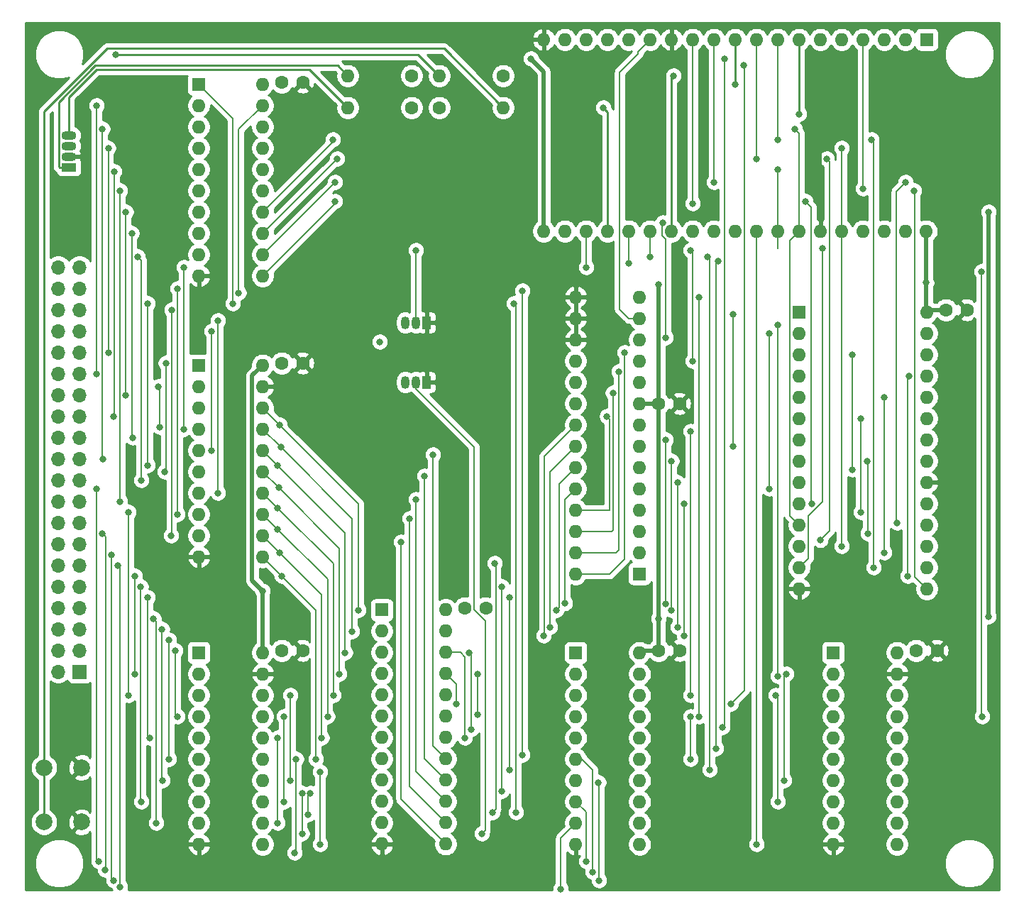
<source format=gbr>
%TF.GenerationSoftware,KiCad,Pcbnew,(5.1.6)-1*%
%TF.CreationDate,2020-08-02T22:15:59-07:00*%
%TF.ProjectId,TRS-IO-M1,5452532d-494f-42d4-9d31-2e6b69636164,rev?*%
%TF.SameCoordinates,Original*%
%TF.FileFunction,Copper,L2,Bot*%
%TF.FilePolarity,Positive*%
%FSLAX46Y46*%
G04 Gerber Fmt 4.6, Leading zero omitted, Abs format (unit mm)*
G04 Created by KiCad (PCBNEW (5.1.6)-1) date 2020-08-02 22:15:59*
%MOMM*%
%LPD*%
G01*
G04 APERTURE LIST*
%TA.AperFunction,ComponentPad*%
%ADD10C,2.000000*%
%TD*%
%TA.AperFunction,ComponentPad*%
%ADD11O,1.600000X1.600000*%
%TD*%
%TA.AperFunction,ComponentPad*%
%ADD12C,1.600000*%
%TD*%
%TA.AperFunction,ComponentPad*%
%ADD13O,1.800000X1.070000*%
%TD*%
%TA.AperFunction,ComponentPad*%
%ADD14R,1.800000X1.070000*%
%TD*%
%TA.AperFunction,ComponentPad*%
%ADD15R,1.600000X1.600000*%
%TD*%
%TA.AperFunction,ComponentPad*%
%ADD16R,1.050000X1.500000*%
%TD*%
%TA.AperFunction,ComponentPad*%
%ADD17O,1.050000X1.500000*%
%TD*%
%TA.AperFunction,ComponentPad*%
%ADD18O,1.700000X1.700000*%
%TD*%
%TA.AperFunction,ComponentPad*%
%ADD19R,1.700000X1.700000*%
%TD*%
%TA.AperFunction,ViaPad*%
%ADD20C,0.800000*%
%TD*%
%TA.AperFunction,Conductor*%
%ADD21C,0.500380*%
%TD*%
%TA.AperFunction,Conductor*%
%ADD22C,0.250000*%
%TD*%
%TA.AperFunction,Conductor*%
%ADD23C,0.200000*%
%TD*%
%TA.AperFunction,Conductor*%
%ADD24C,0.254000*%
%TD*%
G04 APERTURE END LIST*
D10*
%TO.P,SW1,1*%
%TO.N,GND*%
X42926000Y-66190000D03*
%TO.P,SW1,2*%
%TO.N,BUTTON*%
X38426000Y-66190000D03*
%TO.P,SW1,1*%
%TO.N,GND*%
X42926000Y-59690000D03*
%TO.P,SW1,2*%
%TO.N,BUTTON*%
X38426000Y-59690000D03*
%TD*%
D11*
%TO.P,R4,2*%
%TO.N,BUTTON*%
X93218000Y19050000D03*
D12*
%TO.P,R4,1*%
%TO.N,+3V3*%
X85598000Y19050000D03*
%TD*%
D11*
%TO.P,R3,2*%
%TO.N,Net-(D1-Pad3)*%
X85598000Y22860000D03*
D12*
%TO.P,R3,1*%
%TO.N,LED_BLUE*%
X93218000Y22860000D03*
%TD*%
D11*
%TO.P,R2,2*%
%TO.N,Net-(D1-Pad4)*%
X74676000Y19050000D03*
D12*
%TO.P,R2,1*%
%TO.N,LED_GREEN*%
X82296000Y19050000D03*
%TD*%
D11*
%TO.P,R1,2*%
%TO.N,Net-(D1-Pad1)*%
X74676000Y22860000D03*
D12*
%TO.P,R1,1*%
%TO.N,LED_RED*%
X82296000Y22860000D03*
%TD*%
D13*
%TO.P,D1,4*%
%TO.N,Net-(D1-Pad4)*%
X41402000Y15748000D03*
%TO.P,D1,3*%
%TO.N,Net-(D1-Pad3)*%
X41402000Y14478000D03*
%TO.P,D1,2*%
%TO.N,GND*%
X41402000Y13208000D03*
D14*
%TO.P,D1,1*%
%TO.N,Net-(D1-Pad1)*%
X41402000Y11938000D03*
%TD*%
D15*
%TO.P,U8,1*%
%TO.N,AA0*%
X78740000Y-40874000D03*
D11*
%TO.P,U8,13*%
%TO.N,AA11*%
X86360000Y-68814000D03*
%TO.P,U8,2*%
%TO.N,AA1*%
X78740000Y-43414000D03*
%TO.P,U8,14*%
%TO.N,AA12*%
X86360000Y-66274000D03*
%TO.P,U8,3*%
%TO.N,AA2*%
X78740000Y-45954000D03*
%TO.P,U8,15*%
%TO.N,AA13*%
X86360000Y-63734000D03*
%TO.P,U8,4*%
%TO.N,AA3*%
X78740000Y-48494000D03*
%TO.P,U8,16*%
%TO.N,AA14*%
X86360000Y-61194000D03*
%TO.P,U8,5*%
%TO.N,AA4*%
X78740000Y-51034000D03*
%TO.P,U8,17*%
%TO.N,AA15*%
X86360000Y-58654000D03*
%TO.P,U8,6*%
%TO.N,AA5*%
X78740000Y-53574000D03*
%TO.P,U8,18*%
%TO.N,ADDR_TRS_IO*%
X86360000Y-56114000D03*
%TO.P,U8,7*%
%TO.N,AA6*%
X78740000Y-56114000D03*
%TO.P,U8,19*%
%TO.N,ADDR_FREHD*%
X86360000Y-53574000D03*
%TO.P,U8,8*%
%TO.N,AA7*%
X78740000Y-58654000D03*
%TO.P,U8,20*%
%TO.N,ADDR_0*%
X86360000Y-51034000D03*
%TO.P,U8,9*%
%TO.N,AA8*%
X78740000Y-61194000D03*
%TO.P,U8,21*%
%TO.N,ADDR_1*%
X86360000Y-48494000D03*
%TO.P,U8,10*%
%TO.N,AA9*%
X78740000Y-63734000D03*
%TO.P,U8,22*%
%TO.N,ADDR_2*%
X86360000Y-45954000D03*
%TO.P,U8,11*%
%TO.N,AA10*%
X78740000Y-66274000D03*
%TO.P,U8,23*%
%TO.N,Net-(U8-Pad23)*%
X86360000Y-43414000D03*
%TO.P,U8,12*%
%TO.N,GND*%
X78740000Y-68814000D03*
%TO.P,U8,24*%
%TO.N,+5V*%
X86360000Y-40874000D03*
%TD*%
D16*
%TO.P,Q2,1*%
%TO.N,GND*%
X84074000Y-6604000D03*
D17*
%TO.P,Q2,3*%
%TO.N,INT_N*%
X81534000Y-6604000D03*
%TO.P,Q2,2*%
%TO.N,ESP_INT*%
X82804000Y-6604000D03*
%TD*%
D18*
%TO.P,J1,40*%
%TO.N,5V*%
X40132000Y0D03*
%TO.P,J1,39*%
%TO.N,A2*%
X42672000Y0D03*
%TO.P,J1,38*%
%TO.N,GND*%
X40132000Y-2540000D03*
%TO.P,J1,37*%
%TO.N,A6*%
X42672000Y-2540000D03*
%TO.P,J1,36*%
%TO.N,A5*%
X40132000Y-5080000D03*
%TO.P,J1,35*%
%TO.N,A7*%
X42672000Y-5080000D03*
%TO.P,J1,34*%
%TO.N,WAIT_N*%
X40132000Y-7620000D03*
%TO.P,J1,33*%
%TO.N,A3*%
X42672000Y-7620000D03*
%TO.P,J1,32*%
%TO.N,A4*%
X40132000Y-10160000D03*
%TO.P,J1,31*%
%TO.N,D2*%
X42672000Y-10160000D03*
%TO.P,J1,30*%
%TO.N,GND*%
X40132000Y-12700000D03*
%TO.P,J1,29*%
%TO.N,D0*%
X42672000Y-12700000D03*
%TO.P,J1,28*%
%TO.N,A1*%
X40132000Y-15240000D03*
%TO.P,J1,27*%
%TO.N,D5*%
X42672000Y-15240000D03*
%TO.P,J1,26*%
%TO.N,A0*%
X40132000Y-17780000D03*
%TO.P,J1,25*%
%TO.N,D3*%
X42672000Y-17780000D03*
%TO.P,J1,24*%
%TO.N,TEST_N*%
X40132000Y-20320000D03*
%TO.P,J1,23*%
%TO.N,D6*%
X42672000Y-20320000D03*
%TO.P,J1,22*%
%TO.N,INT_N*%
X40132000Y-22860000D03*
%TO.P,J1,21*%
%TO.N,D1*%
X42672000Y-22860000D03*
%TO.P,J1,20*%
%TO.N,IN_N*%
X40132000Y-25400000D03*
%TO.P,J1,19*%
%TO.N,D7*%
X42672000Y-25400000D03*
%TO.P,J1,18*%
%TO.N,A9*%
X40132000Y-27940000D03*
%TO.P,J1,17*%
%TO.N,D4*%
X42672000Y-27940000D03*
%TO.P,J1,16*%
%TO.N,RD_N*%
X40132000Y-30480000D03*
%TO.P,J1,15*%
%TO.N,MUX*%
X42672000Y-30480000D03*
%TO.P,J1,14*%
%TO.N,WR_N*%
X40132000Y-33020000D03*
%TO.P,J1,13*%
%TO.N,INTACK_N*%
X42672000Y-33020000D03*
%TO.P,J1,12*%
%TO.N,A8*%
X40132000Y-35560000D03*
%TO.P,J1,11*%
%TO.N,OUT_N*%
X42672000Y-35560000D03*
%TO.P,J1,10*%
%TO.N,A11*%
X40132000Y-38100000D03*
%TO.P,J1,9*%
%TO.N,A14*%
X42672000Y-38100000D03*
%TO.P,J1,8*%
%TO.N,A15*%
X40132000Y-40640000D03*
%TO.P,J1,7*%
%TO.N,GND*%
X42672000Y-40640000D03*
%TO.P,J1,6*%
%TO.N,A12*%
X40132000Y-43180000D03*
%TO.P,J1,5*%
%TO.N,A13*%
X42672000Y-43180000D03*
%TO.P,J1,4*%
%TO.N,CAS_N*%
X40132000Y-45720000D03*
%TO.P,J1,3*%
%TO.N,A10*%
X42672000Y-45720000D03*
%TO.P,J1,2*%
%TO.N,RAS_N*%
X40132000Y-48260000D03*
D19*
%TO.P,J1,1*%
%TO.N,SYSRES_N*%
X42672000Y-48260000D03*
%TD*%
D12*
%TO.P,C1,2*%
%TO.N,GND*%
X114260000Y-45720000D03*
%TO.P,C1,1*%
%TO.N,+5V*%
X111760000Y-45720000D03*
%TD*%
%TO.P,C2,1*%
%TO.N,+5V*%
X111760000Y-16256000D03*
%TO.P,C2,2*%
%TO.N,GND*%
X114260000Y-16256000D03*
%TD*%
%TO.P,C3,2*%
%TO.N,GND*%
X91146000Y-40640000D03*
%TO.P,C3,1*%
%TO.N,+5V*%
X88646000Y-40640000D03*
%TD*%
%TO.P,C4,1*%
%TO.N,+3V3*%
X66802000Y22098000D03*
%TO.P,C4,2*%
%TO.N,GND*%
X69302000Y22098000D03*
%TD*%
%TO.P,C5,2*%
%TO.N,GND*%
X144994000Y-45720000D03*
%TO.P,C5,1*%
%TO.N,+3V3*%
X142494000Y-45720000D03*
%TD*%
%TO.P,C6,1*%
%TO.N,+5V*%
X66802000Y-45720000D03*
%TO.P,C6,2*%
%TO.N,GND*%
X69302000Y-45720000D03*
%TD*%
%TO.P,C7,2*%
%TO.N,GND*%
X148550000Y-5080000D03*
%TO.P,C7,1*%
%TO.N,+5V*%
X146050000Y-5080000D03*
%TD*%
%TO.P,C8,1*%
%TO.N,+5V*%
X66802000Y-11430000D03*
%TO.P,C8,2*%
%TO.N,GND*%
X69302000Y-11430000D03*
%TD*%
D17*
%TO.P,Q1,2*%
%TO.N,WAIT*%
X82804000Y-13716000D03*
%TO.P,Q1,3*%
%TO.N,WAIT_N*%
X81534000Y-13716000D03*
D16*
%TO.P,Q1,1*%
%TO.N,GND*%
X84074000Y-13716000D03*
%TD*%
D15*
%TO.P,U1,1*%
%TO.N,Net-(U1-Pad1)*%
X143764000Y27178000D03*
D11*
%TO.P,U1,2*%
%TO.N,Net-(U1-Pad2)*%
X141224000Y27178000D03*
%TO.P,U1,20*%
%TO.N,+3V3*%
X98044000Y4318000D03*
%TO.P,U1,3*%
%TO.N,Net-(U1-Pad3)*%
X138684000Y27178000D03*
%TO.P,U1,21*%
%TO.N,Net-(U1-Pad21)*%
X100584000Y4318000D03*
%TO.P,U1,4*%
%TO.N,DD3*%
X136144000Y27178000D03*
%TO.P,U1,22*%
%TO.N,ESP_READ_N*%
X103124000Y4318000D03*
%TO.P,U1,5*%
%TO.N,Net-(U1-Pad5)*%
X133604000Y27178000D03*
%TO.P,U1,23*%
%TO.N,BUTTON*%
X105664000Y4318000D03*
%TO.P,U1,6*%
%TO.N,Net-(U1-Pad6)*%
X131064000Y27178000D03*
%TO.P,U1,24*%
%TO.N,ESP_S0*%
X108204000Y4318000D03*
%TO.P,U1,7*%
%TO.N,LED_GREEN*%
X128524000Y27178000D03*
%TO.P,U1,25*%
%TO.N,ESP_S1*%
X110744000Y4318000D03*
%TO.P,U1,8*%
%TO.N,DD4*%
X125984000Y27178000D03*
%TO.P,U1,26*%
%TO.N,LED_BLUE*%
X113284000Y4318000D03*
%TO.P,U1,9*%
%TO.N,DD5*%
X123444000Y27178000D03*
%TO.P,U1,27*%
%TO.N,ESP_INT*%
X115824000Y4318000D03*
%TO.P,U1,10*%
%TO.N,LED_RED*%
X120904000Y27178000D03*
%TO.P,U1,28*%
%TO.N,SCK*%
X118364000Y4318000D03*
%TO.P,U1,11*%
%TO.N,DD6*%
X118364000Y27178000D03*
%TO.P,U1,29*%
%TO.N,CS23S17*%
X120904000Y4318000D03*
%TO.P,U1,12*%
%TO.N,DD7*%
X115824000Y27178000D03*
%TO.P,U1,30*%
%TO.N,ESP_WAIT_RELEASE_N*%
X123444000Y4318000D03*
%TO.P,U1,13*%
%TO.N,GND*%
X113284000Y27178000D03*
%TO.P,U1,31*%
%TO.N,DD2*%
X125984000Y4318000D03*
%TO.P,U1,14*%
%TO.N,MOSI*%
X110744000Y27178000D03*
%TO.P,U1,32*%
%TO.N,DD0*%
X128524000Y4318000D03*
%TO.P,U1,15*%
%TO.N,Net-(U1-Pad15)*%
X108204000Y27178000D03*
%TO.P,U1,33*%
%TO.N,GND*%
X131064000Y4318000D03*
%TO.P,U1,16*%
%TO.N,Net-(U1-Pad16)*%
X105664000Y27178000D03*
%TO.P,U1,34*%
%TO.N,DD1*%
X133604000Y4318000D03*
%TO.P,U1,17*%
%TO.N,ESP_MISO*%
X103124000Y27178000D03*
%TO.P,U1,35*%
%TO.N,Net-(U1-Pad35)*%
X136144000Y4318000D03*
%TO.P,U1,18*%
%TO.N,ESP3_SEL_N*%
X100584000Y27178000D03*
%TO.P,U1,36*%
%TO.N,Net-(U1-Pad36)*%
X138684000Y4318000D03*
%TO.P,U1,19*%
%TO.N,GND*%
X98044000Y27178000D03*
%TO.P,U1,37*%
%TO.N,Net-(U1-Pad37)*%
X141224000Y4318000D03*
%TO.P,U1,38*%
%TO.N,+5V*%
X143700500Y4318000D03*
%TD*%
D15*
%TO.P,U2,1*%
%TO.N,AA14*%
X128524000Y-5334000D03*
D11*
%TO.P,U2,15*%
%TO.N,DD3*%
X143764000Y-38354000D03*
%TO.P,U2,2*%
%TO.N,AA12*%
X128524000Y-7874000D03*
%TO.P,U2,16*%
%TO.N,DD4*%
X143764000Y-35814000D03*
%TO.P,U2,3*%
%TO.N,AA7*%
X128524000Y-10414000D03*
%TO.P,U2,17*%
%TO.N,DD5*%
X143764000Y-33274000D03*
%TO.P,U2,4*%
%TO.N,AA6*%
X128524000Y-12954000D03*
%TO.P,U2,18*%
%TO.N,DD6*%
X143764000Y-30734000D03*
%TO.P,U2,5*%
%TO.N,AA5*%
X128524000Y-15494000D03*
%TO.P,U2,19*%
%TO.N,DD7*%
X143764000Y-28194000D03*
%TO.P,U2,6*%
%TO.N,AA4*%
X128524000Y-18034000D03*
%TO.P,U2,20*%
%TO.N,GND*%
X143764000Y-25654000D03*
%TO.P,U2,7*%
%TO.N,AA3*%
X128524000Y-20574000D03*
%TO.P,U2,21*%
%TO.N,AA10*%
X143764000Y-23114000D03*
%TO.P,U2,8*%
%TO.N,AA2*%
X128524000Y-23114000D03*
%TO.P,U2,22*%
%TO.N,SRAM_OE_N*%
X143764000Y-20574000D03*
%TO.P,U2,9*%
%TO.N,AA1*%
X128524000Y-25654000D03*
%TO.P,U2,23*%
%TO.N,AA11*%
X143764000Y-18034000D03*
%TO.P,U2,10*%
%TO.N,AA0*%
X128524000Y-28194000D03*
%TO.P,U2,24*%
%TO.N,AA9*%
X143764000Y-15494000D03*
%TO.P,U2,11*%
%TO.N,DD0*%
X128524000Y-30734000D03*
%TO.P,U2,25*%
%TO.N,AA8*%
X143764000Y-12954000D03*
%TO.P,U2,12*%
%TO.N,DD1*%
X128524000Y-33274000D03*
%TO.P,U2,26*%
%TO.N,AA13*%
X143764000Y-10414000D03*
%TO.P,U2,13*%
%TO.N,DD2*%
X128524000Y-35814000D03*
%TO.P,U2,27*%
%TO.N,SRAM_WE_N*%
X143764000Y-7874000D03*
%TO.P,U2,14*%
%TO.N,GND*%
X128524000Y-38354000D03*
%TO.P,U2,28*%
%TO.N,+5V*%
X143764000Y-5334000D03*
%TD*%
D15*
%TO.P,U3,1*%
%TO.N,AA8*%
X109474000Y-36576000D03*
D11*
%TO.P,U3,15*%
%TO.N,GND*%
X101854000Y-3556000D03*
%TO.P,U3,2*%
%TO.N,AA9*%
X109474000Y-34036000D03*
%TO.P,U3,16*%
%TO.N,GND*%
X101854000Y-6096000D03*
%TO.P,U3,3*%
%TO.N,AA10*%
X109474000Y-31496000D03*
%TO.P,U3,17*%
%TO.N,GND*%
X101854000Y-8636000D03*
%TO.P,U3,4*%
%TO.N,AA11*%
X109474000Y-28956000D03*
%TO.P,U3,18*%
%TO.N,+5V*%
X101854000Y-11176000D03*
%TO.P,U3,5*%
%TO.N,AA12*%
X109474000Y-26416000D03*
%TO.P,U3,19*%
%TO.N,Net-(U3-Pad19)*%
X101854000Y-13716000D03*
%TO.P,U3,6*%
%TO.N,AA13*%
X109474000Y-23876000D03*
%TO.P,U3,20*%
%TO.N,Net-(U3-Pad20)*%
X101854000Y-16256000D03*
%TO.P,U3,7*%
%TO.N,AA14*%
X109474000Y-21336000D03*
%TO.P,U3,21*%
%TO.N,AA0*%
X101854000Y-18796000D03*
%TO.P,U3,8*%
%TO.N,AA15*%
X109474000Y-18796000D03*
%TO.P,U3,22*%
%TO.N,AA1*%
X101854000Y-21336000D03*
%TO.P,U3,9*%
%TO.N,+5V*%
X109474000Y-16256000D03*
%TO.P,U3,23*%
%TO.N,AA2*%
X101854000Y-23876000D03*
%TO.P,U3,10*%
%TO.N,GND*%
X109474000Y-13716000D03*
%TO.P,U3,24*%
%TO.N,AA3*%
X101854000Y-26416000D03*
%TO.P,U3,11*%
%TO.N,CS23S17*%
X109474000Y-11176000D03*
%TO.P,U3,25*%
%TO.N,AA4*%
X101854000Y-28956000D03*
%TO.P,U3,12*%
%TO.N,SCK*%
X109474000Y-8636000D03*
%TO.P,U3,26*%
%TO.N,AA5*%
X101854000Y-31496000D03*
%TO.P,U3,13*%
%TO.N,MOSI*%
X109474000Y-6096000D03*
%TO.P,U3,27*%
%TO.N,AA6*%
X101854000Y-34036000D03*
%TO.P,U3,14*%
%TO.N,MISO*%
X109474000Y-3556000D03*
%TO.P,U3,28*%
%TO.N,AA7*%
X101854000Y-36576000D03*
%TD*%
D15*
%TO.P,U4,1*%
%TO.N,READ_N*%
X56896000Y21844000D03*
D11*
%TO.P,U4,11*%
%TO.N,DD7*%
X64516000Y-1016000D03*
%TO.P,U4,2*%
%TO.N,D0*%
X56896000Y19304000D03*
%TO.P,U4,12*%
%TO.N,DD6*%
X64516000Y1524000D03*
%TO.P,U4,3*%
%TO.N,D1*%
X56896000Y16764000D03*
%TO.P,U4,13*%
%TO.N,DD5*%
X64516000Y4064000D03*
%TO.P,U4,4*%
%TO.N,D2*%
X56896000Y14224000D03*
%TO.P,U4,14*%
%TO.N,DD4*%
X64516000Y6604000D03*
%TO.P,U4,5*%
%TO.N,D3*%
X56896000Y11684000D03*
%TO.P,U4,15*%
%TO.N,DD3*%
X64516000Y9144000D03*
%TO.P,U4,6*%
%TO.N,D4*%
X56896000Y9144000D03*
%TO.P,U4,16*%
%TO.N,DD2*%
X64516000Y11684000D03*
%TO.P,U4,7*%
%TO.N,D5*%
X56896000Y6604000D03*
%TO.P,U4,17*%
%TO.N,DD1*%
X64516000Y14224000D03*
%TO.P,U4,8*%
%TO.N,D6*%
X56896000Y4064000D03*
%TO.P,U4,18*%
%TO.N,DD0*%
X64516000Y16764000D03*
%TO.P,U4,9*%
%TO.N,D7*%
X56896000Y1524000D03*
%TO.P,U4,19*%
%TO.N,DBUS_SEL_N*%
X64516000Y19304000D03*
%TO.P,U4,10*%
%TO.N,GND*%
X56896000Y-1016000D03*
%TO.P,U4,20*%
%TO.N,+3V3*%
X64516000Y21844000D03*
%TD*%
D15*
%TO.P,U5,1*%
%TO.N,+5V*%
X56896000Y-11684000D03*
D11*
%TO.P,U5,11*%
%TO.N,AA7*%
X64516000Y-34544000D03*
%TO.P,U5,2*%
%TO.N,A0*%
X56896000Y-14224000D03*
%TO.P,U5,12*%
%TO.N,AA6*%
X64516000Y-32004000D03*
%TO.P,U5,3*%
%TO.N,A1*%
X56896000Y-16764000D03*
%TO.P,U5,13*%
%TO.N,AA5*%
X64516000Y-29464000D03*
%TO.P,U5,4*%
%TO.N,A2*%
X56896000Y-19304000D03*
%TO.P,U5,14*%
%TO.N,AA4*%
X64516000Y-26924000D03*
%TO.P,U5,5*%
%TO.N,A3*%
X56896000Y-21844000D03*
%TO.P,U5,15*%
%TO.N,AA3*%
X64516000Y-24384000D03*
%TO.P,U5,6*%
%TO.N,A4*%
X56896000Y-24384000D03*
%TO.P,U5,16*%
%TO.N,AA2*%
X64516000Y-21844000D03*
%TO.P,U5,7*%
%TO.N,A5*%
X56896000Y-26924000D03*
%TO.P,U5,17*%
%TO.N,AA1*%
X64516000Y-19304000D03*
%TO.P,U5,8*%
%TO.N,A6*%
X56896000Y-29464000D03*
%TO.P,U5,18*%
%TO.N,AA0*%
X64516000Y-16764000D03*
%TO.P,U5,9*%
%TO.N,A7*%
X56896000Y-32004000D03*
%TO.P,U5,19*%
%TO.N,GND*%
X64516000Y-14224000D03*
%TO.P,U5,10*%
X56896000Y-34544000D03*
%TO.P,U5,20*%
%TO.N,+5V*%
X64516000Y-11684000D03*
%TD*%
D15*
%TO.P,U6,1*%
%TO.N,+5V*%
X56896000Y-45974000D03*
D11*
%TO.P,U6,11*%
%TO.N,AA15*%
X64516000Y-68834000D03*
%TO.P,U6,2*%
%TO.N,A8*%
X56896000Y-48514000D03*
%TO.P,U6,12*%
%TO.N,AA14*%
X64516000Y-66294000D03*
%TO.P,U6,3*%
%TO.N,A9*%
X56896000Y-51054000D03*
%TO.P,U6,13*%
%TO.N,AA13*%
X64516000Y-63754000D03*
%TO.P,U6,4*%
%TO.N,A10*%
X56896000Y-53594000D03*
%TO.P,U6,14*%
%TO.N,AA12*%
X64516000Y-61214000D03*
%TO.P,U6,5*%
%TO.N,A11*%
X56896000Y-56134000D03*
%TO.P,U6,15*%
%TO.N,AA11*%
X64516000Y-58674000D03*
%TO.P,U6,6*%
%TO.N,A12*%
X56896000Y-58674000D03*
%TO.P,U6,16*%
%TO.N,AA10*%
X64516000Y-56134000D03*
%TO.P,U6,7*%
%TO.N,A13*%
X56896000Y-61214000D03*
%TO.P,U6,17*%
%TO.N,AA9*%
X64516000Y-53594000D03*
%TO.P,U6,8*%
%TO.N,A14*%
X56896000Y-63754000D03*
%TO.P,U6,18*%
%TO.N,AA8*%
X64516000Y-51054000D03*
%TO.P,U6,9*%
%TO.N,A15*%
X56896000Y-66294000D03*
%TO.P,U6,19*%
%TO.N,GND*%
X64516000Y-48514000D03*
%TO.P,U6,10*%
X56896000Y-68834000D03*
%TO.P,U6,20*%
%TO.N,+5V*%
X64516000Y-45974000D03*
%TD*%
%TO.P,U7,20*%
%TO.N,+3V3*%
X140208000Y-45974000D03*
%TO.P,U7,10*%
%TO.N,GND*%
X132588000Y-68834000D03*
%TO.P,U7,19*%
X140208000Y-48514000D03*
%TO.P,U7,9*%
%TO.N,Net-(U7-Pad9)*%
X132588000Y-66294000D03*
%TO.P,U7,18*%
%TO.N,ESP3_SEL_N*%
X140208000Y-51054000D03*
%TO.P,U7,8*%
%TO.N,Net-(U7-Pad8)*%
X132588000Y-63754000D03*
%TO.P,U7,17*%
%TO.N,ESP_READ_N*%
X140208000Y-53594000D03*
%TO.P,U7,7*%
%TO.N,Net-(U7-Pad7)*%
X132588000Y-61214000D03*
%TO.P,U7,16*%
%TO.N,ESP_MISO*%
X140208000Y-56134000D03*
%TO.P,U7,6*%
%TO.N,S1*%
X132588000Y-58674000D03*
%TO.P,U7,15*%
%TO.N,ESP_S0*%
X140208000Y-58674000D03*
%TO.P,U7,5*%
%TO.N,S0*%
X132588000Y-56134000D03*
%TO.P,U7,14*%
%TO.N,ESP_S1*%
X140208000Y-61214000D03*
%TO.P,U7,4*%
%TO.N,MISO*%
X132588000Y-53594000D03*
%TO.P,U7,13*%
%TO.N,Net-(U7-Pad13)*%
X140208000Y-63754000D03*
%TO.P,U7,3*%
%TO.N,READ_N*%
X132588000Y-51054000D03*
%TO.P,U7,12*%
%TO.N,Net-(U7-Pad12)*%
X140208000Y-66294000D03*
%TO.P,U7,2*%
%TO.N,ESP_SEL_N*%
X132588000Y-48514000D03*
%TO.P,U7,11*%
%TO.N,Net-(U7-Pad11)*%
X140208000Y-68834000D03*
D15*
%TO.P,U7,1*%
%TO.N,+3V3*%
X132588000Y-45974000D03*
%TD*%
D11*
%TO.P,U9,20*%
%TO.N,+5V*%
X109494000Y-45974000D03*
%TO.P,U9,10*%
%TO.N,GND*%
X101874000Y-68834000D03*
%TO.P,U9,19*%
%TO.N,SRAM_WE_N*%
X109494000Y-48514000D03*
%TO.P,U9,9*%
%TO.N,OUT_N*%
X101874000Y-66294000D03*
%TO.P,U9,18*%
%TO.N,SRAM_OE_N*%
X109494000Y-51054000D03*
%TO.P,U9,8*%
%TO.N,IN_N*%
X101874000Y-63754000D03*
%TO.P,U9,17*%
%TO.N,S1*%
X109494000Y-53594000D03*
%TO.P,U9,7*%
%TO.N,WR_N*%
X101874000Y-61214000D03*
%TO.P,U9,16*%
%TO.N,S0*%
X109494000Y-56134000D03*
%TO.P,U9,6*%
%TO.N,RD_N*%
X101874000Y-58674000D03*
%TO.P,U9,15*%
%TO.N,DBUS_SEL_N*%
X109494000Y-58674000D03*
%TO.P,U9,5*%
%TO.N,ADDR_2*%
X101874000Y-56134000D03*
%TO.P,U9,14*%
%TO.N,ESP_SEL_N*%
X109494000Y-61214000D03*
%TO.P,U9,4*%
%TO.N,ADDR_1*%
X101874000Y-53594000D03*
%TO.P,U9,13*%
%TO.N,READ_N*%
X109494000Y-63754000D03*
%TO.P,U9,3*%
%TO.N,ADDR_0*%
X101874000Y-51054000D03*
%TO.P,U9,12*%
%TO.N,WAIT*%
X109494000Y-66294000D03*
%TO.P,U9,2*%
%TO.N,ADDR_FREHD*%
X101874000Y-48514000D03*
%TO.P,U9,11*%
%TO.N,ESP_WAIT_RELEASE_N*%
X109494000Y-68834000D03*
D15*
%TO.P,U9,1*%
%TO.N,ADDR_TRS_IO*%
X101874000Y-45974000D03*
%TD*%
D20*
%TO.N,GND*%
X114046000Y-7366000D03*
%TO.N,+5V*%
X111760000Y-2032000D03*
X143700500Y-1841500D03*
X111760000Y-41910000D03*
X64516000Y-38608000D03*
%TO.N,GND*%
X52578000Y-40640000D03*
X113792000Y-13716000D03*
X66040000Y-37757810D03*
X37084000Y-12700000D03*
X37084000Y-2540000D03*
X53848000Y20828000D03*
X131064000Y18034000D03*
X139700000Y18034000D03*
%TO.N,+3V3*%
X151130000Y6604000D03*
X151130000Y-41656000D03*
X96520000Y24892000D03*
%TO.N,A10*%
X54102000Y-45720000D03*
X54356000Y-53594000D03*
%TO.N,A12*%
X53340000Y-44450000D03*
X53340000Y-58674000D03*
%TO.N,A13*%
X52516000Y-43180000D03*
X52578000Y-61214000D03*
%TO.N,A15*%
X51500000Y-41910000D03*
X51816000Y-66294000D03*
%TO.N,A11*%
X50800000Y-39370000D03*
X51054000Y-56134000D03*
%TO.N,A14*%
X49976000Y-38100000D03*
X50038000Y-63754000D03*
%TO.N,A8*%
X49276000Y-36830000D03*
X49276000Y-48514000D03*
%TO.N,OUT_N*%
X47244000Y-35560000D03*
X47498000Y-73914000D03*
X100076000Y-74168000D03*
%TO.N,WR_N*%
X46503999Y-34290000D03*
X104648000Y-73152000D03*
X104586000Y-61468000D03*
X46736000Y-73152000D03*
%TO.N,RD_N*%
X45404000Y-31750000D03*
X45720000Y-71882000D03*
X103886000Y-72136000D03*
%TO.N,A9*%
X48514000Y-29210000D03*
X48514000Y-51054000D03*
%TO.N,D4*%
X47504000Y9144000D03*
X47498000Y-27940000D03*
%TO.N,IN_N*%
X44704000Y-26416000D03*
X44958000Y-70866000D03*
X103124000Y-70866000D03*
%TO.N,D7*%
X49604000Y1270000D03*
X50038000Y-25400000D03*
%TO.N,INT_N*%
X50800000Y-4318000D03*
X50800000Y-23622000D03*
%TO.N,D1*%
X45404000Y16510000D03*
X45466000Y-22860000D03*
%TO.N,D6*%
X48904000Y4064000D03*
X49022000Y-20320000D03*
%TO.N,A0*%
X52256000Y-19050000D03*
X52070000Y-14224000D03*
%TO.N,D3*%
X46804000Y11430000D03*
X46736000Y-17780000D03*
%TO.N,D5*%
X48204000Y6604000D03*
X48204000Y-15240000D03*
%TO.N,D0*%
X44704000Y-12700000D03*
X44704000Y19304000D03*
%TO.N,A4*%
X52956000Y-11430000D03*
X52832000Y-24384000D03*
%TO.N,D2*%
X46104000Y14224000D03*
X46104000Y-10160000D03*
%TO.N,WAIT_N*%
X78486000Y-8890000D03*
%TO.N,A3*%
X58420000Y-7620000D03*
X58420000Y-21844000D03*
%TO.N,A5*%
X59182000Y-6350000D03*
X59182000Y-26924000D03*
%TO.N,A7*%
X53656000Y-5080000D03*
X53594000Y-32004000D03*
%TO.N,A6*%
X54356000Y-2540000D03*
X54356000Y-29464000D03*
%TO.N,A2*%
X55118000Y0D03*
X55118000Y-19304000D03*
%TO.N,WAIT*%
X90678000Y-67564000D03*
%TO.N,ESP_INT*%
X82804000Y2032000D03*
%TO.N,ESP_READ_N*%
X103124000Y0D03*
X150279810Y-508000D03*
X150368000Y-53594000D03*
%TO.N,ESP_S0*%
X118618000Y-57404000D03*
X118872000Y762000D03*
X108204000Y508000D03*
%TO.N,ESP_S1*%
X117856000Y-59944000D03*
X117602000Y1270000D03*
X110744000Y1270000D03*
%TO.N,SCK*%
X112610190Y-8382000D03*
X112268000Y5334000D03*
%TO.N,CS23S17*%
X115824000Y-11176000D03*
X115570000Y2032000D03*
%TO.N,ESP_WAIT_RELEASE_N*%
X123444000Y-68834000D03*
%TO.N,ESP_MISO*%
X119380000Y-54864000D03*
X119634000Y24892000D03*
%TO.N,ESP3_SEL_N*%
X120396000Y-52070000D03*
X121920000Y24130000D03*
%TO.N,READ_N*%
X94742000Y-65024000D03*
X94488000Y-4318000D03*
X60960000Y-4318000D03*
X125984000Y-63754000D03*
X125730000Y-51054000D03*
%TO.N,ESP_SEL_N*%
X126746000Y-61214000D03*
X127000000Y-48514000D03*
%TO.N,MISO*%
X116586000Y-53594000D03*
X116586000Y-3556000D03*
%TO.N,S1*%
X115570000Y-53594000D03*
X115570000Y-58674000D03*
%TO.N,DD3*%
X136144000Y9398000D03*
X142240000Y9144000D03*
%TO.N,DD4*%
X72898000Y15240000D03*
X125984000Y15240000D03*
X137160000Y15240000D03*
X137414000Y-35814000D03*
%TO.N,DD5*%
X73406000Y12954000D03*
X123444000Y12954000D03*
X131064000Y-32534001D03*
X131826000Y12954000D03*
%TO.N,DD6*%
X73152000Y10160000D03*
X118364000Y10160000D03*
X141224000Y10160000D03*
X140208000Y-30480000D03*
%TO.N,DD7*%
X73152000Y7874000D03*
X115824000Y7620000D03*
X129286000Y7874000D03*
X130048000Y-28194000D03*
%TO.N,DD2*%
X125984000Y11684000D03*
X131318000Y2286000D03*
%TO.N,DD0*%
X128016000Y16510000D03*
%TO.N,DD1*%
X133604000Y14224000D03*
X133604000Y-33274000D03*
%TO.N,AA14*%
X69918000Y-65278000D03*
X70218003Y-62738000D03*
X83820000Y-24892000D03*
X120650000Y-21336000D03*
X120650000Y-5588000D03*
%TO.N,AA12*%
X69218000Y-62738000D03*
X69218000Y-67564000D03*
X82042000Y-29972000D03*
X124968000Y-26416000D03*
X124968000Y-7874000D03*
%TO.N,AA7*%
X70866000Y-58674000D03*
X66802000Y-36830000D03*
X107696000Y-10160000D03*
%TO.N,AA6*%
X71566000Y-56134000D03*
X66548000Y-34036000D03*
X106996000Y-12446000D03*
%TO.N,AA5*%
X72266000Y-53594000D03*
X66294000Y-31242000D03*
X106296000Y-14986000D03*
%TO.N,AA4*%
X72966000Y-51054000D03*
X66294000Y-28702000D03*
X105596000Y-17780000D03*
%TO.N,AA3*%
X73666000Y-48514000D03*
X66421000Y-26289000D03*
X100584000Y-40070000D03*
X112610190Y-40132000D03*
X112610190Y-20574000D03*
%TO.N,AA10*%
X66294000Y-56134000D03*
X66294000Y-66294000D03*
X91948000Y-65024000D03*
X92202000Y-35306000D03*
X136714000Y-31750000D03*
X136652000Y-23114000D03*
%TO.N,AA2*%
X74366000Y-45974000D03*
X66294000Y-23622000D03*
X99568000Y-40894000D03*
X113284000Y-40894000D03*
X113310190Y-23114000D03*
%TO.N,SRAM_OE_N*%
X115570000Y-51054000D03*
X115570000Y-19558000D03*
%TO.N,AA1*%
X75184000Y-43434000D03*
X66675000Y-21463000D03*
X98806000Y-42926000D03*
X114046000Y-42926000D03*
X114010190Y-25654000D03*
%TO.N,AA11*%
X68518000Y-58674000D03*
X68326000Y-69850000D03*
X81026000Y-32766000D03*
X135890000Y-29210000D03*
X135890000Y-18034000D03*
%TO.N,AA0*%
X75946000Y-40894000D03*
X66548000Y-18796000D03*
X98044000Y-43942000D03*
X114808000Y-43942000D03*
X114808000Y-28194000D03*
%TO.N,AA9*%
X67056000Y-53594000D03*
X67056000Y-63754000D03*
X93047999Y-62484000D03*
X93047999Y-38100000D03*
X138684000Y-34036000D03*
X138684000Y-15494000D03*
%TO.N,AA8*%
X67818000Y-51054000D03*
X67818000Y-61214000D03*
X93980000Y-59944000D03*
X93980000Y-39370000D03*
X141478000Y-36830000D03*
X141624001Y-12954000D03*
%TO.N,AA13*%
X82804000Y-27686000D03*
X134874000Y-24130000D03*
X134874000Y-10414000D03*
%TO.N,SRAM_WE_N*%
X125984000Y-48768000D03*
X125984000Y-6858000D03*
%TO.N,AA15*%
X71374000Y-68834000D03*
X71374000Y-60198000D03*
X84836000Y-22352000D03*
%TO.N,DBUS_SEL_N*%
X95504000Y-58166000D03*
X95504000Y-2794000D03*
X61660000Y-3048000D03*
%TO.N,ADDR_TRS_IO*%
X89408000Y-55118000D03*
X89154000Y-45974000D03*
%TO.N,ADDR_FREHD*%
X90170000Y-53340000D03*
X90170000Y-48514000D03*
%TO.N,ADDR_1*%
X87630000Y-52070000D03*
%TO.N,ADDR_2*%
X88646000Y-56134000D03*
%TO.N,BUTTON*%
X105156000Y19050000D03*
%TO.N,LED_GREEN*%
X128524000Y18288000D03*
%TO.N,LED_BLUE*%
X113538000Y22860000D03*
%TO.N,LED_RED*%
X120904000Y21844000D03*
%TO.N,Net-(D1-Pad3)*%
X46990000Y25400000D03*
%TD*%
D21*
%TO.N,+5V*%
X143700500Y-5270500D02*
X143764000Y-5334000D01*
X144018000Y-5080000D02*
X143764000Y-5334000D01*
X146050000Y-5080000D02*
X144018000Y-5080000D01*
X109474000Y-16256000D02*
X111760000Y-16256000D01*
X109748000Y-45720000D02*
X109494000Y-45974000D01*
X111760000Y-45720000D02*
X109748000Y-45720000D01*
X111760000Y-16256000D02*
X111760000Y-2032000D01*
X143700500Y4318000D02*
X143700500Y-1841500D01*
X143700500Y-1841500D02*
X143700500Y-5270500D01*
X111760000Y-41910000D02*
X111760000Y-45720000D01*
X111760000Y-16256000D02*
X111760000Y-41910000D01*
X64516000Y-45974000D02*
X64516000Y-38608000D01*
X63265809Y-37357809D02*
X64516000Y-38608000D01*
X63265809Y-12934191D02*
X63265809Y-37357809D01*
X64516000Y-11684000D02*
X63265809Y-12934191D01*
D22*
%TO.N,GND*%
X131064000Y4318000D02*
X131064000Y18034000D01*
D21*
%TO.N,+3V3*%
X151130000Y6604000D02*
X151130000Y-41656000D01*
X98044000Y4318000D02*
X98044000Y23368000D01*
X98044000Y23368000D02*
X96520000Y24892000D01*
D23*
%TO.N,A10*%
X54102000Y-45720000D02*
X54102000Y-53340000D01*
X54102000Y-53340000D02*
X54356000Y-53594000D01*
%TO.N,A12*%
X53340000Y-44450000D02*
X53340000Y-58674000D01*
%TO.N,A13*%
X52516000Y-43180000D02*
X52516000Y-61152000D01*
X52516000Y-61152000D02*
X52578000Y-61214000D01*
%TO.N,A15*%
X51500000Y-41910000D02*
X51816000Y-42226000D01*
X51816000Y-42226000D02*
X51816000Y-66294000D01*
%TO.N,A11*%
X50800000Y-39370000D02*
X50800000Y-55880000D01*
X50800000Y-55880000D02*
X51054000Y-56134000D01*
%TO.N,A14*%
X49976000Y-38100000D02*
X49976000Y-63692000D01*
X49976000Y-63692000D02*
X50038000Y-63754000D01*
%TO.N,A8*%
X49276000Y-36830000D02*
X49276000Y-48514000D01*
%TO.N,OUT_N*%
X47244000Y-35560000D02*
X47498000Y-35814000D01*
X47498000Y-35814000D02*
X47498000Y-73914000D01*
X100076000Y-68092000D02*
X101874000Y-66294000D01*
X100076000Y-74168000D02*
X100076000Y-68092000D01*
%TO.N,WR_N*%
X104648000Y-73152000D02*
X104648000Y-61530000D01*
X104648000Y-61530000D02*
X104586000Y-61468000D01*
X46503999Y-34290000D02*
X46503999Y-72919999D01*
X46503999Y-72919999D02*
X46736000Y-73152000D01*
%TO.N,RD_N*%
X45803999Y-71798001D02*
X45720000Y-71882000D01*
X45404000Y-31750000D02*
X45803999Y-32149999D01*
X45803999Y-32149999D02*
X45803999Y-71798001D01*
X103886000Y-72136000D02*
X103886000Y-59944000D01*
X102616000Y-58674000D02*
X101874000Y-58674000D01*
X103886000Y-59944000D02*
X102616000Y-58674000D01*
%TO.N,A9*%
X48514000Y-29210000D02*
X48514000Y-51054000D01*
%TO.N,D4*%
X47504000Y9144000D02*
X47504000Y-27934000D01*
X47504000Y-27934000D02*
X47498000Y-27940000D01*
%TO.N,IN_N*%
X44704000Y-26416000D02*
X44704000Y-70612000D01*
X44704000Y-70612000D02*
X44958000Y-70866000D01*
X103124000Y-65004000D02*
X101874000Y-63754000D01*
X103124000Y-70866000D02*
X103124000Y-65004000D01*
%TO.N,D7*%
X49604000Y1270000D02*
X50038000Y836000D01*
X50038000Y836000D02*
X50038000Y-25400000D01*
%TO.N,INT_N*%
X50800000Y-4318000D02*
X50800000Y-23622000D01*
%TO.N,D1*%
X45404000Y16510000D02*
X45404000Y-22798000D01*
X45404000Y-22798000D02*
X45466000Y-22860000D01*
%TO.N,D6*%
X48904000Y4064000D02*
X48904000Y-20202000D01*
X48904000Y-20202000D02*
X49022000Y-20320000D01*
%TO.N,A0*%
X52256000Y-19050000D02*
X52256000Y-14410000D01*
X52256000Y-14410000D02*
X52070000Y-14224000D01*
%TO.N,D3*%
X46804000Y11430000D02*
X46804000Y-17712000D01*
X46804000Y-17712000D02*
X46736000Y-17780000D01*
%TO.N,D5*%
X48204000Y6604000D02*
X48204000Y-15240000D01*
%TO.N,D0*%
X44704000Y-12700000D02*
X44704000Y19304000D01*
%TO.N,A4*%
X52956000Y-11430000D02*
X52956000Y-24260000D01*
X52956000Y-24260000D02*
X52832000Y-24384000D01*
%TO.N,D2*%
X46104000Y14224000D02*
X46104000Y-10160000D01*
%TO.N,A3*%
X58420000Y-7620000D02*
X58420000Y-21844000D01*
%TO.N,A5*%
X59182000Y-6350000D02*
X59182000Y-26924000D01*
%TO.N,A7*%
X53656000Y-5080000D02*
X53656000Y-31942000D01*
X53656000Y-31942000D02*
X53594000Y-32004000D01*
%TO.N,A6*%
X54356000Y-2540000D02*
X54356000Y-29464000D01*
%TO.N,A2*%
X55118000Y0D02*
X55118000Y-19304000D01*
%TO.N,WAIT*%
X82804000Y-14478000D02*
X82804000Y-13716000D01*
X89746001Y-40868003D02*
X89746001Y-21420001D01*
X91077999Y-42200001D02*
X89746001Y-40868003D01*
X91077999Y-67164001D02*
X91077999Y-42200001D01*
X89746001Y-21420001D02*
X82804000Y-14478000D01*
X90678000Y-67564000D02*
X91077999Y-67164001D01*
%TO.N,ESP_INT*%
X82804000Y2032000D02*
X82804000Y-6604000D01*
%TO.N,ESP_READ_N*%
X103124000Y4318000D02*
X103124000Y0D01*
X150279810Y-508000D02*
X150279810Y-53505810D01*
X150279810Y-53505810D02*
X150368000Y-53594000D01*
%TO.N,ESP_S0*%
X118618000Y-57404000D02*
X118618000Y508000D01*
X118618000Y508000D02*
X118872000Y762000D01*
X108204000Y508000D02*
X108204000Y4318000D01*
%TO.N,ESP_S1*%
X117856000Y-59944000D02*
X117856000Y1016000D01*
X117856000Y1016000D02*
X117602000Y1270000D01*
X110744000Y1270000D02*
X110744000Y4318000D01*
%TO.N,SCK*%
X112183999Y5249999D02*
X112268000Y5334000D01*
X112183999Y3789999D02*
X112183999Y5249999D01*
X112610190Y-8382000D02*
X112610190Y3363808D01*
X112610190Y3363808D02*
X112183999Y3789999D01*
%TO.N,CS23S17*%
X115824000Y-11176000D02*
X115824000Y1778000D01*
X115824000Y1778000D02*
X115570000Y2032000D01*
%TO.N,ESP_WAIT_RELEASE_N*%
X123444000Y-68834000D02*
X123444000Y4318000D01*
%TO.N,MOSI*%
X109474000Y-6096000D02*
X108204000Y-6096000D01*
X107103999Y-4995999D02*
X107103999Y23283999D01*
X108204000Y-6096000D02*
X107103999Y-4995999D01*
X109304001Y25738001D02*
X110744000Y27178000D01*
X109304001Y25484001D02*
X109304001Y25738001D01*
X107103999Y23283999D02*
X109304001Y25484001D01*
%TO.N,ESP_MISO*%
X119380000Y-54864000D02*
X119634000Y-54610000D01*
X119634000Y-54610000D02*
X119634000Y24892000D01*
%TO.N,ESP3_SEL_N*%
X122004001Y24045999D02*
X121920000Y24130000D01*
X120396000Y-52070000D02*
X122004001Y-50461999D01*
X122004001Y-50461999D02*
X122004001Y24045999D01*
%TO.N,READ_N*%
X94742000Y-65024000D02*
X94742000Y-4572000D01*
X94742000Y-4572000D02*
X94488000Y-4318000D01*
X60960000Y17780000D02*
X56896000Y21844000D01*
X60960000Y-4318000D02*
X60960000Y17780000D01*
X125984000Y-63754000D02*
X125984000Y-51308000D01*
X125984000Y-51308000D02*
X125730000Y-51054000D01*
%TO.N,ESP_SEL_N*%
X126746000Y-61214000D02*
X126746000Y-48768000D01*
X126746000Y-48768000D02*
X127000000Y-48514000D01*
%TO.N,MISO*%
X116586000Y-53594000D02*
X116586000Y-3556000D01*
%TO.N,S1*%
X115570000Y-53594000D02*
X115570000Y-58674000D01*
%TO.N,DD3*%
X136144000Y9398000D02*
X136144000Y27178000D01*
X142324001Y-36914001D02*
X143764000Y-38354000D01*
X142324001Y9059999D02*
X142324001Y-36914001D01*
X142240000Y9144000D02*
X142324001Y9059999D01*
%TO.N,DD4*%
X64516000Y6604000D02*
X72898000Y14986000D01*
X72898000Y14986000D02*
X72898000Y15240000D01*
X125984000Y15240000D02*
X125984000Y27178000D01*
X137160000Y15240000D02*
X137414000Y14986000D01*
X137414000Y14986000D02*
X137414000Y-35814000D01*
%TO.N,DD5*%
X64516000Y4064000D02*
X73406000Y12954000D01*
X123444000Y12954000D02*
X123444000Y27178000D01*
X132164001Y12615999D02*
X131826000Y12954000D01*
X131064000Y-32534001D02*
X132164001Y-31434000D01*
X132164001Y-31434000D02*
X132164001Y12615999D01*
%TO.N,DD6*%
X64516000Y1524000D02*
X73152000Y10160000D01*
X118364000Y10160000D02*
X118364000Y27178000D01*
X140123999Y-30395999D02*
X140208000Y-30480000D01*
X141224000Y10160000D02*
X140123999Y9059999D01*
X140123999Y9059999D02*
X140123999Y-30395999D01*
%TO.N,DD7*%
X64516000Y-1016000D02*
X73152000Y7620000D01*
X73152000Y7620000D02*
X73152000Y7874000D01*
X115824000Y7620000D02*
X115824000Y27178000D01*
X129963999Y-28109999D02*
X130048000Y-28194000D01*
X129286000Y7874000D02*
X129963999Y7196001D01*
X129963999Y7196001D02*
X129963999Y-28109999D01*
%TO.N,DD2*%
X125984000Y11684000D02*
X125984000Y4318000D01*
X125984000Y4318000D02*
X125984000Y2286000D01*
X129624001Y-29654001D02*
X129624001Y-34713999D01*
X129624001Y-34713999D02*
X128524000Y-35814000D01*
X131318000Y-27960002D02*
X129624001Y-29654001D01*
X131318000Y2286000D02*
X131318000Y-27960002D01*
%TO.N,DD0*%
X128524000Y16002000D02*
X128524000Y4318000D01*
X128016000Y16510000D02*
X128524000Y16002000D01*
X127423999Y-29633999D02*
X128524000Y-30734000D01*
X127423999Y3217999D02*
X127423999Y-29633999D01*
X128524000Y4318000D02*
X127423999Y3217999D01*
%TO.N,DD1*%
X133604000Y14224000D02*
X133604000Y4318000D01*
X133604000Y4318000D02*
X133604000Y-33274000D01*
%TO.N,AA14*%
X69918000Y-65278000D02*
X69918000Y-63038003D01*
X69918000Y-63038003D02*
X70218003Y-62738000D01*
X83820000Y-58654000D02*
X86360000Y-61194000D01*
X83820000Y-24892000D02*
X83820000Y-58654000D01*
X120650000Y-21336000D02*
X120650000Y-5588000D01*
%TO.N,AA12*%
X69218000Y-62738000D02*
X69218000Y-67564000D01*
X82042000Y-61956000D02*
X86360000Y-66274000D01*
X82042000Y-29972000D02*
X82042000Y-61956000D01*
X124968000Y-26416000D02*
X124968000Y-7874000D01*
%TO.N,AA7*%
X70866000Y-40894000D02*
X70866000Y-58674000D01*
X64516000Y-34544000D02*
X66802000Y-36830000D01*
X66802000Y-36830000D02*
X70866000Y-40894000D01*
X101854000Y-36576000D02*
X105918000Y-36576000D01*
X105918000Y-36576000D02*
X107696000Y-34798000D01*
X107696000Y-34798000D02*
X107696000Y-10160000D01*
%TO.N,AA6*%
X71566000Y-39054000D02*
X71566000Y-56134000D01*
X64516000Y-32004000D02*
X66548000Y-34036000D01*
X66548000Y-34036000D02*
X71566000Y-39054000D01*
X101854000Y-34036000D02*
X106680000Y-34036000D01*
X106680000Y-34036000D02*
X106996000Y-33720000D01*
X106996000Y-33720000D02*
X106996000Y-12446000D01*
%TO.N,AA5*%
X72266000Y-37214000D02*
X72266000Y-53594000D01*
X64516000Y-29464000D02*
X66294000Y-31242000D01*
X66294000Y-31242000D02*
X72266000Y-37214000D01*
X101854000Y-31496000D02*
X106172000Y-31496000D01*
X106172000Y-31496000D02*
X106296000Y-31372000D01*
X106296000Y-31372000D02*
X106296000Y-14986000D01*
%TO.N,AA4*%
X72966000Y-35374000D02*
X72966000Y-51054000D01*
X64516000Y-26924000D02*
X66294000Y-28702000D01*
X66294000Y-28702000D02*
X72966000Y-35374000D01*
X101854000Y-28956000D02*
X105895990Y-28956000D01*
X105895990Y-28956000D02*
X105895990Y-18079990D01*
X105895990Y-18079990D02*
X105596000Y-17780000D01*
%TO.N,AA3*%
X73666000Y-33534000D02*
X73666000Y-48514000D01*
X64516000Y-24384000D02*
X66421000Y-26289000D01*
X66421000Y-26289000D02*
X73666000Y-33534000D01*
X101854000Y-26416000D02*
X100584000Y-27686000D01*
X100584000Y-27686000D02*
X100584000Y-40070000D01*
X112610190Y-40132000D02*
X112610190Y-20574000D01*
%TO.N,AA10*%
X66294000Y-56134000D02*
X66294000Y-66294000D01*
X92347999Y-35451999D02*
X92202000Y-35306000D01*
X91948000Y-65024000D02*
X92347999Y-64624001D01*
X92347999Y-64624001D02*
X92347999Y-35451999D01*
X136714000Y-31750000D02*
X136714000Y-23176000D01*
X136714000Y-23176000D02*
X136652000Y-23114000D01*
%TO.N,AA2*%
X74366000Y-31694000D02*
X74366000Y-45974000D01*
X64516000Y-21844000D02*
X66294000Y-23622000D01*
X66294000Y-23622000D02*
X74366000Y-31694000D01*
X99883999Y-40578001D02*
X99568000Y-40894000D01*
X101854000Y-23876000D02*
X99883999Y-25846001D01*
X99883999Y-25846001D02*
X99883999Y-40578001D01*
X113284000Y-40894000D02*
X113310190Y-40867810D01*
X113310190Y-40867810D02*
X113310190Y-23114000D01*
%TO.N,SRAM_OE_N*%
X115570000Y-51054000D02*
X115570000Y-19558000D01*
%TO.N,AA1*%
X75184000Y-29972000D02*
X75184000Y-43434000D01*
X64516000Y-19304000D02*
X66675000Y-21463000D01*
X66675000Y-21463000D02*
X75184000Y-29972000D01*
X101854000Y-21336000D02*
X98806000Y-24384000D01*
X98806000Y-24384000D02*
X98806000Y-42926000D01*
X114046000Y-42926000D02*
X114046000Y-25689810D01*
X114046000Y-25689810D02*
X114010190Y-25654000D01*
%TO.N,AA11*%
X68518000Y-58674000D02*
X68518000Y-69658000D01*
X68518000Y-69658000D02*
X68326000Y-69850000D01*
X81026000Y-63480000D02*
X86360000Y-68814000D01*
X81026000Y-32766000D02*
X81026000Y-63480000D01*
X135890000Y-29210000D02*
X135890000Y-18034000D01*
%TO.N,AA0*%
X75946000Y-28194000D02*
X75946000Y-40894000D01*
X64516000Y-16764000D02*
X66548000Y-18796000D01*
X66548000Y-18796000D02*
X75946000Y-28194000D01*
X98105999Y-43880001D02*
X98044000Y-43942000D01*
X101854000Y-18796000D02*
X98105999Y-22544001D01*
X98105999Y-22544001D02*
X98105999Y-43880001D01*
X114808000Y-43942000D02*
X114808000Y-28194000D01*
%TO.N,AA9*%
X67056000Y-53594000D02*
X67056000Y-63754000D01*
X93047999Y-62484000D02*
X93047999Y-38100000D01*
X138684000Y-34036000D02*
X138684000Y-15494000D01*
%TO.N,AA8*%
X67818000Y-51054000D02*
X67818000Y-61214000D01*
X93980000Y-59944000D02*
X93980000Y-39370000D01*
X141478000Y-36830000D02*
X141478000Y-13100001D01*
X141478000Y-13100001D02*
X141624001Y-12954000D01*
%TO.N,AA13*%
X82804000Y-60178000D02*
X86360000Y-63734000D01*
X82804000Y-27686000D02*
X82804000Y-60178000D01*
X134874000Y-24130000D02*
X134874000Y-10414000D01*
%TO.N,SRAM_WE_N*%
X125984000Y-48768000D02*
X125984000Y-6858000D01*
%TO.N,AA15*%
X71374000Y-68834000D02*
X71374000Y-60198000D01*
X84836000Y-57130000D02*
X86360000Y-58654000D01*
X84836000Y-22352000D02*
X84836000Y-57130000D01*
%TO.N,DBUS_SEL_N*%
X95504000Y-58166000D02*
X95504000Y-2794000D01*
X61660000Y16448000D02*
X64516000Y19304000D01*
X61660000Y-3048000D02*
X61660000Y16448000D01*
%TO.N,ADDR_TRS_IO*%
X89408000Y-55118000D02*
X89408000Y-46228000D01*
X89408000Y-46228000D02*
X89154000Y-45974000D01*
%TO.N,ADDR_FREHD*%
X90170000Y-53340000D02*
X90170000Y-48514000D01*
%TO.N,ADDR_1*%
X86360000Y-48494000D02*
X87630000Y-49764000D01*
X87630000Y-49764000D02*
X87630000Y-52070000D01*
%TO.N,ADDR_2*%
X86360000Y-45954000D02*
X88118000Y-45954000D01*
X88118000Y-45954000D02*
X88646000Y-46482000D01*
X88646000Y-46482000D02*
X88646000Y-56134000D01*
D22*
%TO.N,BUTTON*%
X38426000Y-66190000D02*
X38426000Y-59690000D01*
X45934181Y26125001D02*
X86142999Y26125001D01*
X38426000Y18616820D02*
X45934181Y26125001D01*
X86142999Y26125001D02*
X93218000Y19050000D01*
X38426000Y-59690000D02*
X38426000Y18616820D01*
X105664000Y4318000D02*
X105664000Y18542000D01*
X105664000Y18542000D02*
X105156000Y19050000D01*
%TO.N,LED_GREEN*%
X128524000Y18288000D02*
X128524000Y27178000D01*
%TO.N,LED_BLUE*%
X113284000Y4318000D02*
X113284000Y22606000D01*
X113284000Y22606000D02*
X113538000Y22860000D01*
%TO.N,LED_RED*%
X120904000Y21844000D02*
X120904000Y27178000D01*
%TO.N,Net-(D1-Pad4)*%
X74676000Y19050000D02*
X70104000Y23622000D01*
X70104000Y23622000D02*
X44704000Y23622000D01*
X41402000Y20320000D02*
X41402000Y15748000D01*
X44704000Y23622000D02*
X41402000Y20320000D01*
%TO.N,Net-(D1-Pad3)*%
X83058000Y25400000D02*
X85598000Y22860000D01*
X46990000Y25400000D02*
X83058000Y25400000D01*
%TO.N,Net-(D1-Pad1)*%
X73463990Y24072010D02*
X74676000Y22860000D01*
X44517600Y24072010D02*
X73463990Y24072010D01*
X40176990Y19731400D02*
X44517600Y24072010D01*
X40176990Y12013010D02*
X40176990Y19731400D01*
X40252000Y11938000D02*
X40176990Y12013010D01*
X41402000Y11938000D02*
X40252000Y11938000D01*
%TD*%
D24*
%TO.N,GND*%
G36*
X152375001Y-74270000D02*
G01*
X101110988Y-74270000D01*
X101111000Y-74269939D01*
X101111000Y-74066061D01*
X101071226Y-73866102D01*
X100993205Y-73677744D01*
X100879937Y-73508226D01*
X100811000Y-73439289D01*
X100811000Y-69797885D01*
X101018869Y-69986385D01*
X101260119Y-70131070D01*
X101524960Y-70225909D01*
X101747000Y-70104624D01*
X101747000Y-68961000D01*
X101727000Y-68961000D01*
X101727000Y-68707000D01*
X101747000Y-68707000D01*
X101747000Y-68687000D01*
X102001000Y-68687000D01*
X102001000Y-68707000D01*
X102021000Y-68707000D01*
X102021000Y-68961000D01*
X102001000Y-68961000D01*
X102001000Y-70104624D01*
X102223040Y-70225909D01*
X102343526Y-70182763D01*
X102320063Y-70206226D01*
X102206795Y-70375744D01*
X102128774Y-70564102D01*
X102089000Y-70764061D01*
X102089000Y-70967939D01*
X102128774Y-71167898D01*
X102206795Y-71356256D01*
X102320063Y-71525774D01*
X102464226Y-71669937D01*
X102633744Y-71783205D01*
X102822102Y-71861226D01*
X102882970Y-71873333D01*
X102851000Y-72034061D01*
X102851000Y-72237939D01*
X102890774Y-72437898D01*
X102968795Y-72626256D01*
X103082063Y-72795774D01*
X103226226Y-72939937D01*
X103395744Y-73053205D01*
X103584102Y-73131226D01*
X103613000Y-73136974D01*
X103613000Y-73253939D01*
X103652774Y-73453898D01*
X103730795Y-73642256D01*
X103844063Y-73811774D01*
X103988226Y-73955937D01*
X104157744Y-74069205D01*
X104346102Y-74147226D01*
X104546061Y-74187000D01*
X104749939Y-74187000D01*
X104949898Y-74147226D01*
X105138256Y-74069205D01*
X105307774Y-73955937D01*
X105451937Y-73811774D01*
X105565205Y-73642256D01*
X105643226Y-73453898D01*
X105683000Y-73253939D01*
X105683000Y-73050061D01*
X105643226Y-72850102D01*
X105565205Y-72661744D01*
X105451937Y-72492226D01*
X105383000Y-72423289D01*
X105383000Y-70828936D01*
X145885249Y-70828936D01*
X145885249Y-71411064D01*
X145998817Y-71982008D01*
X146221588Y-72519824D01*
X146545001Y-73003847D01*
X146956628Y-73415474D01*
X147440651Y-73738887D01*
X147978467Y-73961658D01*
X148549411Y-74075226D01*
X149131539Y-74075226D01*
X149702483Y-73961658D01*
X150240299Y-73738887D01*
X150724322Y-73415474D01*
X151135949Y-73003847D01*
X151459362Y-72519824D01*
X151682133Y-71982008D01*
X151795701Y-71411064D01*
X151795701Y-70828936D01*
X151682133Y-70257992D01*
X151459362Y-69720176D01*
X151135949Y-69236153D01*
X150724322Y-68824526D01*
X150240299Y-68501113D01*
X149702483Y-68278342D01*
X149131539Y-68164774D01*
X148549411Y-68164774D01*
X147978467Y-68278342D01*
X147440651Y-68501113D01*
X146956628Y-68824526D01*
X146545001Y-69236153D01*
X146221588Y-69720176D01*
X145998817Y-70257992D01*
X145885249Y-70828936D01*
X105383000Y-70828936D01*
X105383000Y-62134711D01*
X105389937Y-62127774D01*
X105503205Y-61958256D01*
X105581226Y-61769898D01*
X105621000Y-61569939D01*
X105621000Y-61366061D01*
X105581226Y-61166102D01*
X105503205Y-60977744D01*
X105389937Y-60808226D01*
X105245774Y-60664063D01*
X105076256Y-60550795D01*
X104887898Y-60472774D01*
X104687939Y-60433000D01*
X104621000Y-60433000D01*
X104621000Y-59980094D01*
X104624555Y-59943999D01*
X104621000Y-59907904D01*
X104621000Y-59907895D01*
X104610365Y-59799915D01*
X104568337Y-59661367D01*
X104500087Y-59533680D01*
X104408238Y-59421762D01*
X104380193Y-59398746D01*
X103258069Y-58276623D01*
X103253853Y-58255426D01*
X103145680Y-57994273D01*
X102988637Y-57759241D01*
X102788759Y-57559363D01*
X102556241Y-57404000D01*
X102788759Y-57248637D01*
X102988637Y-57048759D01*
X103145680Y-56813727D01*
X103253853Y-56552574D01*
X103309000Y-56275335D01*
X103309000Y-55992665D01*
X103253853Y-55715426D01*
X103145680Y-55454273D01*
X102988637Y-55219241D01*
X102788759Y-55019363D01*
X102556241Y-54864000D01*
X102788759Y-54708637D01*
X102988637Y-54508759D01*
X103145680Y-54273727D01*
X103253853Y-54012574D01*
X103309000Y-53735335D01*
X103309000Y-53452665D01*
X103253853Y-53175426D01*
X103145680Y-52914273D01*
X102988637Y-52679241D01*
X102788759Y-52479363D01*
X102556241Y-52324000D01*
X102788759Y-52168637D01*
X102988637Y-51968759D01*
X103145680Y-51733727D01*
X103253853Y-51472574D01*
X103309000Y-51195335D01*
X103309000Y-50912665D01*
X103253853Y-50635426D01*
X103145680Y-50374273D01*
X102988637Y-50139241D01*
X102788759Y-49939363D01*
X102556241Y-49784000D01*
X102788759Y-49628637D01*
X102988637Y-49428759D01*
X103145680Y-49193727D01*
X103253853Y-48932574D01*
X103309000Y-48655335D01*
X103309000Y-48372665D01*
X103253853Y-48095426D01*
X103145680Y-47834273D01*
X102988637Y-47599241D01*
X102790039Y-47400643D01*
X102798482Y-47399812D01*
X102918180Y-47363502D01*
X103028494Y-47304537D01*
X103125185Y-47225185D01*
X103204537Y-47128494D01*
X103263502Y-47018180D01*
X103299812Y-46898482D01*
X103312072Y-46774000D01*
X103312072Y-45174000D01*
X103299812Y-45049518D01*
X103263502Y-44929820D01*
X103204537Y-44819506D01*
X103125185Y-44722815D01*
X103028494Y-44643463D01*
X102918180Y-44584498D01*
X102798482Y-44548188D01*
X102674000Y-44535928D01*
X101074000Y-44535928D01*
X100949518Y-44548188D01*
X100829820Y-44584498D01*
X100719506Y-44643463D01*
X100622815Y-44722815D01*
X100543463Y-44819506D01*
X100484498Y-44929820D01*
X100448188Y-45049518D01*
X100435928Y-45174000D01*
X100435928Y-46774000D01*
X100448188Y-46898482D01*
X100484498Y-47018180D01*
X100543463Y-47128494D01*
X100622815Y-47225185D01*
X100719506Y-47304537D01*
X100829820Y-47363502D01*
X100949518Y-47399812D01*
X100957961Y-47400643D01*
X100759363Y-47599241D01*
X100602320Y-47834273D01*
X100494147Y-48095426D01*
X100439000Y-48372665D01*
X100439000Y-48655335D01*
X100494147Y-48932574D01*
X100602320Y-49193727D01*
X100759363Y-49428759D01*
X100959241Y-49628637D01*
X101191759Y-49784000D01*
X100959241Y-49939363D01*
X100759363Y-50139241D01*
X100602320Y-50374273D01*
X100494147Y-50635426D01*
X100439000Y-50912665D01*
X100439000Y-51195335D01*
X100494147Y-51472574D01*
X100602320Y-51733727D01*
X100759363Y-51968759D01*
X100959241Y-52168637D01*
X101191759Y-52324000D01*
X100959241Y-52479363D01*
X100759363Y-52679241D01*
X100602320Y-52914273D01*
X100494147Y-53175426D01*
X100439000Y-53452665D01*
X100439000Y-53735335D01*
X100494147Y-54012574D01*
X100602320Y-54273727D01*
X100759363Y-54508759D01*
X100959241Y-54708637D01*
X101191759Y-54864000D01*
X100959241Y-55019363D01*
X100759363Y-55219241D01*
X100602320Y-55454273D01*
X100494147Y-55715426D01*
X100439000Y-55992665D01*
X100439000Y-56275335D01*
X100494147Y-56552574D01*
X100602320Y-56813727D01*
X100759363Y-57048759D01*
X100959241Y-57248637D01*
X101191759Y-57404000D01*
X100959241Y-57559363D01*
X100759363Y-57759241D01*
X100602320Y-57994273D01*
X100494147Y-58255426D01*
X100439000Y-58532665D01*
X100439000Y-58815335D01*
X100494147Y-59092574D01*
X100602320Y-59353727D01*
X100759363Y-59588759D01*
X100959241Y-59788637D01*
X101191759Y-59944000D01*
X100959241Y-60099363D01*
X100759363Y-60299241D01*
X100602320Y-60534273D01*
X100494147Y-60795426D01*
X100439000Y-61072665D01*
X100439000Y-61355335D01*
X100494147Y-61632574D01*
X100602320Y-61893727D01*
X100759363Y-62128759D01*
X100959241Y-62328637D01*
X101191759Y-62484000D01*
X100959241Y-62639363D01*
X100759363Y-62839241D01*
X100602320Y-63074273D01*
X100494147Y-63335426D01*
X100439000Y-63612665D01*
X100439000Y-63895335D01*
X100494147Y-64172574D01*
X100602320Y-64433727D01*
X100759363Y-64668759D01*
X100959241Y-64868637D01*
X101191759Y-65024000D01*
X100959241Y-65179363D01*
X100759363Y-65379241D01*
X100602320Y-65614273D01*
X100494147Y-65875426D01*
X100439000Y-66152665D01*
X100439000Y-66435335D01*
X100481178Y-66647375D01*
X99581808Y-67546746D01*
X99553763Y-67569762D01*
X99461914Y-67681680D01*
X99410383Y-67778088D01*
X99393664Y-67809367D01*
X99351635Y-67947915D01*
X99337444Y-68092000D01*
X99341001Y-68128115D01*
X99341000Y-73439289D01*
X99272063Y-73508226D01*
X99158795Y-73677744D01*
X99080774Y-73866102D01*
X99041000Y-74066061D01*
X99041000Y-74269939D01*
X99041012Y-74270000D01*
X48470816Y-74270000D01*
X48493226Y-74215898D01*
X48533000Y-74015939D01*
X48533000Y-73812061D01*
X48493226Y-73612102D01*
X48415205Y-73423744D01*
X48301937Y-73254226D01*
X48233000Y-73185289D01*
X48233000Y-69183039D01*
X55504096Y-69183039D01*
X55544754Y-69317087D01*
X55664963Y-69571420D01*
X55832481Y-69797414D01*
X56040869Y-69986385D01*
X56282119Y-70131070D01*
X56546960Y-70225909D01*
X56769000Y-70104624D01*
X56769000Y-68961000D01*
X57023000Y-68961000D01*
X57023000Y-70104624D01*
X57245040Y-70225909D01*
X57509881Y-70131070D01*
X57751131Y-69986385D01*
X57959519Y-69797414D01*
X58127037Y-69571420D01*
X58247246Y-69317087D01*
X58287904Y-69183039D01*
X58165915Y-68961000D01*
X57023000Y-68961000D01*
X56769000Y-68961000D01*
X55626085Y-68961000D01*
X55504096Y-69183039D01*
X48233000Y-69183039D01*
X48233000Y-52053383D01*
X48412061Y-52089000D01*
X48615939Y-52089000D01*
X48815898Y-52049226D01*
X49004256Y-51971205D01*
X49173774Y-51857937D01*
X49241001Y-51790710D01*
X49241001Y-63087288D01*
X49234063Y-63094226D01*
X49120795Y-63263744D01*
X49042774Y-63452102D01*
X49003000Y-63652061D01*
X49003000Y-63855939D01*
X49042774Y-64055898D01*
X49120795Y-64244256D01*
X49234063Y-64413774D01*
X49378226Y-64557937D01*
X49547744Y-64671205D01*
X49736102Y-64749226D01*
X49936061Y-64789000D01*
X50139939Y-64789000D01*
X50339898Y-64749226D01*
X50528256Y-64671205D01*
X50697774Y-64557937D01*
X50841937Y-64413774D01*
X50955205Y-64244256D01*
X51033226Y-64055898D01*
X51073000Y-63855939D01*
X51073000Y-63652061D01*
X51033226Y-63452102D01*
X50955205Y-63263744D01*
X50841937Y-63094226D01*
X50711000Y-62963289D01*
X50711000Y-57112201D01*
X50752102Y-57129226D01*
X50952061Y-57169000D01*
X51081001Y-57169000D01*
X51081001Y-65565288D01*
X51012063Y-65634226D01*
X50898795Y-65803744D01*
X50820774Y-65992102D01*
X50781000Y-66192061D01*
X50781000Y-66395939D01*
X50820774Y-66595898D01*
X50898795Y-66784256D01*
X51012063Y-66953774D01*
X51156226Y-67097937D01*
X51325744Y-67211205D01*
X51514102Y-67289226D01*
X51714061Y-67329000D01*
X51917939Y-67329000D01*
X52117898Y-67289226D01*
X52306256Y-67211205D01*
X52475774Y-67097937D01*
X52619937Y-66953774D01*
X52733205Y-66784256D01*
X52811226Y-66595898D01*
X52851000Y-66395939D01*
X52851000Y-66192061D01*
X52811226Y-65992102D01*
X52733205Y-65803744D01*
X52619937Y-65634226D01*
X52551000Y-65565289D01*
X52551000Y-62249000D01*
X52679939Y-62249000D01*
X52879898Y-62209226D01*
X53068256Y-62131205D01*
X53237774Y-62017937D01*
X53381937Y-61873774D01*
X53495205Y-61704256D01*
X53573226Y-61515898D01*
X53613000Y-61315939D01*
X53613000Y-61112061D01*
X53573226Y-60912102D01*
X53495205Y-60723744D01*
X53381937Y-60554226D01*
X53251000Y-60423289D01*
X53251000Y-59709000D01*
X53441939Y-59709000D01*
X53641898Y-59669226D01*
X53830256Y-59591205D01*
X53999774Y-59477937D01*
X54143937Y-59333774D01*
X54257205Y-59164256D01*
X54335226Y-58975898D01*
X54375000Y-58775939D01*
X54375000Y-58572061D01*
X54335226Y-58372102D01*
X54257205Y-58183744D01*
X54143937Y-58014226D01*
X54075000Y-57945289D01*
X54075000Y-54593383D01*
X54254061Y-54629000D01*
X54457939Y-54629000D01*
X54657898Y-54589226D01*
X54846256Y-54511205D01*
X55015774Y-54397937D01*
X55159937Y-54253774D01*
X55273205Y-54084256D01*
X55351226Y-53895898D01*
X55391000Y-53695939D01*
X55391000Y-53492061D01*
X55351226Y-53292102D01*
X55273205Y-53103744D01*
X55159937Y-52934226D01*
X55015774Y-52790063D01*
X54846256Y-52676795D01*
X54837000Y-52672961D01*
X54837000Y-46448711D01*
X54905937Y-46379774D01*
X55019205Y-46210256D01*
X55097226Y-46021898D01*
X55137000Y-45821939D01*
X55137000Y-45618061D01*
X55097226Y-45418102D01*
X55019205Y-45229744D01*
X54981959Y-45174000D01*
X55457928Y-45174000D01*
X55457928Y-46774000D01*
X55470188Y-46898482D01*
X55506498Y-47018180D01*
X55565463Y-47128494D01*
X55644815Y-47225185D01*
X55741506Y-47304537D01*
X55851820Y-47363502D01*
X55971518Y-47399812D01*
X55979961Y-47400643D01*
X55781363Y-47599241D01*
X55624320Y-47834273D01*
X55516147Y-48095426D01*
X55461000Y-48372665D01*
X55461000Y-48655335D01*
X55516147Y-48932574D01*
X55624320Y-49193727D01*
X55781363Y-49428759D01*
X55981241Y-49628637D01*
X56213759Y-49784000D01*
X55981241Y-49939363D01*
X55781363Y-50139241D01*
X55624320Y-50374273D01*
X55516147Y-50635426D01*
X55461000Y-50912665D01*
X55461000Y-51195335D01*
X55516147Y-51472574D01*
X55624320Y-51733727D01*
X55781363Y-51968759D01*
X55981241Y-52168637D01*
X56213759Y-52324000D01*
X55981241Y-52479363D01*
X55781363Y-52679241D01*
X55624320Y-52914273D01*
X55516147Y-53175426D01*
X55461000Y-53452665D01*
X55461000Y-53735335D01*
X55516147Y-54012574D01*
X55624320Y-54273727D01*
X55781363Y-54508759D01*
X55981241Y-54708637D01*
X56213759Y-54864000D01*
X55981241Y-55019363D01*
X55781363Y-55219241D01*
X55624320Y-55454273D01*
X55516147Y-55715426D01*
X55461000Y-55992665D01*
X55461000Y-56275335D01*
X55516147Y-56552574D01*
X55624320Y-56813727D01*
X55781363Y-57048759D01*
X55981241Y-57248637D01*
X56213759Y-57404000D01*
X55981241Y-57559363D01*
X55781363Y-57759241D01*
X55624320Y-57994273D01*
X55516147Y-58255426D01*
X55461000Y-58532665D01*
X55461000Y-58815335D01*
X55516147Y-59092574D01*
X55624320Y-59353727D01*
X55781363Y-59588759D01*
X55981241Y-59788637D01*
X56213759Y-59944000D01*
X55981241Y-60099363D01*
X55781363Y-60299241D01*
X55624320Y-60534273D01*
X55516147Y-60795426D01*
X55461000Y-61072665D01*
X55461000Y-61355335D01*
X55516147Y-61632574D01*
X55624320Y-61893727D01*
X55781363Y-62128759D01*
X55981241Y-62328637D01*
X56213759Y-62484000D01*
X55981241Y-62639363D01*
X55781363Y-62839241D01*
X55624320Y-63074273D01*
X55516147Y-63335426D01*
X55461000Y-63612665D01*
X55461000Y-63895335D01*
X55516147Y-64172574D01*
X55624320Y-64433727D01*
X55781363Y-64668759D01*
X55981241Y-64868637D01*
X56213759Y-65024000D01*
X55981241Y-65179363D01*
X55781363Y-65379241D01*
X55624320Y-65614273D01*
X55516147Y-65875426D01*
X55461000Y-66152665D01*
X55461000Y-66435335D01*
X55516147Y-66712574D01*
X55624320Y-66973727D01*
X55781363Y-67208759D01*
X55981241Y-67408637D01*
X56216273Y-67565680D01*
X56226865Y-67570067D01*
X56040869Y-67681615D01*
X55832481Y-67870586D01*
X55664963Y-68096580D01*
X55544754Y-68350913D01*
X55504096Y-68484961D01*
X55626085Y-68707000D01*
X56769000Y-68707000D01*
X56769000Y-68687000D01*
X57023000Y-68687000D01*
X57023000Y-68707000D01*
X58165915Y-68707000D01*
X58287904Y-68484961D01*
X58247246Y-68350913D01*
X58127037Y-68096580D01*
X57959519Y-67870586D01*
X57751131Y-67681615D01*
X57565135Y-67570067D01*
X57575727Y-67565680D01*
X57810759Y-67408637D01*
X58010637Y-67208759D01*
X58167680Y-66973727D01*
X58275853Y-66712574D01*
X58331000Y-66435335D01*
X58331000Y-66152665D01*
X58275853Y-65875426D01*
X58167680Y-65614273D01*
X58010637Y-65379241D01*
X57810759Y-65179363D01*
X57578241Y-65024000D01*
X57810759Y-64868637D01*
X58010637Y-64668759D01*
X58167680Y-64433727D01*
X58275853Y-64172574D01*
X58331000Y-63895335D01*
X58331000Y-63612665D01*
X58275853Y-63335426D01*
X58167680Y-63074273D01*
X58010637Y-62839241D01*
X57810759Y-62639363D01*
X57578241Y-62484000D01*
X57810759Y-62328637D01*
X58010637Y-62128759D01*
X58167680Y-61893727D01*
X58275853Y-61632574D01*
X58331000Y-61355335D01*
X58331000Y-61072665D01*
X58275853Y-60795426D01*
X58167680Y-60534273D01*
X58010637Y-60299241D01*
X57810759Y-60099363D01*
X57578241Y-59944000D01*
X57810759Y-59788637D01*
X58010637Y-59588759D01*
X58167680Y-59353727D01*
X58275853Y-59092574D01*
X58331000Y-58815335D01*
X58331000Y-58532665D01*
X58275853Y-58255426D01*
X58167680Y-57994273D01*
X58010637Y-57759241D01*
X57810759Y-57559363D01*
X57578241Y-57404000D01*
X57810759Y-57248637D01*
X58010637Y-57048759D01*
X58167680Y-56813727D01*
X58275853Y-56552574D01*
X58331000Y-56275335D01*
X58331000Y-55992665D01*
X58275853Y-55715426D01*
X58167680Y-55454273D01*
X58010637Y-55219241D01*
X57810759Y-55019363D01*
X57578241Y-54864000D01*
X57810759Y-54708637D01*
X58010637Y-54508759D01*
X58167680Y-54273727D01*
X58275853Y-54012574D01*
X58331000Y-53735335D01*
X58331000Y-53452665D01*
X58275853Y-53175426D01*
X58167680Y-52914273D01*
X58010637Y-52679241D01*
X57810759Y-52479363D01*
X57578241Y-52324000D01*
X57810759Y-52168637D01*
X58010637Y-51968759D01*
X58167680Y-51733727D01*
X58275853Y-51472574D01*
X58331000Y-51195335D01*
X58331000Y-50912665D01*
X58275853Y-50635426D01*
X58167680Y-50374273D01*
X58010637Y-50139241D01*
X57810759Y-49939363D01*
X57578241Y-49784000D01*
X57810759Y-49628637D01*
X58010637Y-49428759D01*
X58167680Y-49193727D01*
X58275853Y-48932574D01*
X58331000Y-48655335D01*
X58331000Y-48372665D01*
X58275853Y-48095426D01*
X58167680Y-47834273D01*
X58010637Y-47599241D01*
X57812039Y-47400643D01*
X57820482Y-47399812D01*
X57940180Y-47363502D01*
X58050494Y-47304537D01*
X58147185Y-47225185D01*
X58226537Y-47128494D01*
X58285502Y-47018180D01*
X58321812Y-46898482D01*
X58334072Y-46774000D01*
X58334072Y-45174000D01*
X58321812Y-45049518D01*
X58285502Y-44929820D01*
X58226537Y-44819506D01*
X58147185Y-44722815D01*
X58050494Y-44643463D01*
X57940180Y-44584498D01*
X57820482Y-44548188D01*
X57696000Y-44535928D01*
X56096000Y-44535928D01*
X55971518Y-44548188D01*
X55851820Y-44584498D01*
X55741506Y-44643463D01*
X55644815Y-44722815D01*
X55565463Y-44819506D01*
X55506498Y-44929820D01*
X55470188Y-45049518D01*
X55457928Y-45174000D01*
X54981959Y-45174000D01*
X54905937Y-45060226D01*
X54761774Y-44916063D01*
X54592256Y-44802795D01*
X54403898Y-44724774D01*
X54343030Y-44712667D01*
X54375000Y-44551939D01*
X54375000Y-44348061D01*
X54335226Y-44148102D01*
X54257205Y-43959744D01*
X54143937Y-43790226D01*
X53999774Y-43646063D01*
X53830256Y-43532795D01*
X53641898Y-43454774D01*
X53521389Y-43430804D01*
X53551000Y-43281939D01*
X53551000Y-43078061D01*
X53511226Y-42878102D01*
X53433205Y-42689744D01*
X53319937Y-42520226D01*
X53175774Y-42376063D01*
X53006256Y-42262795D01*
X52817898Y-42184774D01*
X52617939Y-42145000D01*
X52546578Y-42145000D01*
X52540365Y-42081915D01*
X52528718Y-42043520D01*
X52535000Y-42011939D01*
X52535000Y-41808061D01*
X52495226Y-41608102D01*
X52417205Y-41419744D01*
X52303937Y-41250226D01*
X52159774Y-41106063D01*
X51990256Y-40992795D01*
X51801898Y-40914774D01*
X51601939Y-40875000D01*
X51535000Y-40875000D01*
X51535000Y-40098711D01*
X51603937Y-40029774D01*
X51717205Y-39860256D01*
X51795226Y-39671898D01*
X51835000Y-39471939D01*
X51835000Y-39268061D01*
X51795226Y-39068102D01*
X51717205Y-38879744D01*
X51603937Y-38710226D01*
X51459774Y-38566063D01*
X51290256Y-38452795D01*
X51101898Y-38374774D01*
X50981389Y-38350804D01*
X51011000Y-38201939D01*
X51011000Y-37998061D01*
X50971226Y-37798102D01*
X50893205Y-37609744D01*
X50779937Y-37440226D01*
X50635774Y-37296063D01*
X50466256Y-37182795D01*
X50277898Y-37104774D01*
X50276670Y-37104530D01*
X50311000Y-36931939D01*
X50311000Y-36728061D01*
X50271226Y-36528102D01*
X50193205Y-36339744D01*
X50079937Y-36170226D01*
X49935774Y-36026063D01*
X49766256Y-35912795D01*
X49577898Y-35834774D01*
X49377939Y-35795000D01*
X49249000Y-35795000D01*
X49249000Y-34893039D01*
X55504096Y-34893039D01*
X55544754Y-35027087D01*
X55664963Y-35281420D01*
X55832481Y-35507414D01*
X56040869Y-35696385D01*
X56282119Y-35841070D01*
X56546960Y-35935909D01*
X56769000Y-35814624D01*
X56769000Y-34671000D01*
X57023000Y-34671000D01*
X57023000Y-35814624D01*
X57245040Y-35935909D01*
X57509881Y-35841070D01*
X57751131Y-35696385D01*
X57959519Y-35507414D01*
X58127037Y-35281420D01*
X58247246Y-35027087D01*
X58287904Y-34893039D01*
X58165915Y-34671000D01*
X57023000Y-34671000D01*
X56769000Y-34671000D01*
X55626085Y-34671000D01*
X55504096Y-34893039D01*
X49249000Y-34893039D01*
X49249000Y-29938711D01*
X49317937Y-29869774D01*
X49431205Y-29700256D01*
X49509226Y-29511898D01*
X49549000Y-29311939D01*
X49549000Y-29108061D01*
X49509226Y-28908102D01*
X49431205Y-28719744D01*
X49317937Y-28550226D01*
X49173774Y-28406063D01*
X49004256Y-28292795D01*
X48815898Y-28214774D01*
X48615939Y-28175000D01*
X48506533Y-28175000D01*
X48533000Y-28041939D01*
X48533000Y-27838061D01*
X48493226Y-27638102D01*
X48415205Y-27449744D01*
X48301937Y-27280226D01*
X48239000Y-27217289D01*
X48239000Y-21000711D01*
X48362226Y-21123937D01*
X48531744Y-21237205D01*
X48720102Y-21315226D01*
X48920061Y-21355000D01*
X49123939Y-21355000D01*
X49303001Y-21319383D01*
X49303001Y-24671288D01*
X49234063Y-24740226D01*
X49120795Y-24909744D01*
X49042774Y-25098102D01*
X49003000Y-25298061D01*
X49003000Y-25501939D01*
X49042774Y-25701898D01*
X49120795Y-25890256D01*
X49234063Y-26059774D01*
X49378226Y-26203937D01*
X49547744Y-26317205D01*
X49736102Y-26395226D01*
X49936061Y-26435000D01*
X50139939Y-26435000D01*
X50339898Y-26395226D01*
X50528256Y-26317205D01*
X50697774Y-26203937D01*
X50841937Y-26059774D01*
X50955205Y-25890256D01*
X51033226Y-25701898D01*
X51073000Y-25501939D01*
X51073000Y-25298061D01*
X51033226Y-25098102D01*
X50955205Y-24909744D01*
X50841937Y-24740226D01*
X50773000Y-24671289D01*
X50773000Y-24657000D01*
X50901939Y-24657000D01*
X51101898Y-24617226D01*
X51290256Y-24539205D01*
X51459774Y-24425937D01*
X51603937Y-24281774D01*
X51717205Y-24112256D01*
X51795226Y-23923898D01*
X51835000Y-23723939D01*
X51835000Y-23520061D01*
X51795226Y-23320102D01*
X51717205Y-23131744D01*
X51603937Y-22962226D01*
X51535000Y-22893289D01*
X51535000Y-19792711D01*
X51596226Y-19853937D01*
X51765744Y-19967205D01*
X51954102Y-20045226D01*
X52154061Y-20085000D01*
X52221001Y-20085000D01*
X52221001Y-23547473D01*
X52172226Y-23580063D01*
X52028063Y-23724226D01*
X51914795Y-23893744D01*
X51836774Y-24082102D01*
X51797000Y-24282061D01*
X51797000Y-24485939D01*
X51836774Y-24685898D01*
X51914795Y-24874256D01*
X52028063Y-25043774D01*
X52172226Y-25187937D01*
X52341744Y-25301205D01*
X52530102Y-25379226D01*
X52730061Y-25419000D01*
X52921001Y-25419000D01*
X52921001Y-31213288D01*
X52790063Y-31344226D01*
X52676795Y-31513744D01*
X52598774Y-31702102D01*
X52559000Y-31902061D01*
X52559000Y-32105939D01*
X52598774Y-32305898D01*
X52676795Y-32494256D01*
X52790063Y-32663774D01*
X52934226Y-32807937D01*
X53103744Y-32921205D01*
X53292102Y-32999226D01*
X53492061Y-33039000D01*
X53695939Y-33039000D01*
X53895898Y-32999226D01*
X54084256Y-32921205D01*
X54253774Y-32807937D01*
X54397937Y-32663774D01*
X54511205Y-32494256D01*
X54589226Y-32305898D01*
X54629000Y-32105939D01*
X54629000Y-31902061D01*
X54589226Y-31702102D01*
X54511205Y-31513744D01*
X54397937Y-31344226D01*
X54391000Y-31337289D01*
X54391000Y-30499000D01*
X54457939Y-30499000D01*
X54657898Y-30459226D01*
X54846256Y-30381205D01*
X55015774Y-30267937D01*
X55159937Y-30123774D01*
X55273205Y-29954256D01*
X55351226Y-29765898D01*
X55391000Y-29565939D01*
X55391000Y-29362061D01*
X55351226Y-29162102D01*
X55273205Y-28973744D01*
X55159937Y-28804226D01*
X55091000Y-28735289D01*
X55091000Y-20339000D01*
X55219939Y-20339000D01*
X55419898Y-20299226D01*
X55608256Y-20221205D01*
X55729062Y-20140485D01*
X55781363Y-20218759D01*
X55981241Y-20418637D01*
X56213759Y-20574000D01*
X55981241Y-20729363D01*
X55781363Y-20929241D01*
X55624320Y-21164273D01*
X55516147Y-21425426D01*
X55461000Y-21702665D01*
X55461000Y-21985335D01*
X55516147Y-22262574D01*
X55624320Y-22523727D01*
X55781363Y-22758759D01*
X55981241Y-22958637D01*
X56213759Y-23114000D01*
X55981241Y-23269363D01*
X55781363Y-23469241D01*
X55624320Y-23704273D01*
X55516147Y-23965426D01*
X55461000Y-24242665D01*
X55461000Y-24525335D01*
X55516147Y-24802574D01*
X55624320Y-25063727D01*
X55781363Y-25298759D01*
X55981241Y-25498637D01*
X56213759Y-25654000D01*
X55981241Y-25809363D01*
X55781363Y-26009241D01*
X55624320Y-26244273D01*
X55516147Y-26505426D01*
X55461000Y-26782665D01*
X55461000Y-27065335D01*
X55516147Y-27342574D01*
X55624320Y-27603727D01*
X55781363Y-27838759D01*
X55981241Y-28038637D01*
X56213759Y-28194000D01*
X55981241Y-28349363D01*
X55781363Y-28549241D01*
X55624320Y-28784273D01*
X55516147Y-29045426D01*
X55461000Y-29322665D01*
X55461000Y-29605335D01*
X55516147Y-29882574D01*
X55624320Y-30143727D01*
X55781363Y-30378759D01*
X55981241Y-30578637D01*
X56213759Y-30734000D01*
X55981241Y-30889363D01*
X55781363Y-31089241D01*
X55624320Y-31324273D01*
X55516147Y-31585426D01*
X55461000Y-31862665D01*
X55461000Y-32145335D01*
X55516147Y-32422574D01*
X55624320Y-32683727D01*
X55781363Y-32918759D01*
X55981241Y-33118637D01*
X56216273Y-33275680D01*
X56226865Y-33280067D01*
X56040869Y-33391615D01*
X55832481Y-33580586D01*
X55664963Y-33806580D01*
X55544754Y-34060913D01*
X55504096Y-34194961D01*
X55626085Y-34417000D01*
X56769000Y-34417000D01*
X56769000Y-34397000D01*
X57023000Y-34397000D01*
X57023000Y-34417000D01*
X58165915Y-34417000D01*
X58287904Y-34194961D01*
X58247246Y-34060913D01*
X58127037Y-33806580D01*
X57959519Y-33580586D01*
X57751131Y-33391615D01*
X57565135Y-33280067D01*
X57575727Y-33275680D01*
X57810759Y-33118637D01*
X58010637Y-32918759D01*
X58167680Y-32683727D01*
X58275853Y-32422574D01*
X58331000Y-32145335D01*
X58331000Y-31862665D01*
X58275853Y-31585426D01*
X58167680Y-31324273D01*
X58010637Y-31089241D01*
X57810759Y-30889363D01*
X57578241Y-30734000D01*
X57810759Y-30578637D01*
X58010637Y-30378759D01*
X58167680Y-30143727D01*
X58275853Y-29882574D01*
X58331000Y-29605335D01*
X58331000Y-29322665D01*
X58275853Y-29045426D01*
X58167680Y-28784273D01*
X58010637Y-28549241D01*
X57810759Y-28349363D01*
X57578241Y-28194000D01*
X57810759Y-28038637D01*
X58010637Y-27838759D01*
X58167680Y-27603727D01*
X58255478Y-27391763D01*
X58264795Y-27414256D01*
X58378063Y-27583774D01*
X58522226Y-27727937D01*
X58691744Y-27841205D01*
X58880102Y-27919226D01*
X59080061Y-27959000D01*
X59283939Y-27959000D01*
X59483898Y-27919226D01*
X59672256Y-27841205D01*
X59841774Y-27727937D01*
X59985937Y-27583774D01*
X60099205Y-27414256D01*
X60177226Y-27225898D01*
X60217000Y-27025939D01*
X60217000Y-26822061D01*
X60177226Y-26622102D01*
X60099205Y-26433744D01*
X59985937Y-26264226D01*
X59917000Y-26195289D01*
X59917000Y-12934191D01*
X62376337Y-12934191D01*
X62380619Y-12977669D01*
X62380620Y-37314321D01*
X62376337Y-37357809D01*
X62393427Y-37531336D01*
X62444043Y-37698195D01*
X62526239Y-37851973D01*
X62609136Y-37952983D01*
X62609141Y-37952988D01*
X62636858Y-37986761D01*
X62670631Y-38014478D01*
X63509532Y-38853380D01*
X63520774Y-38909898D01*
X63598795Y-39098256D01*
X63630811Y-39146171D01*
X63630810Y-44839606D01*
X63601241Y-44859363D01*
X63401363Y-45059241D01*
X63244320Y-45294273D01*
X63136147Y-45555426D01*
X63081000Y-45832665D01*
X63081000Y-46115335D01*
X63136147Y-46392574D01*
X63244320Y-46653727D01*
X63401363Y-46888759D01*
X63601241Y-47088637D01*
X63836273Y-47245680D01*
X63846865Y-47250067D01*
X63660869Y-47361615D01*
X63452481Y-47550586D01*
X63284963Y-47776580D01*
X63164754Y-48030913D01*
X63124096Y-48164961D01*
X63246085Y-48387000D01*
X64389000Y-48387000D01*
X64389000Y-48367000D01*
X64643000Y-48367000D01*
X64643000Y-48387000D01*
X65785915Y-48387000D01*
X65907904Y-48164961D01*
X65867246Y-48030913D01*
X65747037Y-47776580D01*
X65579519Y-47550586D01*
X65371131Y-47361615D01*
X65185135Y-47250067D01*
X65195727Y-47245680D01*
X65430759Y-47088637D01*
X65630637Y-46888759D01*
X65755096Y-46702492D01*
X65887241Y-46834637D01*
X66122273Y-46991680D01*
X66383426Y-47099853D01*
X66660665Y-47155000D01*
X66943335Y-47155000D01*
X67220574Y-47099853D01*
X67481727Y-46991680D01*
X67716759Y-46834637D01*
X67916637Y-46634759D01*
X68050692Y-46434131D01*
X68065329Y-46461514D01*
X68309298Y-46533097D01*
X69122395Y-45720000D01*
X68309298Y-44906903D01*
X68065329Y-44978486D01*
X68051676Y-45007341D01*
X67916637Y-44805241D01*
X67716759Y-44605363D01*
X67481727Y-44448320D01*
X67220574Y-44340147D01*
X66943335Y-44285000D01*
X66660665Y-44285000D01*
X66383426Y-44340147D01*
X66122273Y-44448320D01*
X65887241Y-44605363D01*
X65687363Y-44805241D01*
X65562904Y-44991508D01*
X65430759Y-44859363D01*
X65401190Y-44839606D01*
X65401190Y-39146170D01*
X65433205Y-39098256D01*
X65511226Y-38909898D01*
X65551000Y-38709939D01*
X65551000Y-38506061D01*
X65511226Y-38306102D01*
X65433205Y-38117744D01*
X65319937Y-37948226D01*
X65175774Y-37804063D01*
X65006256Y-37690795D01*
X64817898Y-37612774D01*
X64761380Y-37601532D01*
X64150999Y-36991152D01*
X64150999Y-35934509D01*
X64374665Y-35979000D01*
X64657335Y-35979000D01*
X64869376Y-35936822D01*
X65767000Y-36834447D01*
X65767000Y-36931939D01*
X65806774Y-37131898D01*
X65884795Y-37320256D01*
X65998063Y-37489774D01*
X66142226Y-37633937D01*
X66311744Y-37747205D01*
X66500102Y-37825226D01*
X66700061Y-37865000D01*
X66797554Y-37865000D01*
X70131000Y-41198447D01*
X70131000Y-44711393D01*
X70115097Y-44727296D01*
X70043514Y-44483329D01*
X69788004Y-44362429D01*
X69513816Y-44293700D01*
X69231488Y-44279783D01*
X68951870Y-44321213D01*
X68685708Y-44416397D01*
X68560486Y-44483329D01*
X68488903Y-44727298D01*
X69302000Y-45540395D01*
X69316143Y-45526253D01*
X69495748Y-45705858D01*
X69481605Y-45720000D01*
X69495748Y-45734143D01*
X69316143Y-45913748D01*
X69302000Y-45899605D01*
X68488903Y-46712702D01*
X68560486Y-46956671D01*
X68815996Y-47077571D01*
X69090184Y-47146300D01*
X69372512Y-47160217D01*
X69652130Y-47118787D01*
X69918292Y-47023603D01*
X70043514Y-46956671D01*
X70115097Y-46712704D01*
X70131000Y-46728607D01*
X70131001Y-57945288D01*
X70062063Y-58014226D01*
X69948795Y-58183744D01*
X69870774Y-58372102D01*
X69831000Y-58572061D01*
X69831000Y-58775939D01*
X69870774Y-58975898D01*
X69948795Y-59164256D01*
X70062063Y-59333774D01*
X70206226Y-59477937D01*
X70375744Y-59591205D01*
X70500214Y-59642763D01*
X70456795Y-59707744D01*
X70378774Y-59896102D01*
X70339000Y-60096061D01*
X70339000Y-60299939D01*
X70378774Y-60499898D01*
X70456795Y-60688256D01*
X70570063Y-60857774D01*
X70639001Y-60926712D01*
X70639001Y-61792107D01*
X70519901Y-61742774D01*
X70319942Y-61703000D01*
X70116064Y-61703000D01*
X69916105Y-61742774D01*
X69727747Y-61820795D01*
X69718002Y-61827307D01*
X69708256Y-61820795D01*
X69519898Y-61742774D01*
X69319939Y-61703000D01*
X69253000Y-61703000D01*
X69253000Y-59402711D01*
X69321937Y-59333774D01*
X69435205Y-59164256D01*
X69513226Y-58975898D01*
X69553000Y-58775939D01*
X69553000Y-58572061D01*
X69513226Y-58372102D01*
X69435205Y-58183744D01*
X69321937Y-58014226D01*
X69177774Y-57870063D01*
X69008256Y-57756795D01*
X68819898Y-57678774D01*
X68619939Y-57639000D01*
X68553000Y-57639000D01*
X68553000Y-51782711D01*
X68621937Y-51713774D01*
X68735205Y-51544256D01*
X68813226Y-51355898D01*
X68853000Y-51155939D01*
X68853000Y-50952061D01*
X68813226Y-50752102D01*
X68735205Y-50563744D01*
X68621937Y-50394226D01*
X68477774Y-50250063D01*
X68308256Y-50136795D01*
X68119898Y-50058774D01*
X67919939Y-50019000D01*
X67716061Y-50019000D01*
X67516102Y-50058774D01*
X67327744Y-50136795D01*
X67158226Y-50250063D01*
X67014063Y-50394226D01*
X66900795Y-50563744D01*
X66822774Y-50752102D01*
X66783000Y-50952061D01*
X66783000Y-51155939D01*
X66822774Y-51355898D01*
X66900795Y-51544256D01*
X67014063Y-51713774D01*
X67083000Y-51782711D01*
X67083000Y-52559000D01*
X66954061Y-52559000D01*
X66754102Y-52598774D01*
X66565744Y-52676795D01*
X66396226Y-52790063D01*
X66252063Y-52934226D01*
X66138795Y-53103744D01*
X66060774Y-53292102D01*
X66021000Y-53492061D01*
X66021000Y-53695939D01*
X66060774Y-53895898D01*
X66138795Y-54084256D01*
X66252063Y-54253774D01*
X66321000Y-54322711D01*
X66321000Y-55099000D01*
X66192061Y-55099000D01*
X65992102Y-55138774D01*
X65803744Y-55216795D01*
X65682938Y-55297515D01*
X65630637Y-55219241D01*
X65430759Y-55019363D01*
X65198241Y-54864000D01*
X65430759Y-54708637D01*
X65630637Y-54508759D01*
X65787680Y-54273727D01*
X65895853Y-54012574D01*
X65951000Y-53735335D01*
X65951000Y-53452665D01*
X65895853Y-53175426D01*
X65787680Y-52914273D01*
X65630637Y-52679241D01*
X65430759Y-52479363D01*
X65198241Y-52324000D01*
X65430759Y-52168637D01*
X65630637Y-51968759D01*
X65787680Y-51733727D01*
X65895853Y-51472574D01*
X65951000Y-51195335D01*
X65951000Y-50912665D01*
X65895853Y-50635426D01*
X65787680Y-50374273D01*
X65630637Y-50139241D01*
X65430759Y-49939363D01*
X65195727Y-49782320D01*
X65185135Y-49777933D01*
X65371131Y-49666385D01*
X65579519Y-49477414D01*
X65747037Y-49251420D01*
X65867246Y-48997087D01*
X65907904Y-48863039D01*
X65785915Y-48641000D01*
X64643000Y-48641000D01*
X64643000Y-48661000D01*
X64389000Y-48661000D01*
X64389000Y-48641000D01*
X63246085Y-48641000D01*
X63124096Y-48863039D01*
X63164754Y-48997087D01*
X63284963Y-49251420D01*
X63452481Y-49477414D01*
X63660869Y-49666385D01*
X63846865Y-49777933D01*
X63836273Y-49782320D01*
X63601241Y-49939363D01*
X63401363Y-50139241D01*
X63244320Y-50374273D01*
X63136147Y-50635426D01*
X63081000Y-50912665D01*
X63081000Y-51195335D01*
X63136147Y-51472574D01*
X63244320Y-51733727D01*
X63401363Y-51968759D01*
X63601241Y-52168637D01*
X63833759Y-52324000D01*
X63601241Y-52479363D01*
X63401363Y-52679241D01*
X63244320Y-52914273D01*
X63136147Y-53175426D01*
X63081000Y-53452665D01*
X63081000Y-53735335D01*
X63136147Y-54012574D01*
X63244320Y-54273727D01*
X63401363Y-54508759D01*
X63601241Y-54708637D01*
X63833759Y-54864000D01*
X63601241Y-55019363D01*
X63401363Y-55219241D01*
X63244320Y-55454273D01*
X63136147Y-55715426D01*
X63081000Y-55992665D01*
X63081000Y-56275335D01*
X63136147Y-56552574D01*
X63244320Y-56813727D01*
X63401363Y-57048759D01*
X63601241Y-57248637D01*
X63833759Y-57404000D01*
X63601241Y-57559363D01*
X63401363Y-57759241D01*
X63244320Y-57994273D01*
X63136147Y-58255426D01*
X63081000Y-58532665D01*
X63081000Y-58815335D01*
X63136147Y-59092574D01*
X63244320Y-59353727D01*
X63401363Y-59588759D01*
X63601241Y-59788637D01*
X63833759Y-59944000D01*
X63601241Y-60099363D01*
X63401363Y-60299241D01*
X63244320Y-60534273D01*
X63136147Y-60795426D01*
X63081000Y-61072665D01*
X63081000Y-61355335D01*
X63136147Y-61632574D01*
X63244320Y-61893727D01*
X63401363Y-62128759D01*
X63601241Y-62328637D01*
X63833759Y-62484000D01*
X63601241Y-62639363D01*
X63401363Y-62839241D01*
X63244320Y-63074273D01*
X63136147Y-63335426D01*
X63081000Y-63612665D01*
X63081000Y-63895335D01*
X63136147Y-64172574D01*
X63244320Y-64433727D01*
X63401363Y-64668759D01*
X63601241Y-64868637D01*
X63833759Y-65024000D01*
X63601241Y-65179363D01*
X63401363Y-65379241D01*
X63244320Y-65614273D01*
X63136147Y-65875426D01*
X63081000Y-66152665D01*
X63081000Y-66435335D01*
X63136147Y-66712574D01*
X63244320Y-66973727D01*
X63401363Y-67208759D01*
X63601241Y-67408637D01*
X63833759Y-67564000D01*
X63601241Y-67719363D01*
X63401363Y-67919241D01*
X63244320Y-68154273D01*
X63136147Y-68415426D01*
X63081000Y-68692665D01*
X63081000Y-68975335D01*
X63136147Y-69252574D01*
X63244320Y-69513727D01*
X63401363Y-69748759D01*
X63601241Y-69948637D01*
X63836273Y-70105680D01*
X64097426Y-70213853D01*
X64374665Y-70269000D01*
X64657335Y-70269000D01*
X64934574Y-70213853D01*
X65195727Y-70105680D01*
X65430759Y-69948637D01*
X65630637Y-69748759D01*
X65787680Y-69513727D01*
X65895853Y-69252574D01*
X65951000Y-68975335D01*
X65951000Y-68692665D01*
X65895853Y-68415426D01*
X65787680Y-68154273D01*
X65630637Y-67919241D01*
X65430759Y-67719363D01*
X65198241Y-67564000D01*
X65430759Y-67408637D01*
X65630637Y-67208759D01*
X65682938Y-67130485D01*
X65803744Y-67211205D01*
X65992102Y-67289226D01*
X66192061Y-67329000D01*
X66395939Y-67329000D01*
X66595898Y-67289226D01*
X66784256Y-67211205D01*
X66953774Y-67097937D01*
X67097937Y-66953774D01*
X67211205Y-66784256D01*
X67289226Y-66595898D01*
X67329000Y-66395939D01*
X67329000Y-66192061D01*
X67289226Y-65992102D01*
X67211205Y-65803744D01*
X67097937Y-65634226D01*
X67029000Y-65565289D01*
X67029000Y-64789000D01*
X67157939Y-64789000D01*
X67357898Y-64749226D01*
X67546256Y-64671205D01*
X67715774Y-64557937D01*
X67783001Y-64490710D01*
X67783001Y-68968037D01*
X67666226Y-69046063D01*
X67522063Y-69190226D01*
X67408795Y-69359744D01*
X67330774Y-69548102D01*
X67291000Y-69748061D01*
X67291000Y-69951939D01*
X67330774Y-70151898D01*
X67408795Y-70340256D01*
X67522063Y-70509774D01*
X67666226Y-70653937D01*
X67835744Y-70767205D01*
X68024102Y-70845226D01*
X68224061Y-70885000D01*
X68427939Y-70885000D01*
X68627898Y-70845226D01*
X68816256Y-70767205D01*
X68985774Y-70653937D01*
X69129937Y-70509774D01*
X69243205Y-70340256D01*
X69321226Y-70151898D01*
X69361000Y-69951939D01*
X69361000Y-69748061D01*
X69321226Y-69548102D01*
X69253000Y-69383391D01*
X69253000Y-68599000D01*
X69319939Y-68599000D01*
X69519898Y-68559226D01*
X69708256Y-68481205D01*
X69877774Y-68367937D01*
X70021937Y-68223774D01*
X70135205Y-68054256D01*
X70213226Y-67865898D01*
X70253000Y-67665939D01*
X70253000Y-67462061D01*
X70213226Y-67262102D01*
X70135205Y-67073744D01*
X70021937Y-66904226D01*
X69953000Y-66835289D01*
X69953000Y-66313000D01*
X70019939Y-66313000D01*
X70219898Y-66273226D01*
X70408256Y-66195205D01*
X70577774Y-66081937D01*
X70639000Y-66020711D01*
X70639000Y-68105289D01*
X70570063Y-68174226D01*
X70456795Y-68343744D01*
X70378774Y-68532102D01*
X70339000Y-68732061D01*
X70339000Y-68935939D01*
X70378774Y-69135898D01*
X70456795Y-69324256D01*
X70570063Y-69493774D01*
X70714226Y-69637937D01*
X70883744Y-69751205D01*
X71072102Y-69829226D01*
X71272061Y-69869000D01*
X71475939Y-69869000D01*
X71675898Y-69829226D01*
X71864256Y-69751205D01*
X72033774Y-69637937D01*
X72177937Y-69493774D01*
X72291205Y-69324256D01*
X72357983Y-69163039D01*
X77348096Y-69163039D01*
X77388754Y-69297087D01*
X77508963Y-69551420D01*
X77676481Y-69777414D01*
X77884869Y-69966385D01*
X78126119Y-70111070D01*
X78390960Y-70205909D01*
X78613000Y-70084624D01*
X78613000Y-68941000D01*
X78867000Y-68941000D01*
X78867000Y-70084624D01*
X79089040Y-70205909D01*
X79353881Y-70111070D01*
X79595131Y-69966385D01*
X79803519Y-69777414D01*
X79971037Y-69551420D01*
X80091246Y-69297087D01*
X80131904Y-69163039D01*
X80009915Y-68941000D01*
X78867000Y-68941000D01*
X78613000Y-68941000D01*
X77470085Y-68941000D01*
X77348096Y-69163039D01*
X72357983Y-69163039D01*
X72369226Y-69135898D01*
X72409000Y-68935939D01*
X72409000Y-68732061D01*
X72369226Y-68532102D01*
X72291205Y-68343744D01*
X72177937Y-68174226D01*
X72109000Y-68105289D01*
X72109000Y-60926711D01*
X72177937Y-60857774D01*
X72291205Y-60688256D01*
X72369226Y-60499898D01*
X72409000Y-60299939D01*
X72409000Y-60096061D01*
X72369226Y-59896102D01*
X72291205Y-59707744D01*
X72177937Y-59538226D01*
X72033774Y-59394063D01*
X71864256Y-59280795D01*
X71739786Y-59229237D01*
X71783205Y-59164256D01*
X71861226Y-58975898D01*
X71901000Y-58775939D01*
X71901000Y-58572061D01*
X71861226Y-58372102D01*
X71783205Y-58183744D01*
X71669937Y-58014226D01*
X71601000Y-57945289D01*
X71601000Y-57169000D01*
X71667939Y-57169000D01*
X71867898Y-57129226D01*
X72056256Y-57051205D01*
X72225774Y-56937937D01*
X72369937Y-56793774D01*
X72483205Y-56624256D01*
X72561226Y-56435898D01*
X72601000Y-56235939D01*
X72601000Y-56032061D01*
X72561226Y-55832102D01*
X72483205Y-55643744D01*
X72369937Y-55474226D01*
X72301000Y-55405289D01*
X72301000Y-54629000D01*
X72367939Y-54629000D01*
X72567898Y-54589226D01*
X72756256Y-54511205D01*
X72925774Y-54397937D01*
X73069937Y-54253774D01*
X73183205Y-54084256D01*
X73261226Y-53895898D01*
X73301000Y-53695939D01*
X73301000Y-53492061D01*
X73261226Y-53292102D01*
X73183205Y-53103744D01*
X73069937Y-52934226D01*
X73001000Y-52865289D01*
X73001000Y-52089000D01*
X73067939Y-52089000D01*
X73267898Y-52049226D01*
X73456256Y-51971205D01*
X73625774Y-51857937D01*
X73769937Y-51713774D01*
X73883205Y-51544256D01*
X73961226Y-51355898D01*
X74001000Y-51155939D01*
X74001000Y-50952061D01*
X73961226Y-50752102D01*
X73883205Y-50563744D01*
X73769937Y-50394226D01*
X73701000Y-50325289D01*
X73701000Y-49549000D01*
X73767939Y-49549000D01*
X73967898Y-49509226D01*
X74156256Y-49431205D01*
X74325774Y-49317937D01*
X74469937Y-49173774D01*
X74583205Y-49004256D01*
X74661226Y-48815898D01*
X74701000Y-48615939D01*
X74701000Y-48412061D01*
X74661226Y-48212102D01*
X74583205Y-48023744D01*
X74469937Y-47854226D01*
X74401000Y-47785289D01*
X74401000Y-47009000D01*
X74467939Y-47009000D01*
X74667898Y-46969226D01*
X74856256Y-46891205D01*
X75025774Y-46777937D01*
X75169937Y-46633774D01*
X75283205Y-46464256D01*
X75361226Y-46275898D01*
X75401000Y-46075939D01*
X75401000Y-45872061D01*
X75361226Y-45672102D01*
X75283205Y-45483744D01*
X75169937Y-45314226D01*
X75101000Y-45245289D01*
X75101000Y-44469000D01*
X75285939Y-44469000D01*
X75485898Y-44429226D01*
X75674256Y-44351205D01*
X75843774Y-44237937D01*
X75987937Y-44093774D01*
X76101205Y-43924256D01*
X76179226Y-43735898D01*
X76219000Y-43535939D01*
X76219000Y-43332061D01*
X76179226Y-43132102D01*
X76101205Y-42943744D01*
X75987937Y-42774226D01*
X75919000Y-42705289D01*
X75919000Y-41929000D01*
X76047939Y-41929000D01*
X76247898Y-41889226D01*
X76436256Y-41811205D01*
X76605774Y-41697937D01*
X76749937Y-41553774D01*
X76863205Y-41384256D01*
X76941226Y-41195898D01*
X76981000Y-40995939D01*
X76981000Y-40792061D01*
X76941226Y-40592102D01*
X76863205Y-40403744D01*
X76749937Y-40234226D01*
X76681000Y-40165289D01*
X76681000Y-40074000D01*
X77301928Y-40074000D01*
X77301928Y-41674000D01*
X77314188Y-41798482D01*
X77350498Y-41918180D01*
X77409463Y-42028494D01*
X77488815Y-42125185D01*
X77585506Y-42204537D01*
X77695820Y-42263502D01*
X77815518Y-42299812D01*
X77823961Y-42300643D01*
X77625363Y-42499241D01*
X77468320Y-42734273D01*
X77360147Y-42995426D01*
X77305000Y-43272665D01*
X77305000Y-43555335D01*
X77360147Y-43832574D01*
X77468320Y-44093727D01*
X77625363Y-44328759D01*
X77825241Y-44528637D01*
X78057759Y-44684000D01*
X77825241Y-44839363D01*
X77625363Y-45039241D01*
X77468320Y-45274273D01*
X77360147Y-45535426D01*
X77305000Y-45812665D01*
X77305000Y-46095335D01*
X77360147Y-46372574D01*
X77468320Y-46633727D01*
X77625363Y-46868759D01*
X77825241Y-47068637D01*
X78057759Y-47224000D01*
X77825241Y-47379363D01*
X77625363Y-47579241D01*
X77468320Y-47814273D01*
X77360147Y-48075426D01*
X77305000Y-48352665D01*
X77305000Y-48635335D01*
X77360147Y-48912574D01*
X77468320Y-49173727D01*
X77625363Y-49408759D01*
X77825241Y-49608637D01*
X78057759Y-49764000D01*
X77825241Y-49919363D01*
X77625363Y-50119241D01*
X77468320Y-50354273D01*
X77360147Y-50615426D01*
X77305000Y-50892665D01*
X77305000Y-51175335D01*
X77360147Y-51452574D01*
X77468320Y-51713727D01*
X77625363Y-51948759D01*
X77825241Y-52148637D01*
X78057759Y-52304000D01*
X77825241Y-52459363D01*
X77625363Y-52659241D01*
X77468320Y-52894273D01*
X77360147Y-53155426D01*
X77305000Y-53432665D01*
X77305000Y-53715335D01*
X77360147Y-53992574D01*
X77468320Y-54253727D01*
X77625363Y-54488759D01*
X77825241Y-54688637D01*
X78057759Y-54844000D01*
X77825241Y-54999363D01*
X77625363Y-55199241D01*
X77468320Y-55434273D01*
X77360147Y-55695426D01*
X77305000Y-55972665D01*
X77305000Y-56255335D01*
X77360147Y-56532574D01*
X77468320Y-56793727D01*
X77625363Y-57028759D01*
X77825241Y-57228637D01*
X78057759Y-57384000D01*
X77825241Y-57539363D01*
X77625363Y-57739241D01*
X77468320Y-57974273D01*
X77360147Y-58235426D01*
X77305000Y-58512665D01*
X77305000Y-58795335D01*
X77360147Y-59072574D01*
X77468320Y-59333727D01*
X77625363Y-59568759D01*
X77825241Y-59768637D01*
X78057759Y-59924000D01*
X77825241Y-60079363D01*
X77625363Y-60279241D01*
X77468320Y-60514273D01*
X77360147Y-60775426D01*
X77305000Y-61052665D01*
X77305000Y-61335335D01*
X77360147Y-61612574D01*
X77468320Y-61873727D01*
X77625363Y-62108759D01*
X77825241Y-62308637D01*
X78057759Y-62464000D01*
X77825241Y-62619363D01*
X77625363Y-62819241D01*
X77468320Y-63054273D01*
X77360147Y-63315426D01*
X77305000Y-63592665D01*
X77305000Y-63875335D01*
X77360147Y-64152574D01*
X77468320Y-64413727D01*
X77625363Y-64648759D01*
X77825241Y-64848637D01*
X78057759Y-65004000D01*
X77825241Y-65159363D01*
X77625363Y-65359241D01*
X77468320Y-65594273D01*
X77360147Y-65855426D01*
X77305000Y-66132665D01*
X77305000Y-66415335D01*
X77360147Y-66692574D01*
X77468320Y-66953727D01*
X77625363Y-67188759D01*
X77825241Y-67388637D01*
X78060273Y-67545680D01*
X78070865Y-67550067D01*
X77884869Y-67661615D01*
X77676481Y-67850586D01*
X77508963Y-68076580D01*
X77388754Y-68330913D01*
X77348096Y-68464961D01*
X77470085Y-68687000D01*
X78613000Y-68687000D01*
X78613000Y-68667000D01*
X78867000Y-68667000D01*
X78867000Y-68687000D01*
X80009915Y-68687000D01*
X80131904Y-68464961D01*
X80091246Y-68330913D01*
X79971037Y-68076580D01*
X79803519Y-67850586D01*
X79595131Y-67661615D01*
X79409135Y-67550067D01*
X79419727Y-67545680D01*
X79654759Y-67388637D01*
X79854637Y-67188759D01*
X80011680Y-66953727D01*
X80119853Y-66692574D01*
X80175000Y-66415335D01*
X80175000Y-66132665D01*
X80119853Y-65855426D01*
X80011680Y-65594273D01*
X79854637Y-65359241D01*
X79654759Y-65159363D01*
X79422241Y-65004000D01*
X79654759Y-64848637D01*
X79854637Y-64648759D01*
X80011680Y-64413727D01*
X80119853Y-64152574D01*
X80175000Y-63875335D01*
X80175000Y-63592665D01*
X80119853Y-63315426D01*
X80011680Y-63054273D01*
X79854637Y-62819241D01*
X79654759Y-62619363D01*
X79422241Y-62464000D01*
X79654759Y-62308637D01*
X79854637Y-62108759D01*
X80011680Y-61873727D01*
X80119853Y-61612574D01*
X80175000Y-61335335D01*
X80175000Y-61052665D01*
X80119853Y-60775426D01*
X80011680Y-60514273D01*
X79854637Y-60279241D01*
X79654759Y-60079363D01*
X79422241Y-59924000D01*
X79654759Y-59768637D01*
X79854637Y-59568759D01*
X80011680Y-59333727D01*
X80119853Y-59072574D01*
X80175000Y-58795335D01*
X80175000Y-58512665D01*
X80119853Y-58235426D01*
X80011680Y-57974273D01*
X79854637Y-57739241D01*
X79654759Y-57539363D01*
X79422241Y-57384000D01*
X79654759Y-57228637D01*
X79854637Y-57028759D01*
X80011680Y-56793727D01*
X80119853Y-56532574D01*
X80175000Y-56255335D01*
X80175000Y-55972665D01*
X80119853Y-55695426D01*
X80011680Y-55434273D01*
X79854637Y-55199241D01*
X79654759Y-54999363D01*
X79422241Y-54844000D01*
X79654759Y-54688637D01*
X79854637Y-54488759D01*
X80011680Y-54253727D01*
X80119853Y-53992574D01*
X80175000Y-53715335D01*
X80175000Y-53432665D01*
X80119853Y-53155426D01*
X80011680Y-52894273D01*
X79854637Y-52659241D01*
X79654759Y-52459363D01*
X79422241Y-52304000D01*
X79654759Y-52148637D01*
X79854637Y-51948759D01*
X80011680Y-51713727D01*
X80119853Y-51452574D01*
X80175000Y-51175335D01*
X80175000Y-50892665D01*
X80119853Y-50615426D01*
X80011680Y-50354273D01*
X79854637Y-50119241D01*
X79654759Y-49919363D01*
X79422241Y-49764000D01*
X79654759Y-49608637D01*
X79854637Y-49408759D01*
X80011680Y-49173727D01*
X80119853Y-48912574D01*
X80175000Y-48635335D01*
X80175000Y-48352665D01*
X80119853Y-48075426D01*
X80011680Y-47814273D01*
X79854637Y-47579241D01*
X79654759Y-47379363D01*
X79422241Y-47224000D01*
X79654759Y-47068637D01*
X79854637Y-46868759D01*
X80011680Y-46633727D01*
X80119853Y-46372574D01*
X80175000Y-46095335D01*
X80175000Y-45812665D01*
X80119853Y-45535426D01*
X80011680Y-45274273D01*
X79854637Y-45039241D01*
X79654759Y-44839363D01*
X79422241Y-44684000D01*
X79654759Y-44528637D01*
X79854637Y-44328759D01*
X80011680Y-44093727D01*
X80119853Y-43832574D01*
X80175000Y-43555335D01*
X80175000Y-43272665D01*
X80119853Y-42995426D01*
X80011680Y-42734273D01*
X79854637Y-42499241D01*
X79656039Y-42300643D01*
X79664482Y-42299812D01*
X79784180Y-42263502D01*
X79894494Y-42204537D01*
X79991185Y-42125185D01*
X80070537Y-42028494D01*
X80129502Y-41918180D01*
X80165812Y-41798482D01*
X80178072Y-41674000D01*
X80178072Y-40074000D01*
X80165812Y-39949518D01*
X80129502Y-39829820D01*
X80070537Y-39719506D01*
X79991185Y-39622815D01*
X79894494Y-39543463D01*
X79784180Y-39484498D01*
X79664482Y-39448188D01*
X79540000Y-39435928D01*
X77940000Y-39435928D01*
X77815518Y-39448188D01*
X77695820Y-39484498D01*
X77585506Y-39543463D01*
X77488815Y-39622815D01*
X77409463Y-39719506D01*
X77350498Y-39829820D01*
X77314188Y-39949518D01*
X77301928Y-40074000D01*
X76681000Y-40074000D01*
X76681000Y-32664061D01*
X79991000Y-32664061D01*
X79991000Y-32867939D01*
X80030774Y-33067898D01*
X80108795Y-33256256D01*
X80222063Y-33425774D01*
X80291000Y-33494711D01*
X80291001Y-63443885D01*
X80287444Y-63480000D01*
X80301635Y-63624085D01*
X80334978Y-63733999D01*
X80343664Y-63762633D01*
X80411914Y-63890320D01*
X80503763Y-64002238D01*
X80531808Y-64025254D01*
X84967178Y-68460625D01*
X84925000Y-68672665D01*
X84925000Y-68955335D01*
X84980147Y-69232574D01*
X85088320Y-69493727D01*
X85245363Y-69728759D01*
X85445241Y-69928637D01*
X85680273Y-70085680D01*
X85941426Y-70193853D01*
X86218665Y-70249000D01*
X86501335Y-70249000D01*
X86778574Y-70193853D01*
X87039727Y-70085680D01*
X87274759Y-69928637D01*
X87474637Y-69728759D01*
X87631680Y-69493727D01*
X87739853Y-69232574D01*
X87795000Y-68955335D01*
X87795000Y-68672665D01*
X87739853Y-68395426D01*
X87631680Y-68134273D01*
X87474637Y-67899241D01*
X87274759Y-67699363D01*
X87042241Y-67544000D01*
X87274759Y-67388637D01*
X87474637Y-67188759D01*
X87631680Y-66953727D01*
X87739853Y-66692574D01*
X87795000Y-66415335D01*
X87795000Y-66132665D01*
X87739853Y-65855426D01*
X87631680Y-65594273D01*
X87474637Y-65359241D01*
X87274759Y-65159363D01*
X87042241Y-65004000D01*
X87274759Y-64848637D01*
X87474637Y-64648759D01*
X87631680Y-64413727D01*
X87739853Y-64152574D01*
X87795000Y-63875335D01*
X87795000Y-63592665D01*
X87739853Y-63315426D01*
X87631680Y-63054273D01*
X87474637Y-62819241D01*
X87274759Y-62619363D01*
X87042241Y-62464000D01*
X87274759Y-62308637D01*
X87474637Y-62108759D01*
X87631680Y-61873727D01*
X87739853Y-61612574D01*
X87795000Y-61335335D01*
X87795000Y-61052665D01*
X87739853Y-60775426D01*
X87631680Y-60514273D01*
X87474637Y-60279241D01*
X87274759Y-60079363D01*
X87042241Y-59924000D01*
X87274759Y-59768637D01*
X87474637Y-59568759D01*
X87631680Y-59333727D01*
X87739853Y-59072574D01*
X87795000Y-58795335D01*
X87795000Y-58512665D01*
X87739853Y-58235426D01*
X87631680Y-57974273D01*
X87474637Y-57739241D01*
X87274759Y-57539363D01*
X87042241Y-57384000D01*
X87274759Y-57228637D01*
X87474637Y-57028759D01*
X87631680Y-56793727D01*
X87715336Y-56591763D01*
X87728795Y-56624256D01*
X87842063Y-56793774D01*
X87986226Y-56937937D01*
X88155744Y-57051205D01*
X88344102Y-57129226D01*
X88544061Y-57169000D01*
X88747939Y-57169000D01*
X88947898Y-57129226D01*
X89136256Y-57051205D01*
X89305774Y-56937937D01*
X89449937Y-56793774D01*
X89563205Y-56624256D01*
X89641226Y-56435898D01*
X89681000Y-56235939D01*
X89681000Y-56118974D01*
X89709898Y-56113226D01*
X89898256Y-56035205D01*
X90067774Y-55921937D01*
X90211937Y-55777774D01*
X90325205Y-55608256D01*
X90342999Y-55565297D01*
X90342999Y-66582486D01*
X90187744Y-66646795D01*
X90018226Y-66760063D01*
X89874063Y-66904226D01*
X89760795Y-67073744D01*
X89682774Y-67262102D01*
X89643000Y-67462061D01*
X89643000Y-67665939D01*
X89682774Y-67865898D01*
X89760795Y-68054256D01*
X89874063Y-68223774D01*
X90018226Y-68367937D01*
X90187744Y-68481205D01*
X90376102Y-68559226D01*
X90576061Y-68599000D01*
X90779939Y-68599000D01*
X90979898Y-68559226D01*
X91168256Y-68481205D01*
X91337774Y-68367937D01*
X91481937Y-68223774D01*
X91595205Y-68054256D01*
X91673226Y-67865898D01*
X91713000Y-67665939D01*
X91713000Y-67535194D01*
X91760336Y-67446634D01*
X91802364Y-67308086D01*
X91812999Y-67200106D01*
X91812999Y-67200105D01*
X91816555Y-67164002D01*
X91812999Y-67127897D01*
X91812999Y-66052424D01*
X91846061Y-66059000D01*
X92049939Y-66059000D01*
X92249898Y-66019226D01*
X92438256Y-65941205D01*
X92607774Y-65827937D01*
X92751937Y-65683774D01*
X92865205Y-65514256D01*
X92943226Y-65325898D01*
X92983000Y-65125939D01*
X92983000Y-64995194D01*
X93030336Y-64906634D01*
X93072364Y-64768086D01*
X93076965Y-64721367D01*
X93086555Y-64624002D01*
X93082999Y-64587897D01*
X93082999Y-63519000D01*
X93149938Y-63519000D01*
X93349897Y-63479226D01*
X93538255Y-63401205D01*
X93707773Y-63287937D01*
X93851936Y-63143774D01*
X93965204Y-62974256D01*
X94007000Y-62873352D01*
X94007000Y-64295289D01*
X93938063Y-64364226D01*
X93824795Y-64533744D01*
X93746774Y-64722102D01*
X93707000Y-64922061D01*
X93707000Y-65125939D01*
X93746774Y-65325898D01*
X93824795Y-65514256D01*
X93938063Y-65683774D01*
X94082226Y-65827937D01*
X94251744Y-65941205D01*
X94440102Y-66019226D01*
X94640061Y-66059000D01*
X94843939Y-66059000D01*
X95043898Y-66019226D01*
X95232256Y-65941205D01*
X95401774Y-65827937D01*
X95545937Y-65683774D01*
X95659205Y-65514256D01*
X95737226Y-65325898D01*
X95777000Y-65125939D01*
X95777000Y-64922061D01*
X95737226Y-64722102D01*
X95659205Y-64533744D01*
X95545937Y-64364226D01*
X95477000Y-64295289D01*
X95477000Y-59201000D01*
X95605939Y-59201000D01*
X95805898Y-59161226D01*
X95994256Y-59083205D01*
X96163774Y-58969937D01*
X96307937Y-58825774D01*
X96421205Y-58656256D01*
X96499226Y-58467898D01*
X96539000Y-58267939D01*
X96539000Y-58064061D01*
X96499226Y-57864102D01*
X96421205Y-57675744D01*
X96307937Y-57506226D01*
X96239000Y-57437289D01*
X96239000Y-6445039D01*
X100462096Y-6445039D01*
X100502754Y-6579087D01*
X100622963Y-6833420D01*
X100790481Y-7059414D01*
X100998869Y-7248385D01*
X101194982Y-7366000D01*
X100998869Y-7483615D01*
X100790481Y-7672586D01*
X100622963Y-7898580D01*
X100502754Y-8152913D01*
X100462096Y-8286961D01*
X100584085Y-8509000D01*
X101727000Y-8509000D01*
X101727000Y-6223000D01*
X101981000Y-6223000D01*
X101981000Y-8509000D01*
X103123915Y-8509000D01*
X103245904Y-8286961D01*
X103205246Y-8152913D01*
X103085037Y-7898580D01*
X102917519Y-7672586D01*
X102709131Y-7483615D01*
X102513018Y-7366000D01*
X102709131Y-7248385D01*
X102917519Y-7059414D01*
X103085037Y-6833420D01*
X103205246Y-6579087D01*
X103245904Y-6445039D01*
X103123915Y-6223000D01*
X101981000Y-6223000D01*
X101727000Y-6223000D01*
X100584085Y-6223000D01*
X100462096Y-6445039D01*
X96239000Y-6445039D01*
X96239000Y-3905039D01*
X100462096Y-3905039D01*
X100502754Y-4039087D01*
X100622963Y-4293420D01*
X100790481Y-4519414D01*
X100998869Y-4708385D01*
X101194982Y-4826000D01*
X100998869Y-4943615D01*
X100790481Y-5132586D01*
X100622963Y-5358580D01*
X100502754Y-5612913D01*
X100462096Y-5746961D01*
X100584085Y-5969000D01*
X101727000Y-5969000D01*
X101727000Y-3683000D01*
X101981000Y-3683000D01*
X101981000Y-5969000D01*
X103123915Y-5969000D01*
X103245904Y-5746961D01*
X103205246Y-5612913D01*
X103085037Y-5358580D01*
X102917519Y-5132586D01*
X102709131Y-4943615D01*
X102513018Y-4826000D01*
X102709131Y-4708385D01*
X102917519Y-4519414D01*
X103085037Y-4293420D01*
X103205246Y-4039087D01*
X103245904Y-3905039D01*
X103123915Y-3683000D01*
X101981000Y-3683000D01*
X101727000Y-3683000D01*
X100584085Y-3683000D01*
X100462096Y-3905039D01*
X96239000Y-3905039D01*
X96239000Y-3522711D01*
X96307937Y-3453774D01*
X96421205Y-3284256D01*
X96453221Y-3206961D01*
X100462096Y-3206961D01*
X100584085Y-3429000D01*
X101727000Y-3429000D01*
X101727000Y-2285376D01*
X101981000Y-2285376D01*
X101981000Y-3429000D01*
X103123915Y-3429000D01*
X103245904Y-3206961D01*
X103205246Y-3072913D01*
X103085037Y-2818580D01*
X102917519Y-2592586D01*
X102709131Y-2403615D01*
X102467881Y-2258930D01*
X102203040Y-2164091D01*
X101981000Y-2285376D01*
X101727000Y-2285376D01*
X101504960Y-2164091D01*
X101240119Y-2258930D01*
X100998869Y-2403615D01*
X100790481Y-2592586D01*
X100622963Y-2818580D01*
X100502754Y-3072913D01*
X100462096Y-3206961D01*
X96453221Y-3206961D01*
X96499226Y-3095898D01*
X96539000Y-2895939D01*
X96539000Y-2692061D01*
X96499226Y-2492102D01*
X96421205Y-2303744D01*
X96307937Y-2134226D01*
X96163774Y-1990063D01*
X95994256Y-1876795D01*
X95805898Y-1798774D01*
X95605939Y-1759000D01*
X95402061Y-1759000D01*
X95202102Y-1798774D01*
X95013744Y-1876795D01*
X94844226Y-1990063D01*
X94700063Y-2134226D01*
X94586795Y-2303744D01*
X94508774Y-2492102D01*
X94469000Y-2692061D01*
X94469000Y-2895939D01*
X94508774Y-3095898D01*
X94586275Y-3283000D01*
X94386061Y-3283000D01*
X94186102Y-3322774D01*
X93997744Y-3400795D01*
X93828226Y-3514063D01*
X93684063Y-3658226D01*
X93570795Y-3827744D01*
X93492774Y-4016102D01*
X93453000Y-4216061D01*
X93453000Y-4419939D01*
X93492774Y-4619898D01*
X93570795Y-4808256D01*
X93684063Y-4977774D01*
X93828226Y-5121937D01*
X93997744Y-5235205D01*
X94007001Y-5239039D01*
X94007000Y-37710649D01*
X93965204Y-37609744D01*
X93851936Y-37440226D01*
X93707773Y-37296063D01*
X93538255Y-37182795D01*
X93349897Y-37104774D01*
X93149938Y-37065000D01*
X93082999Y-37065000D01*
X93082999Y-35850442D01*
X93119205Y-35796256D01*
X93197226Y-35607898D01*
X93237000Y-35407939D01*
X93237000Y-35204061D01*
X93197226Y-35004102D01*
X93119205Y-34815744D01*
X93005937Y-34646226D01*
X92861774Y-34502063D01*
X92692256Y-34388795D01*
X92503898Y-34310774D01*
X92303939Y-34271000D01*
X92100061Y-34271000D01*
X91900102Y-34310774D01*
X91711744Y-34388795D01*
X91542226Y-34502063D01*
X91398063Y-34646226D01*
X91284795Y-34815744D01*
X91206774Y-35004102D01*
X91167000Y-35204061D01*
X91167000Y-35407939D01*
X91206774Y-35607898D01*
X91284795Y-35796256D01*
X91398063Y-35965774D01*
X91542226Y-36109937D01*
X91613000Y-36157227D01*
X91613000Y-39277665D01*
X91357816Y-39213700D01*
X91075488Y-39199783D01*
X90795870Y-39241213D01*
X90529708Y-39336397D01*
X90481001Y-39362431D01*
X90481001Y-21456106D01*
X90484557Y-21420001D01*
X90470366Y-21275915D01*
X90445719Y-21194665D01*
X90428338Y-21137368D01*
X90360088Y-21009681D01*
X90268239Y-20897763D01*
X90240194Y-20874747D01*
X84467834Y-15102388D01*
X84599000Y-15104072D01*
X84723482Y-15091812D01*
X84843180Y-15055502D01*
X84953494Y-14996537D01*
X85050185Y-14917185D01*
X85129537Y-14820494D01*
X85188502Y-14710180D01*
X85224812Y-14590482D01*
X85237072Y-14466000D01*
X85234000Y-14001750D01*
X85075250Y-13843000D01*
X84201000Y-13843000D01*
X84201000Y-13863000D01*
X83964000Y-13863000D01*
X83964000Y-13434022D01*
X83947215Y-13263601D01*
X83947000Y-13262892D01*
X83947000Y-12489750D01*
X84201000Y-12489750D01*
X84201000Y-13589000D01*
X85075250Y-13589000D01*
X85234000Y-13430250D01*
X85237072Y-12966000D01*
X85224812Y-12841518D01*
X85188502Y-12721820D01*
X85129537Y-12611506D01*
X85050185Y-12514815D01*
X84953494Y-12435463D01*
X84843180Y-12376498D01*
X84723482Y-12340188D01*
X84599000Y-12327928D01*
X84359750Y-12331000D01*
X84201000Y-12489750D01*
X83947000Y-12489750D01*
X83788250Y-12331000D01*
X83549000Y-12327928D01*
X83424518Y-12340188D01*
X83304820Y-12376498D01*
X83240098Y-12411093D01*
X83031400Y-12347785D01*
X82804000Y-12325388D01*
X82576601Y-12347785D01*
X82357941Y-12414115D01*
X82169001Y-12515106D01*
X81980060Y-12414115D01*
X81761400Y-12347785D01*
X81534000Y-12325388D01*
X81306601Y-12347785D01*
X81087941Y-12414115D01*
X80886422Y-12521829D01*
X80709789Y-12666788D01*
X80564830Y-12843421D01*
X80457115Y-13044940D01*
X80390785Y-13263600D01*
X80374000Y-13434021D01*
X80374000Y-13997978D01*
X80390785Y-14168399D01*
X80457115Y-14387059D01*
X80564829Y-14588578D01*
X80709788Y-14765212D01*
X80886421Y-14910171D01*
X81087940Y-15017885D01*
X81306600Y-15084215D01*
X81534000Y-15106612D01*
X81761399Y-15084215D01*
X81980059Y-15017885D01*
X82169000Y-14916894D01*
X82248034Y-14959139D01*
X82281762Y-15000237D01*
X82309808Y-15023254D01*
X89011002Y-21724449D01*
X89011001Y-39249491D01*
X88787335Y-39205000D01*
X88504665Y-39205000D01*
X88227426Y-39260147D01*
X87966273Y-39368320D01*
X87731241Y-39525363D01*
X87531363Y-39725241D01*
X87414915Y-39899519D01*
X87274759Y-39759363D01*
X87039727Y-39602320D01*
X86778574Y-39494147D01*
X86501335Y-39439000D01*
X86218665Y-39439000D01*
X85941426Y-39494147D01*
X85680273Y-39602320D01*
X85571000Y-39675334D01*
X85571000Y-23080711D01*
X85639937Y-23011774D01*
X85753205Y-22842256D01*
X85831226Y-22653898D01*
X85871000Y-22453939D01*
X85871000Y-22250061D01*
X85831226Y-22050102D01*
X85753205Y-21861744D01*
X85639937Y-21692226D01*
X85495774Y-21548063D01*
X85326256Y-21434795D01*
X85137898Y-21356774D01*
X84937939Y-21317000D01*
X84734061Y-21317000D01*
X84534102Y-21356774D01*
X84345744Y-21434795D01*
X84176226Y-21548063D01*
X84032063Y-21692226D01*
X83918795Y-21861744D01*
X83840774Y-22050102D01*
X83801000Y-22250061D01*
X83801000Y-22453939D01*
X83840774Y-22653898D01*
X83918795Y-22842256D01*
X84032063Y-23011774D01*
X84101000Y-23080711D01*
X84101000Y-23892617D01*
X83921939Y-23857000D01*
X83718061Y-23857000D01*
X83518102Y-23896774D01*
X83329744Y-23974795D01*
X83160226Y-24088063D01*
X83016063Y-24232226D01*
X82902795Y-24401744D01*
X82824774Y-24590102D01*
X82785000Y-24790061D01*
X82785000Y-24993939D01*
X82824774Y-25193898D01*
X82902795Y-25382256D01*
X83016063Y-25551774D01*
X83085000Y-25620711D01*
X83085000Y-26686617D01*
X82905939Y-26651000D01*
X82702061Y-26651000D01*
X82502102Y-26690774D01*
X82313744Y-26768795D01*
X82144226Y-26882063D01*
X82000063Y-27026226D01*
X81886795Y-27195744D01*
X81808774Y-27384102D01*
X81769000Y-27584061D01*
X81769000Y-27787939D01*
X81808774Y-27987898D01*
X81886795Y-28176256D01*
X82000063Y-28345774D01*
X82069000Y-28414711D01*
X82069000Y-28937000D01*
X81940061Y-28937000D01*
X81740102Y-28976774D01*
X81551744Y-29054795D01*
X81382226Y-29168063D01*
X81238063Y-29312226D01*
X81124795Y-29481744D01*
X81046774Y-29670102D01*
X81007000Y-29870061D01*
X81007000Y-30073939D01*
X81046774Y-30273898D01*
X81124795Y-30462256D01*
X81238063Y-30631774D01*
X81307000Y-30700711D01*
X81307000Y-31766617D01*
X81127939Y-31731000D01*
X80924061Y-31731000D01*
X80724102Y-31770774D01*
X80535744Y-31848795D01*
X80366226Y-31962063D01*
X80222063Y-32106226D01*
X80108795Y-32275744D01*
X80030774Y-32464102D01*
X79991000Y-32664061D01*
X76681000Y-32664061D01*
X76681000Y-28230104D01*
X76684556Y-28193999D01*
X76670365Y-28049914D01*
X76657616Y-28007886D01*
X76628337Y-27911367D01*
X76560087Y-27783680D01*
X76496971Y-27706774D01*
X76491253Y-27699806D01*
X76491250Y-27699803D01*
X76468237Y-27671762D01*
X76440198Y-27648751D01*
X67583000Y-18791554D01*
X67583000Y-18694061D01*
X67543226Y-18494102D01*
X67465205Y-18305744D01*
X67351937Y-18136226D01*
X67207774Y-17992063D01*
X67038256Y-17878795D01*
X66849898Y-17800774D01*
X66649939Y-17761000D01*
X66552447Y-17761000D01*
X65908822Y-17117376D01*
X65951000Y-16905335D01*
X65951000Y-16622665D01*
X65895853Y-16345426D01*
X65787680Y-16084273D01*
X65630637Y-15849241D01*
X65430759Y-15649363D01*
X65195727Y-15492320D01*
X65185135Y-15487933D01*
X65371131Y-15376385D01*
X65579519Y-15187414D01*
X65747037Y-14961420D01*
X65867246Y-14707087D01*
X65907904Y-14573039D01*
X65785915Y-14351000D01*
X64643000Y-14351000D01*
X64643000Y-14371000D01*
X64389000Y-14371000D01*
X64389000Y-14351000D01*
X64369000Y-14351000D01*
X64369000Y-14097000D01*
X64389000Y-14097000D01*
X64389000Y-14077000D01*
X64643000Y-14077000D01*
X64643000Y-14097000D01*
X65785915Y-14097000D01*
X65907904Y-13874961D01*
X65867246Y-13740913D01*
X65747037Y-13486580D01*
X65579519Y-13260586D01*
X65371131Y-13071615D01*
X65185135Y-12960067D01*
X65195727Y-12955680D01*
X65430759Y-12798637D01*
X65630637Y-12598759D01*
X65755096Y-12412492D01*
X65887241Y-12544637D01*
X66122273Y-12701680D01*
X66383426Y-12809853D01*
X66660665Y-12865000D01*
X66943335Y-12865000D01*
X67220574Y-12809853D01*
X67481727Y-12701680D01*
X67716759Y-12544637D01*
X67838694Y-12422702D01*
X68488903Y-12422702D01*
X68560486Y-12666671D01*
X68815996Y-12787571D01*
X69090184Y-12856300D01*
X69372512Y-12870217D01*
X69652130Y-12828787D01*
X69918292Y-12733603D01*
X70043514Y-12666671D01*
X70115097Y-12422702D01*
X69302000Y-11609605D01*
X68488903Y-12422702D01*
X67838694Y-12422702D01*
X67916637Y-12344759D01*
X68050692Y-12144131D01*
X68065329Y-12171514D01*
X68309298Y-12243097D01*
X69122395Y-11430000D01*
X69481605Y-11430000D01*
X70294702Y-12243097D01*
X70538671Y-12171514D01*
X70659571Y-11916004D01*
X70728300Y-11641816D01*
X70742217Y-11359488D01*
X70700787Y-11079870D01*
X70605603Y-10813708D01*
X70538671Y-10688486D01*
X70294702Y-10616903D01*
X69481605Y-11430000D01*
X69122395Y-11430000D01*
X68309298Y-10616903D01*
X68065329Y-10688486D01*
X68051676Y-10717341D01*
X67916637Y-10515241D01*
X67838694Y-10437298D01*
X68488903Y-10437298D01*
X69302000Y-11250395D01*
X70115097Y-10437298D01*
X70043514Y-10193329D01*
X69788004Y-10072429D01*
X69513816Y-10003700D01*
X69231488Y-9989783D01*
X68951870Y-10031213D01*
X68685708Y-10126397D01*
X68560486Y-10193329D01*
X68488903Y-10437298D01*
X67838694Y-10437298D01*
X67716759Y-10315363D01*
X67481727Y-10158320D01*
X67220574Y-10050147D01*
X66943335Y-9995000D01*
X66660665Y-9995000D01*
X66383426Y-10050147D01*
X66122273Y-10158320D01*
X65887241Y-10315363D01*
X65687363Y-10515241D01*
X65562904Y-10701508D01*
X65430759Y-10569363D01*
X65195727Y-10412320D01*
X64934574Y-10304147D01*
X64657335Y-10249000D01*
X64374665Y-10249000D01*
X64097426Y-10304147D01*
X63836273Y-10412320D01*
X63601241Y-10569363D01*
X63401363Y-10769241D01*
X63244320Y-11004273D01*
X63136147Y-11265426D01*
X63081000Y-11542665D01*
X63081000Y-11825335D01*
X63087938Y-11860215D01*
X62670636Y-12277517D01*
X62636857Y-12305239D01*
X62609136Y-12339017D01*
X62604424Y-12344759D01*
X62526239Y-12440027D01*
X62444043Y-12593805D01*
X62393427Y-12760664D01*
X62380619Y-12890706D01*
X62380619Y-12890713D01*
X62376337Y-12934191D01*
X59917000Y-12934191D01*
X59917000Y-8788061D01*
X77451000Y-8788061D01*
X77451000Y-8991939D01*
X77490774Y-9191898D01*
X77568795Y-9380256D01*
X77682063Y-9549774D01*
X77826226Y-9693937D01*
X77995744Y-9807205D01*
X78184102Y-9885226D01*
X78384061Y-9925000D01*
X78587939Y-9925000D01*
X78787898Y-9885226D01*
X78976256Y-9807205D01*
X79145774Y-9693937D01*
X79289937Y-9549774D01*
X79403205Y-9380256D01*
X79481226Y-9191898D01*
X79521000Y-8991939D01*
X79521000Y-8788061D01*
X79481226Y-8588102D01*
X79403205Y-8399744D01*
X79289937Y-8230226D01*
X79145774Y-8086063D01*
X78976256Y-7972795D01*
X78787898Y-7894774D01*
X78587939Y-7855000D01*
X78384061Y-7855000D01*
X78184102Y-7894774D01*
X77995744Y-7972795D01*
X77826226Y-8086063D01*
X77682063Y-8230226D01*
X77568795Y-8399744D01*
X77490774Y-8588102D01*
X77451000Y-8788061D01*
X59917000Y-8788061D01*
X59917000Y-7078711D01*
X59985937Y-7009774D01*
X60099205Y-6840256D01*
X60177226Y-6651898D01*
X60217000Y-6451939D01*
X60217000Y-6322021D01*
X80374000Y-6322021D01*
X80374000Y-6885978D01*
X80390785Y-7056399D01*
X80457115Y-7275059D01*
X80564829Y-7476578D01*
X80709788Y-7653212D01*
X80886421Y-7798171D01*
X81087940Y-7905885D01*
X81306600Y-7972215D01*
X81534000Y-7994612D01*
X81761399Y-7972215D01*
X81980059Y-7905885D01*
X82169000Y-7804894D01*
X82357940Y-7905885D01*
X82576600Y-7972215D01*
X82804000Y-7994612D01*
X83031399Y-7972215D01*
X83240098Y-7908907D01*
X83304820Y-7943502D01*
X83424518Y-7979812D01*
X83549000Y-7992072D01*
X83788250Y-7989000D01*
X83947000Y-7830250D01*
X83947000Y-7057109D01*
X83947215Y-7056400D01*
X83964000Y-6885979D01*
X83964000Y-6731000D01*
X84201000Y-6731000D01*
X84201000Y-7830250D01*
X84359750Y-7989000D01*
X84599000Y-7992072D01*
X84723482Y-7979812D01*
X84843180Y-7943502D01*
X84953494Y-7884537D01*
X85050185Y-7805185D01*
X85129537Y-7708494D01*
X85188502Y-7598180D01*
X85224812Y-7478482D01*
X85237072Y-7354000D01*
X85234000Y-6889750D01*
X85075250Y-6731000D01*
X84201000Y-6731000D01*
X83964000Y-6731000D01*
X83964000Y-6322022D01*
X83947215Y-6151601D01*
X83947000Y-6150892D01*
X83947000Y-5377750D01*
X84201000Y-5377750D01*
X84201000Y-6477000D01*
X85075250Y-6477000D01*
X85234000Y-6318250D01*
X85237072Y-5854000D01*
X85224812Y-5729518D01*
X85188502Y-5609820D01*
X85129537Y-5499506D01*
X85050185Y-5402815D01*
X84953494Y-5323463D01*
X84843180Y-5264498D01*
X84723482Y-5228188D01*
X84599000Y-5215928D01*
X84359750Y-5219000D01*
X84201000Y-5377750D01*
X83947000Y-5377750D01*
X83788250Y-5219000D01*
X83549000Y-5215928D01*
X83539000Y-5216913D01*
X83539000Y1303289D01*
X83607937Y1372226D01*
X83721205Y1541744D01*
X83799226Y1730102D01*
X83839000Y1930061D01*
X83839000Y2133939D01*
X83799226Y2333898D01*
X83721205Y2522256D01*
X83607937Y2691774D01*
X83463774Y2835937D01*
X83294256Y2949205D01*
X83105898Y3027226D01*
X82905939Y3067000D01*
X82702061Y3067000D01*
X82502102Y3027226D01*
X82313744Y2949205D01*
X82144226Y2835937D01*
X82000063Y2691774D01*
X81886795Y2522256D01*
X81808774Y2333898D01*
X81769000Y2133939D01*
X81769000Y1930061D01*
X81808774Y1730102D01*
X81886795Y1541744D01*
X82000063Y1372226D01*
X82069000Y1303289D01*
X82069001Y-5349655D01*
X81980060Y-5302115D01*
X81761400Y-5235785D01*
X81534000Y-5213388D01*
X81306601Y-5235785D01*
X81087941Y-5302115D01*
X80886422Y-5409829D01*
X80709789Y-5554788D01*
X80564830Y-5731421D01*
X80457115Y-5932940D01*
X80390785Y-6151600D01*
X80374000Y-6322021D01*
X60217000Y-6322021D01*
X60217000Y-6248061D01*
X60177226Y-6048102D01*
X60099205Y-5859744D01*
X59985937Y-5690226D01*
X59841774Y-5546063D01*
X59672256Y-5432795D01*
X59483898Y-5354774D01*
X59283939Y-5315000D01*
X59080061Y-5315000D01*
X58880102Y-5354774D01*
X58691744Y-5432795D01*
X58522226Y-5546063D01*
X58378063Y-5690226D01*
X58264795Y-5859744D01*
X58186774Y-6048102D01*
X58147000Y-6248061D01*
X58147000Y-6451939D01*
X58178970Y-6612667D01*
X58118102Y-6624774D01*
X57929744Y-6702795D01*
X57760226Y-6816063D01*
X57616063Y-6960226D01*
X57502795Y-7129744D01*
X57424774Y-7318102D01*
X57385000Y-7518061D01*
X57385000Y-7721939D01*
X57424774Y-7921898D01*
X57502795Y-8110256D01*
X57616063Y-8279774D01*
X57685000Y-8348711D01*
X57685000Y-10245928D01*
X56096000Y-10245928D01*
X55971518Y-10258188D01*
X55853000Y-10294140D01*
X55853000Y-1998021D01*
X56040869Y-2168385D01*
X56282119Y-2313070D01*
X56546960Y-2407909D01*
X56769000Y-2286624D01*
X56769000Y-1143000D01*
X57023000Y-1143000D01*
X57023000Y-2286624D01*
X57245040Y-2407909D01*
X57509881Y-2313070D01*
X57751131Y-2168385D01*
X57959519Y-1979414D01*
X58127037Y-1753420D01*
X58247246Y-1499087D01*
X58287904Y-1365039D01*
X58165915Y-1143000D01*
X57023000Y-1143000D01*
X56769000Y-1143000D01*
X56749000Y-1143000D01*
X56749000Y-889000D01*
X56769000Y-889000D01*
X56769000Y-869000D01*
X57023000Y-869000D01*
X57023000Y-889000D01*
X58165915Y-889000D01*
X58287904Y-666961D01*
X58247246Y-532913D01*
X58127037Y-278580D01*
X57959519Y-52586D01*
X57751131Y136385D01*
X57565135Y247933D01*
X57575727Y252320D01*
X57810759Y409363D01*
X58010637Y609241D01*
X58167680Y844273D01*
X58275853Y1105426D01*
X58331000Y1382665D01*
X58331000Y1665335D01*
X58275853Y1942574D01*
X58167680Y2203727D01*
X58010637Y2438759D01*
X57810759Y2638637D01*
X57578241Y2794000D01*
X57810759Y2949363D01*
X58010637Y3149241D01*
X58167680Y3384273D01*
X58275853Y3645426D01*
X58331000Y3922665D01*
X58331000Y4205335D01*
X58275853Y4482574D01*
X58167680Y4743727D01*
X58010637Y4978759D01*
X57810759Y5178637D01*
X57578241Y5334000D01*
X57810759Y5489363D01*
X58010637Y5689241D01*
X58167680Y5924273D01*
X58275853Y6185426D01*
X58331000Y6462665D01*
X58331000Y6745335D01*
X58275853Y7022574D01*
X58167680Y7283727D01*
X58010637Y7518759D01*
X57810759Y7718637D01*
X57578241Y7874000D01*
X57810759Y8029363D01*
X58010637Y8229241D01*
X58167680Y8464273D01*
X58275853Y8725426D01*
X58331000Y9002665D01*
X58331000Y9285335D01*
X58275853Y9562574D01*
X58167680Y9823727D01*
X58010637Y10058759D01*
X57810759Y10258637D01*
X57578241Y10414000D01*
X57810759Y10569363D01*
X58010637Y10769241D01*
X58167680Y11004273D01*
X58275853Y11265426D01*
X58331000Y11542665D01*
X58331000Y11825335D01*
X58275853Y12102574D01*
X58167680Y12363727D01*
X58010637Y12598759D01*
X57810759Y12798637D01*
X57578241Y12954000D01*
X57810759Y13109363D01*
X58010637Y13309241D01*
X58167680Y13544273D01*
X58275853Y13805426D01*
X58331000Y14082665D01*
X58331000Y14365335D01*
X58275853Y14642574D01*
X58167680Y14903727D01*
X58010637Y15138759D01*
X57810759Y15338637D01*
X57578241Y15494000D01*
X57810759Y15649363D01*
X58010637Y15849241D01*
X58167680Y16084273D01*
X58275853Y16345426D01*
X58331000Y16622665D01*
X58331000Y16905335D01*
X58275853Y17182574D01*
X58167680Y17443727D01*
X58010637Y17678759D01*
X57810759Y17878637D01*
X57578241Y18034000D01*
X57810759Y18189363D01*
X58010637Y18389241D01*
X58167680Y18624273D01*
X58275853Y18885426D01*
X58331000Y19162665D01*
X58331000Y19369554D01*
X60225001Y17475552D01*
X60225000Y-3589289D01*
X60156063Y-3658226D01*
X60042795Y-3827744D01*
X59964774Y-4016102D01*
X59925000Y-4216061D01*
X59925000Y-4419939D01*
X59964774Y-4619898D01*
X60042795Y-4808256D01*
X60156063Y-4977774D01*
X60300226Y-5121937D01*
X60469744Y-5235205D01*
X60658102Y-5313226D01*
X60858061Y-5353000D01*
X61061939Y-5353000D01*
X61261898Y-5313226D01*
X61450256Y-5235205D01*
X61619774Y-5121937D01*
X61763937Y-4977774D01*
X61877205Y-4808256D01*
X61955226Y-4619898D01*
X61995000Y-4419939D01*
X61995000Y-4216061D01*
X61960670Y-4043470D01*
X61961898Y-4043226D01*
X62150256Y-3965205D01*
X62319774Y-3851937D01*
X62463937Y-3707774D01*
X62577205Y-3538256D01*
X62655226Y-3349898D01*
X62695000Y-3149939D01*
X62695000Y-2946061D01*
X62655226Y-2746102D01*
X62577205Y-2557744D01*
X62463937Y-2388226D01*
X62395000Y-2319289D01*
X62395000Y16143554D01*
X63081000Y16829554D01*
X63081000Y16622665D01*
X63136147Y16345426D01*
X63244320Y16084273D01*
X63401363Y15849241D01*
X63601241Y15649363D01*
X63833759Y15494000D01*
X63601241Y15338637D01*
X63401363Y15138759D01*
X63244320Y14903727D01*
X63136147Y14642574D01*
X63081000Y14365335D01*
X63081000Y14082665D01*
X63136147Y13805426D01*
X63244320Y13544273D01*
X63401363Y13309241D01*
X63601241Y13109363D01*
X63833759Y12954000D01*
X63601241Y12798637D01*
X63401363Y12598759D01*
X63244320Y12363727D01*
X63136147Y12102574D01*
X63081000Y11825335D01*
X63081000Y11542665D01*
X63136147Y11265426D01*
X63244320Y11004273D01*
X63401363Y10769241D01*
X63601241Y10569363D01*
X63833759Y10414000D01*
X63601241Y10258637D01*
X63401363Y10058759D01*
X63244320Y9823727D01*
X63136147Y9562574D01*
X63081000Y9285335D01*
X63081000Y9002665D01*
X63136147Y8725426D01*
X63244320Y8464273D01*
X63401363Y8229241D01*
X63601241Y8029363D01*
X63833759Y7874000D01*
X63601241Y7718637D01*
X63401363Y7518759D01*
X63244320Y7283727D01*
X63136147Y7022574D01*
X63081000Y6745335D01*
X63081000Y6462665D01*
X63136147Y6185426D01*
X63244320Y5924273D01*
X63401363Y5689241D01*
X63601241Y5489363D01*
X63833759Y5334000D01*
X63601241Y5178637D01*
X63401363Y4978759D01*
X63244320Y4743727D01*
X63136147Y4482574D01*
X63081000Y4205335D01*
X63081000Y3922665D01*
X63136147Y3645426D01*
X63244320Y3384273D01*
X63401363Y3149241D01*
X63601241Y2949363D01*
X63833759Y2794000D01*
X63601241Y2638637D01*
X63401363Y2438759D01*
X63244320Y2203727D01*
X63136147Y1942574D01*
X63081000Y1665335D01*
X63081000Y1382665D01*
X63136147Y1105426D01*
X63244320Y844273D01*
X63401363Y609241D01*
X63601241Y409363D01*
X63833759Y254000D01*
X63601241Y98637D01*
X63401363Y-101241D01*
X63244320Y-336273D01*
X63136147Y-597426D01*
X63081000Y-874665D01*
X63081000Y-1157335D01*
X63136147Y-1434574D01*
X63244320Y-1695727D01*
X63401363Y-1930759D01*
X63601241Y-2130637D01*
X63836273Y-2287680D01*
X64097426Y-2395853D01*
X64374665Y-2451000D01*
X64657335Y-2451000D01*
X64934574Y-2395853D01*
X65195727Y-2287680D01*
X65430759Y-2130637D01*
X65630637Y-1930759D01*
X65787680Y-1695727D01*
X65895853Y-1434574D01*
X65951000Y-1157335D01*
X65951000Y-874665D01*
X65908822Y-662624D01*
X73449308Y6877861D01*
X73453898Y6878774D01*
X73642256Y6956795D01*
X73811774Y7070063D01*
X73955937Y7214226D01*
X74069205Y7383744D01*
X74147226Y7572102D01*
X74187000Y7772061D01*
X74187000Y7975939D01*
X74147226Y8175898D01*
X74069205Y8364256D01*
X73955937Y8533774D01*
X73811774Y8677937D01*
X73642256Y8791205D01*
X73453898Y8869226D01*
X73253939Y8909000D01*
X73050061Y8909000D01*
X72913230Y8881783D01*
X73156447Y9125000D01*
X73253939Y9125000D01*
X73453898Y9164774D01*
X73642256Y9242795D01*
X73811774Y9356063D01*
X73955937Y9500226D01*
X74069205Y9669744D01*
X74147226Y9858102D01*
X74187000Y10058061D01*
X74187000Y10261939D01*
X74147226Y10461898D01*
X74069205Y10650256D01*
X73955937Y10819774D01*
X73811774Y10963937D01*
X73642256Y11077205D01*
X73453898Y11155226D01*
X73253939Y11195000D01*
X73050061Y11195000D01*
X72850102Y11155226D01*
X72661744Y11077205D01*
X72492226Y10963937D01*
X72348063Y10819774D01*
X72234795Y10650256D01*
X72156774Y10461898D01*
X72117000Y10261939D01*
X72117000Y10164447D01*
X65951000Y3998446D01*
X65951000Y4205335D01*
X65908822Y4417376D01*
X73410447Y11919000D01*
X73507939Y11919000D01*
X73707898Y11958774D01*
X73896256Y12036795D01*
X74065774Y12150063D01*
X74209937Y12294226D01*
X74323205Y12463744D01*
X74401226Y12652102D01*
X74441000Y12852061D01*
X74441000Y13055939D01*
X74401226Y13255898D01*
X74323205Y13444256D01*
X74209937Y13613774D01*
X74065774Y13757937D01*
X73896256Y13871205D01*
X73707898Y13949226D01*
X73507939Y13989000D01*
X73304061Y13989000D01*
X73104102Y13949226D01*
X72915744Y13871205D01*
X72746226Y13757937D01*
X72602063Y13613774D01*
X72488795Y13444256D01*
X72410774Y13255898D01*
X72371000Y13055939D01*
X72371000Y12958447D01*
X65951000Y6538446D01*
X65951000Y6745335D01*
X65908822Y6957376D01*
X73195308Y14243861D01*
X73199898Y14244774D01*
X73388256Y14322795D01*
X73557774Y14436063D01*
X73701937Y14580226D01*
X73815205Y14749744D01*
X73893226Y14938102D01*
X73933000Y15138061D01*
X73933000Y15341939D01*
X73893226Y15541898D01*
X73815205Y15730256D01*
X73701937Y15899774D01*
X73557774Y16043937D01*
X73388256Y16157205D01*
X73199898Y16235226D01*
X72999939Y16275000D01*
X72796061Y16275000D01*
X72596102Y16235226D01*
X72407744Y16157205D01*
X72238226Y16043937D01*
X72094063Y15899774D01*
X71980795Y15730256D01*
X71902774Y15541898D01*
X71863000Y15341939D01*
X71863000Y15138061D01*
X71887491Y15014938D01*
X65951000Y9078446D01*
X65951000Y9285335D01*
X65895853Y9562574D01*
X65787680Y9823727D01*
X65630637Y10058759D01*
X65430759Y10258637D01*
X65198241Y10414000D01*
X65430759Y10569363D01*
X65630637Y10769241D01*
X65787680Y11004273D01*
X65895853Y11265426D01*
X65951000Y11542665D01*
X65951000Y11825335D01*
X65895853Y12102574D01*
X65787680Y12363727D01*
X65630637Y12598759D01*
X65430759Y12798637D01*
X65198241Y12954000D01*
X65430759Y13109363D01*
X65630637Y13309241D01*
X65787680Y13544273D01*
X65895853Y13805426D01*
X65951000Y14082665D01*
X65951000Y14365335D01*
X65895853Y14642574D01*
X65787680Y14903727D01*
X65630637Y15138759D01*
X65430759Y15338637D01*
X65198241Y15494000D01*
X65430759Y15649363D01*
X65630637Y15849241D01*
X65787680Y16084273D01*
X65895853Y16345426D01*
X65951000Y16622665D01*
X65951000Y16905335D01*
X65895853Y17182574D01*
X65787680Y17443727D01*
X65630637Y17678759D01*
X65430759Y17878637D01*
X65198241Y18034000D01*
X65430759Y18189363D01*
X65630637Y18389241D01*
X65787680Y18624273D01*
X65895853Y18885426D01*
X65951000Y19162665D01*
X65951000Y19445335D01*
X65895853Y19722574D01*
X65787680Y19983727D01*
X65630637Y20218759D01*
X65430759Y20418637D01*
X65198241Y20574000D01*
X65430759Y20729363D01*
X65630637Y20929241D01*
X65755096Y21115508D01*
X65887241Y20983363D01*
X66122273Y20826320D01*
X66383426Y20718147D01*
X66660665Y20663000D01*
X66943335Y20663000D01*
X67220574Y20718147D01*
X67481727Y20826320D01*
X67716759Y20983363D01*
X67838694Y21105298D01*
X68488903Y21105298D01*
X68560486Y20861329D01*
X68815996Y20740429D01*
X69090184Y20671700D01*
X69372512Y20657783D01*
X69652130Y20699213D01*
X69918292Y20794397D01*
X70043514Y20861329D01*
X70115097Y21105298D01*
X69302000Y21918395D01*
X68488903Y21105298D01*
X67838694Y21105298D01*
X67916637Y21183241D01*
X68050692Y21383869D01*
X68065329Y21356486D01*
X68309298Y21284903D01*
X69122395Y22098000D01*
X69108253Y22112143D01*
X69287858Y22291748D01*
X69302000Y22277605D01*
X69316143Y22291748D01*
X69495748Y22112143D01*
X69481605Y22098000D01*
X70294702Y21284903D01*
X70538671Y21356486D01*
X70659571Y21611996D01*
X70728300Y21886184D01*
X70730025Y21921174D01*
X73277312Y19373885D01*
X73241000Y19191335D01*
X73241000Y18908665D01*
X73296147Y18631426D01*
X73404320Y18370273D01*
X73561363Y18135241D01*
X73761241Y17935363D01*
X73996273Y17778320D01*
X74257426Y17670147D01*
X74534665Y17615000D01*
X74817335Y17615000D01*
X75094574Y17670147D01*
X75355727Y17778320D01*
X75590759Y17935363D01*
X75790637Y18135241D01*
X75947680Y18370273D01*
X76055853Y18631426D01*
X76111000Y18908665D01*
X76111000Y19191335D01*
X80861000Y19191335D01*
X80861000Y18908665D01*
X80916147Y18631426D01*
X81024320Y18370273D01*
X81181363Y18135241D01*
X81381241Y17935363D01*
X81616273Y17778320D01*
X81877426Y17670147D01*
X82154665Y17615000D01*
X82437335Y17615000D01*
X82714574Y17670147D01*
X82975727Y17778320D01*
X83210759Y17935363D01*
X83410637Y18135241D01*
X83567680Y18370273D01*
X83675853Y18631426D01*
X83731000Y18908665D01*
X83731000Y19191335D01*
X84163000Y19191335D01*
X84163000Y18908665D01*
X84218147Y18631426D01*
X84326320Y18370273D01*
X84483363Y18135241D01*
X84683241Y17935363D01*
X84918273Y17778320D01*
X85179426Y17670147D01*
X85456665Y17615000D01*
X85739335Y17615000D01*
X86016574Y17670147D01*
X86277727Y17778320D01*
X86512759Y17935363D01*
X86712637Y18135241D01*
X86869680Y18370273D01*
X86977853Y18631426D01*
X87033000Y18908665D01*
X87033000Y19191335D01*
X86977853Y19468574D01*
X86869680Y19729727D01*
X86712637Y19964759D01*
X86512759Y20164637D01*
X86277727Y20321680D01*
X86016574Y20429853D01*
X85739335Y20485000D01*
X85456665Y20485000D01*
X85179426Y20429853D01*
X84918273Y20321680D01*
X84683241Y20164637D01*
X84483363Y19964759D01*
X84326320Y19729727D01*
X84218147Y19468574D01*
X84163000Y19191335D01*
X83731000Y19191335D01*
X83675853Y19468574D01*
X83567680Y19729727D01*
X83410637Y19964759D01*
X83210759Y20164637D01*
X82975727Y20321680D01*
X82714574Y20429853D01*
X82437335Y20485000D01*
X82154665Y20485000D01*
X81877426Y20429853D01*
X81616273Y20321680D01*
X81381241Y20164637D01*
X81181363Y19964759D01*
X81024320Y19729727D01*
X80916147Y19468574D01*
X80861000Y19191335D01*
X76111000Y19191335D01*
X76055853Y19468574D01*
X75947680Y19729727D01*
X75790637Y19964759D01*
X75590759Y20164637D01*
X75355727Y20321680D01*
X75094574Y20429853D01*
X74817335Y20485000D01*
X74534665Y20485000D01*
X74352115Y20448688D01*
X71488791Y23312010D01*
X73149189Y23312010D01*
X73277312Y23183886D01*
X73241000Y23001335D01*
X73241000Y22718665D01*
X73296147Y22441426D01*
X73404320Y22180273D01*
X73561363Y21945241D01*
X73761241Y21745363D01*
X73996273Y21588320D01*
X74257426Y21480147D01*
X74534665Y21425000D01*
X74817335Y21425000D01*
X75094574Y21480147D01*
X75355727Y21588320D01*
X75590759Y21745363D01*
X75790637Y21945241D01*
X75947680Y22180273D01*
X76055853Y22441426D01*
X76111000Y22718665D01*
X76111000Y23001335D01*
X80861000Y23001335D01*
X80861000Y22718665D01*
X80916147Y22441426D01*
X81024320Y22180273D01*
X81181363Y21945241D01*
X81381241Y21745363D01*
X81616273Y21588320D01*
X81877426Y21480147D01*
X82154665Y21425000D01*
X82437335Y21425000D01*
X82714574Y21480147D01*
X82975727Y21588320D01*
X83210759Y21745363D01*
X83410637Y21945241D01*
X83567680Y22180273D01*
X83675853Y22441426D01*
X83731000Y22718665D01*
X83731000Y23001335D01*
X83675853Y23278574D01*
X83567680Y23539727D01*
X83410637Y23774759D01*
X83210759Y23974637D01*
X82975727Y24131680D01*
X82714574Y24239853D01*
X82437335Y24295000D01*
X82154665Y24295000D01*
X81877426Y24239853D01*
X81616273Y24131680D01*
X81381241Y23974637D01*
X81181363Y23774759D01*
X81024320Y23539727D01*
X80916147Y23278574D01*
X80861000Y23001335D01*
X76111000Y23001335D01*
X76055853Y23278574D01*
X75947680Y23539727D01*
X75790637Y23774759D01*
X75590759Y23974637D01*
X75355727Y24131680D01*
X75094574Y24239853D01*
X74817335Y24295000D01*
X74534665Y24295000D01*
X74352114Y24258688D01*
X74027794Y24583007D01*
X74003991Y24612011D01*
X73969886Y24640000D01*
X82743199Y24640000D01*
X84199312Y23183886D01*
X84163000Y23001335D01*
X84163000Y22718665D01*
X84218147Y22441426D01*
X84326320Y22180273D01*
X84483363Y21945241D01*
X84683241Y21745363D01*
X84918273Y21588320D01*
X85179426Y21480147D01*
X85456665Y21425000D01*
X85739335Y21425000D01*
X86016574Y21480147D01*
X86277727Y21588320D01*
X86512759Y21745363D01*
X86712637Y21945241D01*
X86869680Y22180273D01*
X86977853Y22441426D01*
X87033000Y22718665D01*
X87033000Y23001335D01*
X86977853Y23278574D01*
X86869680Y23539727D01*
X86712637Y23774759D01*
X86512759Y23974637D01*
X86277727Y24131680D01*
X86016574Y24239853D01*
X85739335Y24295000D01*
X85456665Y24295000D01*
X85274114Y24258688D01*
X84167800Y25365001D01*
X85828198Y25365001D01*
X91819312Y19373886D01*
X91783000Y19191335D01*
X91783000Y18908665D01*
X91838147Y18631426D01*
X91946320Y18370273D01*
X92103363Y18135241D01*
X92303241Y17935363D01*
X92538273Y17778320D01*
X92799426Y17670147D01*
X93076665Y17615000D01*
X93359335Y17615000D01*
X93636574Y17670147D01*
X93897727Y17778320D01*
X94132759Y17935363D01*
X94332637Y18135241D01*
X94489680Y18370273D01*
X94597853Y18631426D01*
X94653000Y18908665D01*
X94653000Y19191335D01*
X94597853Y19468574D01*
X94489680Y19729727D01*
X94332637Y19964759D01*
X94132759Y20164637D01*
X93897727Y20321680D01*
X93636574Y20429853D01*
X93359335Y20485000D01*
X93076665Y20485000D01*
X92894114Y20448688D01*
X90341467Y23001335D01*
X91783000Y23001335D01*
X91783000Y22718665D01*
X91838147Y22441426D01*
X91946320Y22180273D01*
X92103363Y21945241D01*
X92303241Y21745363D01*
X92538273Y21588320D01*
X92799426Y21480147D01*
X93076665Y21425000D01*
X93359335Y21425000D01*
X93636574Y21480147D01*
X93897727Y21588320D01*
X94132759Y21745363D01*
X94332637Y21945241D01*
X94489680Y22180273D01*
X94597853Y22441426D01*
X94653000Y22718665D01*
X94653000Y23001335D01*
X94597853Y23278574D01*
X94489680Y23539727D01*
X94332637Y23774759D01*
X94132759Y23974637D01*
X93897727Y24131680D01*
X93636574Y24239853D01*
X93359335Y24295000D01*
X93076665Y24295000D01*
X92799426Y24239853D01*
X92538273Y24131680D01*
X92303241Y23974637D01*
X92103363Y23774759D01*
X91946320Y23539727D01*
X91838147Y23278574D01*
X91783000Y23001335D01*
X90341467Y23001335D01*
X88348863Y24993939D01*
X95485000Y24993939D01*
X95485000Y24790061D01*
X95524774Y24590102D01*
X95602795Y24401744D01*
X95716063Y24232226D01*
X95860226Y24088063D01*
X96029744Y23974795D01*
X96218102Y23896774D01*
X96274621Y23885532D01*
X97158811Y23001342D01*
X97158810Y5452394D01*
X97129241Y5432637D01*
X96929363Y5232759D01*
X96772320Y4997727D01*
X96664147Y4736574D01*
X96609000Y4459335D01*
X96609000Y4176665D01*
X96664147Y3899426D01*
X96772320Y3638273D01*
X96929363Y3403241D01*
X97129241Y3203363D01*
X97364273Y3046320D01*
X97625426Y2938147D01*
X97902665Y2883000D01*
X98185335Y2883000D01*
X98462574Y2938147D01*
X98723727Y3046320D01*
X98958759Y3203363D01*
X99158637Y3403241D01*
X99314000Y3635759D01*
X99469363Y3403241D01*
X99669241Y3203363D01*
X99904273Y3046320D01*
X100165426Y2938147D01*
X100442665Y2883000D01*
X100725335Y2883000D01*
X101002574Y2938147D01*
X101263727Y3046320D01*
X101498759Y3203363D01*
X101698637Y3403241D01*
X101854000Y3635759D01*
X102009363Y3403241D01*
X102209241Y3203363D01*
X102389000Y3083252D01*
X102389001Y728712D01*
X102320063Y659774D01*
X102206795Y490256D01*
X102128774Y301898D01*
X102089000Y101939D01*
X102089000Y-101939D01*
X102128774Y-301898D01*
X102206795Y-490256D01*
X102320063Y-659774D01*
X102464226Y-803937D01*
X102633744Y-917205D01*
X102822102Y-995226D01*
X103022061Y-1035000D01*
X103225939Y-1035000D01*
X103425898Y-995226D01*
X103614256Y-917205D01*
X103783774Y-803937D01*
X103927937Y-659774D01*
X104041205Y-490256D01*
X104119226Y-301898D01*
X104159000Y-101939D01*
X104159000Y101939D01*
X104119226Y301898D01*
X104041205Y490256D01*
X103927937Y659774D01*
X103859000Y728711D01*
X103859000Y3083252D01*
X104038759Y3203363D01*
X104238637Y3403241D01*
X104394000Y3635759D01*
X104549363Y3403241D01*
X104749241Y3203363D01*
X104984273Y3046320D01*
X105245426Y2938147D01*
X105522665Y2883000D01*
X105805335Y2883000D01*
X106082574Y2938147D01*
X106343727Y3046320D01*
X106368999Y3063206D01*
X106368999Y-4959894D01*
X106365443Y-4995999D01*
X106379634Y-5140084D01*
X106385819Y-5160473D01*
X106421662Y-5278631D01*
X106489912Y-5406318D01*
X106581761Y-5518236D01*
X106609807Y-5541253D01*
X107658746Y-6590193D01*
X107681762Y-6618238D01*
X107793680Y-6710087D01*
X107921367Y-6778337D01*
X108059915Y-6820365D01*
X108167895Y-6831000D01*
X108167904Y-6831000D01*
X108203999Y-6834555D01*
X108239304Y-6831078D01*
X108359363Y-7010759D01*
X108559241Y-7210637D01*
X108791759Y-7366000D01*
X108559241Y-7521363D01*
X108359363Y-7721241D01*
X108202320Y-7956273D01*
X108094147Y-8217426D01*
X108039000Y-8494665D01*
X108039000Y-8777335D01*
X108094147Y-9054574D01*
X108169181Y-9235722D01*
X107997898Y-9164774D01*
X107797939Y-9125000D01*
X107594061Y-9125000D01*
X107394102Y-9164774D01*
X107205744Y-9242795D01*
X107036226Y-9356063D01*
X106892063Y-9500226D01*
X106778795Y-9669744D01*
X106700774Y-9858102D01*
X106661000Y-10058061D01*
X106661000Y-10261939D01*
X106700774Y-10461898D01*
X106778795Y-10650256D01*
X106892063Y-10819774D01*
X106961001Y-10888712D01*
X106961001Y-11411000D01*
X106894061Y-11411000D01*
X106694102Y-11450774D01*
X106505744Y-11528795D01*
X106336226Y-11642063D01*
X106192063Y-11786226D01*
X106078795Y-11955744D01*
X106000774Y-12144102D01*
X105961000Y-12344061D01*
X105961000Y-12547939D01*
X106000774Y-12747898D01*
X106078795Y-12936256D01*
X106192063Y-13105774D01*
X106261001Y-13174712D01*
X106261001Y-13951000D01*
X106194061Y-13951000D01*
X105994102Y-13990774D01*
X105805744Y-14068795D01*
X105636226Y-14182063D01*
X105492063Y-14326226D01*
X105378795Y-14495744D01*
X105300774Y-14684102D01*
X105261000Y-14884061D01*
X105261000Y-15087939D01*
X105300774Y-15287898D01*
X105378795Y-15476256D01*
X105492063Y-15645774D01*
X105561001Y-15714712D01*
X105561001Y-16745000D01*
X105494061Y-16745000D01*
X105294102Y-16784774D01*
X105105744Y-16862795D01*
X104936226Y-16976063D01*
X104792063Y-17120226D01*
X104678795Y-17289744D01*
X104600774Y-17478102D01*
X104561000Y-17678061D01*
X104561000Y-17881939D01*
X104600774Y-18081898D01*
X104678795Y-18270256D01*
X104792063Y-18439774D01*
X104936226Y-18583937D01*
X105105744Y-18697205D01*
X105160991Y-18720089D01*
X105160990Y-28221000D01*
X103088748Y-28221000D01*
X102968637Y-28041241D01*
X102768759Y-27841363D01*
X102536241Y-27686000D01*
X102768759Y-27530637D01*
X102968637Y-27330759D01*
X103125680Y-27095727D01*
X103233853Y-26834574D01*
X103289000Y-26557335D01*
X103289000Y-26274665D01*
X103233853Y-25997426D01*
X103125680Y-25736273D01*
X102968637Y-25501241D01*
X102768759Y-25301363D01*
X102536241Y-25146000D01*
X102768759Y-24990637D01*
X102968637Y-24790759D01*
X103125680Y-24555727D01*
X103233853Y-24294574D01*
X103289000Y-24017335D01*
X103289000Y-23734665D01*
X103233853Y-23457426D01*
X103125680Y-23196273D01*
X102968637Y-22961241D01*
X102768759Y-22761363D01*
X102536241Y-22606000D01*
X102768759Y-22450637D01*
X102968637Y-22250759D01*
X103125680Y-22015727D01*
X103233853Y-21754574D01*
X103289000Y-21477335D01*
X103289000Y-21194665D01*
X103233853Y-20917426D01*
X103125680Y-20656273D01*
X102968637Y-20421241D01*
X102768759Y-20221363D01*
X102536241Y-20066000D01*
X102768759Y-19910637D01*
X102968637Y-19710759D01*
X103125680Y-19475727D01*
X103233853Y-19214574D01*
X103289000Y-18937335D01*
X103289000Y-18654665D01*
X103233853Y-18377426D01*
X103125680Y-18116273D01*
X102968637Y-17881241D01*
X102768759Y-17681363D01*
X102536241Y-17526000D01*
X102768759Y-17370637D01*
X102968637Y-17170759D01*
X103125680Y-16935727D01*
X103233853Y-16674574D01*
X103289000Y-16397335D01*
X103289000Y-16114665D01*
X103233853Y-15837426D01*
X103125680Y-15576273D01*
X102968637Y-15341241D01*
X102768759Y-15141363D01*
X102536241Y-14986000D01*
X102768759Y-14830637D01*
X102968637Y-14630759D01*
X103125680Y-14395727D01*
X103233853Y-14134574D01*
X103289000Y-13857335D01*
X103289000Y-13574665D01*
X103233853Y-13297426D01*
X103125680Y-13036273D01*
X102968637Y-12801241D01*
X102768759Y-12601363D01*
X102536241Y-12446000D01*
X102768759Y-12290637D01*
X102968637Y-12090759D01*
X103125680Y-11855727D01*
X103233853Y-11594574D01*
X103289000Y-11317335D01*
X103289000Y-11034665D01*
X103233853Y-10757426D01*
X103125680Y-10496273D01*
X102968637Y-10261241D01*
X102768759Y-10061363D01*
X102533727Y-9904320D01*
X102523135Y-9899933D01*
X102709131Y-9788385D01*
X102917519Y-9599414D01*
X103085037Y-9373420D01*
X103205246Y-9119087D01*
X103245904Y-8985039D01*
X103123915Y-8763000D01*
X101981000Y-8763000D01*
X101981000Y-8783000D01*
X101727000Y-8783000D01*
X101727000Y-8763000D01*
X100584085Y-8763000D01*
X100462096Y-8985039D01*
X100502754Y-9119087D01*
X100622963Y-9373420D01*
X100790481Y-9599414D01*
X100998869Y-9788385D01*
X101184865Y-9899933D01*
X101174273Y-9904320D01*
X100939241Y-10061363D01*
X100739363Y-10261241D01*
X100582320Y-10496273D01*
X100474147Y-10757426D01*
X100419000Y-11034665D01*
X100419000Y-11317335D01*
X100474147Y-11594574D01*
X100582320Y-11855727D01*
X100739363Y-12090759D01*
X100939241Y-12290637D01*
X101171759Y-12446000D01*
X100939241Y-12601363D01*
X100739363Y-12801241D01*
X100582320Y-13036273D01*
X100474147Y-13297426D01*
X100419000Y-13574665D01*
X100419000Y-13857335D01*
X100474147Y-14134574D01*
X100582320Y-14395727D01*
X100739363Y-14630759D01*
X100939241Y-14830637D01*
X101171759Y-14986000D01*
X100939241Y-15141363D01*
X100739363Y-15341241D01*
X100582320Y-15576273D01*
X100474147Y-15837426D01*
X100419000Y-16114665D01*
X100419000Y-16397335D01*
X100474147Y-16674574D01*
X100582320Y-16935727D01*
X100739363Y-17170759D01*
X100939241Y-17370637D01*
X101171759Y-17526000D01*
X100939241Y-17681363D01*
X100739363Y-17881241D01*
X100582320Y-18116273D01*
X100474147Y-18377426D01*
X100419000Y-18654665D01*
X100419000Y-18937335D01*
X100461178Y-19149375D01*
X97611807Y-21998747D01*
X97583761Y-22021764D01*
X97491912Y-22133682D01*
X97423662Y-22261369D01*
X97402471Y-22331226D01*
X97381634Y-22399916D01*
X97367443Y-22544001D01*
X97370999Y-22580106D01*
X97371000Y-43151289D01*
X97240063Y-43282226D01*
X97126795Y-43451744D01*
X97048774Y-43640102D01*
X97009000Y-43840061D01*
X97009000Y-44043939D01*
X97048774Y-44243898D01*
X97126795Y-44432256D01*
X97240063Y-44601774D01*
X97384226Y-44745937D01*
X97553744Y-44859205D01*
X97742102Y-44937226D01*
X97942061Y-44977000D01*
X98145939Y-44977000D01*
X98345898Y-44937226D01*
X98534256Y-44859205D01*
X98703774Y-44745937D01*
X98847937Y-44601774D01*
X98961205Y-44432256D01*
X99039226Y-44243898D01*
X99079000Y-44043939D01*
X99079000Y-43926974D01*
X99107898Y-43921226D01*
X99296256Y-43843205D01*
X99465774Y-43729937D01*
X99609937Y-43585774D01*
X99723205Y-43416256D01*
X99801226Y-43227898D01*
X99841000Y-43027939D01*
X99841000Y-42824061D01*
X99801226Y-42624102D01*
X99723205Y-42435744D01*
X99609937Y-42266226D01*
X99541000Y-42197289D01*
X99541000Y-41929000D01*
X99669939Y-41929000D01*
X99869898Y-41889226D01*
X100058256Y-41811205D01*
X100227774Y-41697937D01*
X100371937Y-41553774D01*
X100485205Y-41384256D01*
X100563226Y-41195898D01*
X100581307Y-41105000D01*
X100685939Y-41105000D01*
X100885898Y-41065226D01*
X101074256Y-40987205D01*
X101243774Y-40873937D01*
X101387937Y-40729774D01*
X101501205Y-40560256D01*
X101579226Y-40371898D01*
X101619000Y-40171939D01*
X101619000Y-39968061D01*
X101579226Y-39768102D01*
X101501205Y-39579744D01*
X101387937Y-39410226D01*
X101319000Y-39341289D01*
X101319000Y-37907628D01*
X101435426Y-37955853D01*
X101712665Y-38011000D01*
X101995335Y-38011000D01*
X102272574Y-37955853D01*
X102533727Y-37847680D01*
X102768759Y-37690637D01*
X102968637Y-37490759D01*
X103088748Y-37311000D01*
X105881895Y-37311000D01*
X105918000Y-37314556D01*
X105954105Y-37311000D01*
X106062085Y-37300365D01*
X106200633Y-37258337D01*
X106328320Y-37190087D01*
X106440238Y-37098238D01*
X106463258Y-37070188D01*
X108190197Y-35343250D01*
X108218237Y-35320238D01*
X108241250Y-35292197D01*
X108241253Y-35292194D01*
X108310087Y-35208320D01*
X108378337Y-35080634D01*
X108404148Y-34995544D01*
X108557961Y-35149357D01*
X108549518Y-35150188D01*
X108429820Y-35186498D01*
X108319506Y-35245463D01*
X108222815Y-35324815D01*
X108143463Y-35421506D01*
X108084498Y-35531820D01*
X108048188Y-35651518D01*
X108035928Y-35776000D01*
X108035928Y-37376000D01*
X108048188Y-37500482D01*
X108084498Y-37620180D01*
X108143463Y-37730494D01*
X108222815Y-37827185D01*
X108319506Y-37906537D01*
X108429820Y-37965502D01*
X108549518Y-38001812D01*
X108674000Y-38014072D01*
X110274000Y-38014072D01*
X110398482Y-38001812D01*
X110518180Y-37965502D01*
X110628494Y-37906537D01*
X110725185Y-37827185D01*
X110804537Y-37730494D01*
X110863502Y-37620180D01*
X110874811Y-37582900D01*
X110874811Y-41371829D01*
X110842795Y-41419744D01*
X110764774Y-41608102D01*
X110725000Y-41808061D01*
X110725000Y-42011939D01*
X110764774Y-42211898D01*
X110842795Y-42400256D01*
X110874810Y-42448170D01*
X110874811Y-44585605D01*
X110845241Y-44605363D01*
X110645363Y-44805241D01*
X110625606Y-44834810D01*
X110372013Y-44834810D01*
X110173727Y-44702320D01*
X109912574Y-44594147D01*
X109635335Y-44539000D01*
X109352665Y-44539000D01*
X109075426Y-44594147D01*
X108814273Y-44702320D01*
X108579241Y-44859363D01*
X108379363Y-45059241D01*
X108222320Y-45294273D01*
X108114147Y-45555426D01*
X108059000Y-45832665D01*
X108059000Y-46115335D01*
X108114147Y-46392574D01*
X108222320Y-46653727D01*
X108379363Y-46888759D01*
X108579241Y-47088637D01*
X108811759Y-47244000D01*
X108579241Y-47399363D01*
X108379363Y-47599241D01*
X108222320Y-47834273D01*
X108114147Y-48095426D01*
X108059000Y-48372665D01*
X108059000Y-48655335D01*
X108114147Y-48932574D01*
X108222320Y-49193727D01*
X108379363Y-49428759D01*
X108579241Y-49628637D01*
X108811759Y-49784000D01*
X108579241Y-49939363D01*
X108379363Y-50139241D01*
X108222320Y-50374273D01*
X108114147Y-50635426D01*
X108059000Y-50912665D01*
X108059000Y-51195335D01*
X108114147Y-51472574D01*
X108222320Y-51733727D01*
X108379363Y-51968759D01*
X108579241Y-52168637D01*
X108811759Y-52324000D01*
X108579241Y-52479363D01*
X108379363Y-52679241D01*
X108222320Y-52914273D01*
X108114147Y-53175426D01*
X108059000Y-53452665D01*
X108059000Y-53735335D01*
X108114147Y-54012574D01*
X108222320Y-54273727D01*
X108379363Y-54508759D01*
X108579241Y-54708637D01*
X108811759Y-54864000D01*
X108579241Y-55019363D01*
X108379363Y-55219241D01*
X108222320Y-55454273D01*
X108114147Y-55715426D01*
X108059000Y-55992665D01*
X108059000Y-56275335D01*
X108114147Y-56552574D01*
X108222320Y-56813727D01*
X108379363Y-57048759D01*
X108579241Y-57248637D01*
X108811759Y-57404000D01*
X108579241Y-57559363D01*
X108379363Y-57759241D01*
X108222320Y-57994273D01*
X108114147Y-58255426D01*
X108059000Y-58532665D01*
X108059000Y-58815335D01*
X108114147Y-59092574D01*
X108222320Y-59353727D01*
X108379363Y-59588759D01*
X108579241Y-59788637D01*
X108811759Y-59944000D01*
X108579241Y-60099363D01*
X108379363Y-60299241D01*
X108222320Y-60534273D01*
X108114147Y-60795426D01*
X108059000Y-61072665D01*
X108059000Y-61355335D01*
X108114147Y-61632574D01*
X108222320Y-61893727D01*
X108379363Y-62128759D01*
X108579241Y-62328637D01*
X108811759Y-62484000D01*
X108579241Y-62639363D01*
X108379363Y-62839241D01*
X108222320Y-63074273D01*
X108114147Y-63335426D01*
X108059000Y-63612665D01*
X108059000Y-63895335D01*
X108114147Y-64172574D01*
X108222320Y-64433727D01*
X108379363Y-64668759D01*
X108579241Y-64868637D01*
X108811759Y-65024000D01*
X108579241Y-65179363D01*
X108379363Y-65379241D01*
X108222320Y-65614273D01*
X108114147Y-65875426D01*
X108059000Y-66152665D01*
X108059000Y-66435335D01*
X108114147Y-66712574D01*
X108222320Y-66973727D01*
X108379363Y-67208759D01*
X108579241Y-67408637D01*
X108811759Y-67564000D01*
X108579241Y-67719363D01*
X108379363Y-67919241D01*
X108222320Y-68154273D01*
X108114147Y-68415426D01*
X108059000Y-68692665D01*
X108059000Y-68975335D01*
X108114147Y-69252574D01*
X108222320Y-69513727D01*
X108379363Y-69748759D01*
X108579241Y-69948637D01*
X108814273Y-70105680D01*
X109075426Y-70213853D01*
X109352665Y-70269000D01*
X109635335Y-70269000D01*
X109912574Y-70213853D01*
X110173727Y-70105680D01*
X110408759Y-69948637D01*
X110608637Y-69748759D01*
X110765680Y-69513727D01*
X110873853Y-69252574D01*
X110929000Y-68975335D01*
X110929000Y-68692665D01*
X110873853Y-68415426D01*
X110765680Y-68154273D01*
X110608637Y-67919241D01*
X110408759Y-67719363D01*
X110176241Y-67564000D01*
X110408759Y-67408637D01*
X110608637Y-67208759D01*
X110765680Y-66973727D01*
X110873853Y-66712574D01*
X110929000Y-66435335D01*
X110929000Y-66152665D01*
X110873853Y-65875426D01*
X110765680Y-65614273D01*
X110608637Y-65379241D01*
X110408759Y-65179363D01*
X110176241Y-65024000D01*
X110408759Y-64868637D01*
X110608637Y-64668759D01*
X110765680Y-64433727D01*
X110873853Y-64172574D01*
X110929000Y-63895335D01*
X110929000Y-63612665D01*
X110873853Y-63335426D01*
X110765680Y-63074273D01*
X110608637Y-62839241D01*
X110408759Y-62639363D01*
X110176241Y-62484000D01*
X110408759Y-62328637D01*
X110608637Y-62128759D01*
X110765680Y-61893727D01*
X110873853Y-61632574D01*
X110929000Y-61355335D01*
X110929000Y-61072665D01*
X110873853Y-60795426D01*
X110765680Y-60534273D01*
X110608637Y-60299241D01*
X110408759Y-60099363D01*
X110176241Y-59944000D01*
X110408759Y-59788637D01*
X110608637Y-59588759D01*
X110765680Y-59353727D01*
X110873853Y-59092574D01*
X110929000Y-58815335D01*
X110929000Y-58532665D01*
X110873853Y-58255426D01*
X110765680Y-57994273D01*
X110608637Y-57759241D01*
X110408759Y-57559363D01*
X110176241Y-57404000D01*
X110408759Y-57248637D01*
X110608637Y-57048759D01*
X110765680Y-56813727D01*
X110873853Y-56552574D01*
X110929000Y-56275335D01*
X110929000Y-55992665D01*
X110873853Y-55715426D01*
X110765680Y-55454273D01*
X110608637Y-55219241D01*
X110408759Y-55019363D01*
X110176241Y-54864000D01*
X110408759Y-54708637D01*
X110608637Y-54508759D01*
X110765680Y-54273727D01*
X110873853Y-54012574D01*
X110929000Y-53735335D01*
X110929000Y-53452665D01*
X110873853Y-53175426D01*
X110765680Y-52914273D01*
X110608637Y-52679241D01*
X110408759Y-52479363D01*
X110176241Y-52324000D01*
X110408759Y-52168637D01*
X110608637Y-51968759D01*
X110765680Y-51733727D01*
X110873853Y-51472574D01*
X110929000Y-51195335D01*
X110929000Y-50912665D01*
X110873853Y-50635426D01*
X110765680Y-50374273D01*
X110608637Y-50139241D01*
X110408759Y-49939363D01*
X110176241Y-49784000D01*
X110408759Y-49628637D01*
X110608637Y-49428759D01*
X110765680Y-49193727D01*
X110873853Y-48932574D01*
X110929000Y-48655335D01*
X110929000Y-48372665D01*
X110873853Y-48095426D01*
X110765680Y-47834273D01*
X110608637Y-47599241D01*
X110408759Y-47399363D01*
X110176241Y-47244000D01*
X110408759Y-47088637D01*
X110608637Y-46888759D01*
X110725085Y-46714481D01*
X110845241Y-46834637D01*
X111080273Y-46991680D01*
X111341426Y-47099853D01*
X111618665Y-47155000D01*
X111901335Y-47155000D01*
X112178574Y-47099853D01*
X112439727Y-46991680D01*
X112674759Y-46834637D01*
X112874637Y-46634759D01*
X113008692Y-46434131D01*
X113023329Y-46461514D01*
X113267298Y-46533097D01*
X114080395Y-45720000D01*
X113267298Y-44906903D01*
X113023329Y-44978486D01*
X113009676Y-45007341D01*
X112874637Y-44805241D01*
X112674759Y-44605363D01*
X112645190Y-44585606D01*
X112645190Y-42448170D01*
X112677205Y-42400256D01*
X112755226Y-42211898D01*
X112795000Y-42011939D01*
X112795000Y-41811725D01*
X112982102Y-41889226D01*
X113182061Y-41929000D01*
X113311000Y-41929000D01*
X113311000Y-42197289D01*
X113242063Y-42266226D01*
X113128795Y-42435744D01*
X113050774Y-42624102D01*
X113011000Y-42824061D01*
X113011000Y-43027939D01*
X113050774Y-43227898D01*
X113128795Y-43416256D01*
X113242063Y-43585774D01*
X113386226Y-43729937D01*
X113555744Y-43843205D01*
X113744102Y-43921226D01*
X113773000Y-43926974D01*
X113773000Y-44043939D01*
X113812774Y-44243898D01*
X113853195Y-44341481D01*
X113643708Y-44416397D01*
X113518486Y-44483329D01*
X113446903Y-44727298D01*
X114260000Y-45540395D01*
X114274143Y-45526253D01*
X114453748Y-45705858D01*
X114439605Y-45720000D01*
X114453748Y-45734143D01*
X114274143Y-45913748D01*
X114260000Y-45899605D01*
X113446903Y-46712702D01*
X113518486Y-46956671D01*
X113773996Y-47077571D01*
X114048184Y-47146300D01*
X114330512Y-47160217D01*
X114610130Y-47118787D01*
X114835000Y-47038370D01*
X114835000Y-50325289D01*
X114766063Y-50394226D01*
X114652795Y-50563744D01*
X114574774Y-50752102D01*
X114535000Y-50952061D01*
X114535000Y-51155939D01*
X114574774Y-51355898D01*
X114652795Y-51544256D01*
X114766063Y-51713774D01*
X114910226Y-51857937D01*
X115079744Y-51971205D01*
X115268102Y-52049226D01*
X115468061Y-52089000D01*
X115671939Y-52089000D01*
X115851000Y-52053383D01*
X115851000Y-52594617D01*
X115671939Y-52559000D01*
X115468061Y-52559000D01*
X115268102Y-52598774D01*
X115079744Y-52676795D01*
X114910226Y-52790063D01*
X114766063Y-52934226D01*
X114652795Y-53103744D01*
X114574774Y-53292102D01*
X114535000Y-53492061D01*
X114535000Y-53695939D01*
X114574774Y-53895898D01*
X114652795Y-54084256D01*
X114766063Y-54253774D01*
X114835000Y-54322711D01*
X114835001Y-57945288D01*
X114766063Y-58014226D01*
X114652795Y-58183744D01*
X114574774Y-58372102D01*
X114535000Y-58572061D01*
X114535000Y-58775939D01*
X114574774Y-58975898D01*
X114652795Y-59164256D01*
X114766063Y-59333774D01*
X114910226Y-59477937D01*
X115079744Y-59591205D01*
X115268102Y-59669226D01*
X115468061Y-59709000D01*
X115671939Y-59709000D01*
X115871898Y-59669226D01*
X116060256Y-59591205D01*
X116229774Y-59477937D01*
X116373937Y-59333774D01*
X116487205Y-59164256D01*
X116565226Y-58975898D01*
X116605000Y-58775939D01*
X116605000Y-58572061D01*
X116565226Y-58372102D01*
X116487205Y-58183744D01*
X116373937Y-58014226D01*
X116305000Y-57945289D01*
X116305000Y-54593383D01*
X116484061Y-54629000D01*
X116687939Y-54629000D01*
X116887898Y-54589226D01*
X117076256Y-54511205D01*
X117121000Y-54481308D01*
X117121000Y-59215289D01*
X117052063Y-59284226D01*
X116938795Y-59453744D01*
X116860774Y-59642102D01*
X116821000Y-59842061D01*
X116821000Y-60045939D01*
X116860774Y-60245898D01*
X116938795Y-60434256D01*
X117052063Y-60603774D01*
X117196226Y-60747937D01*
X117365744Y-60861205D01*
X117554102Y-60939226D01*
X117754061Y-60979000D01*
X117957939Y-60979000D01*
X118157898Y-60939226D01*
X118346256Y-60861205D01*
X118515774Y-60747937D01*
X118659937Y-60603774D01*
X118773205Y-60434256D01*
X118851226Y-60245898D01*
X118891000Y-60045939D01*
X118891000Y-59842061D01*
X118851226Y-59642102D01*
X118773205Y-59453744D01*
X118659937Y-59284226D01*
X118591000Y-59215289D01*
X118591000Y-58439000D01*
X118719939Y-58439000D01*
X118919898Y-58399226D01*
X119108256Y-58321205D01*
X119277774Y-58207937D01*
X119421937Y-58063774D01*
X119535205Y-57894256D01*
X119613226Y-57705898D01*
X119653000Y-57505939D01*
X119653000Y-57302061D01*
X119613226Y-57102102D01*
X119535205Y-56913744D01*
X119421937Y-56744226D01*
X119353000Y-56675289D01*
X119353000Y-55899000D01*
X119481939Y-55899000D01*
X119681898Y-55859226D01*
X119870256Y-55781205D01*
X120039774Y-55667937D01*
X120183937Y-55523774D01*
X120297205Y-55354256D01*
X120375226Y-55165898D01*
X120415000Y-54965939D01*
X120415000Y-54762061D01*
X120375226Y-54562102D01*
X120369000Y-54547071D01*
X120369000Y-53105000D01*
X120497939Y-53105000D01*
X120697898Y-53065226D01*
X120886256Y-52987205D01*
X121055774Y-52873937D01*
X121199937Y-52729774D01*
X121313205Y-52560256D01*
X121391226Y-52371898D01*
X121431000Y-52171939D01*
X121431000Y-52074446D01*
X122498198Y-51007249D01*
X122526238Y-50984237D01*
X122549251Y-50956196D01*
X122549254Y-50956193D01*
X122618088Y-50872319D01*
X122649363Y-50813807D01*
X122686338Y-50744632D01*
X122709000Y-50669924D01*
X122709000Y-68105289D01*
X122640063Y-68174226D01*
X122526795Y-68343744D01*
X122448774Y-68532102D01*
X122409000Y-68732061D01*
X122409000Y-68935939D01*
X122448774Y-69135898D01*
X122526795Y-69324256D01*
X122640063Y-69493774D01*
X122784226Y-69637937D01*
X122953744Y-69751205D01*
X123142102Y-69829226D01*
X123342061Y-69869000D01*
X123545939Y-69869000D01*
X123745898Y-69829226D01*
X123934256Y-69751205D01*
X124103774Y-69637937D01*
X124247937Y-69493774D01*
X124361205Y-69324256D01*
X124419699Y-69183039D01*
X131196096Y-69183039D01*
X131236754Y-69317087D01*
X131356963Y-69571420D01*
X131524481Y-69797414D01*
X131732869Y-69986385D01*
X131974119Y-70131070D01*
X132238960Y-70225909D01*
X132461000Y-70104624D01*
X132461000Y-68961000D01*
X132715000Y-68961000D01*
X132715000Y-70104624D01*
X132937040Y-70225909D01*
X133201881Y-70131070D01*
X133443131Y-69986385D01*
X133651519Y-69797414D01*
X133819037Y-69571420D01*
X133939246Y-69317087D01*
X133979904Y-69183039D01*
X133857915Y-68961000D01*
X132715000Y-68961000D01*
X132461000Y-68961000D01*
X131318085Y-68961000D01*
X131196096Y-69183039D01*
X124419699Y-69183039D01*
X124439226Y-69135898D01*
X124479000Y-68935939D01*
X124479000Y-68732061D01*
X124439226Y-68532102D01*
X124361205Y-68343744D01*
X124247937Y-68174226D01*
X124179000Y-68105289D01*
X124179000Y-27090711D01*
X124308226Y-27219937D01*
X124477744Y-27333205D01*
X124666102Y-27411226D01*
X124866061Y-27451000D01*
X125069939Y-27451000D01*
X125249001Y-27415383D01*
X125249000Y-48039289D01*
X125180063Y-48108226D01*
X125066795Y-48277744D01*
X124988774Y-48466102D01*
X124949000Y-48666061D01*
X124949000Y-48869939D01*
X124988774Y-49069898D01*
X125066795Y-49258256D01*
X125180063Y-49427774D01*
X125324226Y-49571937D01*
X125493744Y-49685205D01*
X125682102Y-49763226D01*
X125882061Y-49803000D01*
X126011001Y-49803000D01*
X126011001Y-50054617D01*
X125831939Y-50019000D01*
X125628061Y-50019000D01*
X125428102Y-50058774D01*
X125239744Y-50136795D01*
X125070226Y-50250063D01*
X124926063Y-50394226D01*
X124812795Y-50563744D01*
X124734774Y-50752102D01*
X124695000Y-50952061D01*
X124695000Y-51155939D01*
X124734774Y-51355898D01*
X124812795Y-51544256D01*
X124926063Y-51713774D01*
X125070226Y-51857937D01*
X125239744Y-51971205D01*
X125249001Y-51975039D01*
X125249000Y-63025289D01*
X125180063Y-63094226D01*
X125066795Y-63263744D01*
X124988774Y-63452102D01*
X124949000Y-63652061D01*
X124949000Y-63855939D01*
X124988774Y-64055898D01*
X125066795Y-64244256D01*
X125180063Y-64413774D01*
X125324226Y-64557937D01*
X125493744Y-64671205D01*
X125682102Y-64749226D01*
X125882061Y-64789000D01*
X126085939Y-64789000D01*
X126285898Y-64749226D01*
X126474256Y-64671205D01*
X126643774Y-64557937D01*
X126787937Y-64413774D01*
X126901205Y-64244256D01*
X126979226Y-64055898D01*
X127019000Y-63855939D01*
X127019000Y-63652061D01*
X126979226Y-63452102D01*
X126901205Y-63263744D01*
X126787937Y-63094226D01*
X126719000Y-63025289D01*
X126719000Y-62249000D01*
X126847939Y-62249000D01*
X127047898Y-62209226D01*
X127236256Y-62131205D01*
X127405774Y-62017937D01*
X127549937Y-61873774D01*
X127663205Y-61704256D01*
X127741226Y-61515898D01*
X127781000Y-61315939D01*
X127781000Y-61112061D01*
X127741226Y-60912102D01*
X127663205Y-60723744D01*
X127549937Y-60554226D01*
X127481000Y-60485289D01*
X127481000Y-49435039D01*
X127490256Y-49431205D01*
X127659774Y-49317937D01*
X127803937Y-49173774D01*
X127917205Y-49004256D01*
X127995226Y-48815898D01*
X128035000Y-48615939D01*
X128035000Y-48412061D01*
X127995226Y-48212102D01*
X127917205Y-48023744D01*
X127803937Y-47854226D01*
X127659774Y-47710063D01*
X127490256Y-47596795D01*
X127301898Y-47518774D01*
X127101939Y-47479000D01*
X126898061Y-47479000D01*
X126719000Y-47514617D01*
X126719000Y-45174000D01*
X131149928Y-45174000D01*
X131149928Y-46774000D01*
X131162188Y-46898482D01*
X131198498Y-47018180D01*
X131257463Y-47128494D01*
X131336815Y-47225185D01*
X131433506Y-47304537D01*
X131543820Y-47363502D01*
X131663518Y-47399812D01*
X131671961Y-47400643D01*
X131473363Y-47599241D01*
X131316320Y-47834273D01*
X131208147Y-48095426D01*
X131153000Y-48372665D01*
X131153000Y-48655335D01*
X131208147Y-48932574D01*
X131316320Y-49193727D01*
X131473363Y-49428759D01*
X131673241Y-49628637D01*
X131905759Y-49784000D01*
X131673241Y-49939363D01*
X131473363Y-50139241D01*
X131316320Y-50374273D01*
X131208147Y-50635426D01*
X131153000Y-50912665D01*
X131153000Y-51195335D01*
X131208147Y-51472574D01*
X131316320Y-51733727D01*
X131473363Y-51968759D01*
X131673241Y-52168637D01*
X131905759Y-52324000D01*
X131673241Y-52479363D01*
X131473363Y-52679241D01*
X131316320Y-52914273D01*
X131208147Y-53175426D01*
X131153000Y-53452665D01*
X131153000Y-53735335D01*
X131208147Y-54012574D01*
X131316320Y-54273727D01*
X131473363Y-54508759D01*
X131673241Y-54708637D01*
X131905759Y-54864000D01*
X131673241Y-55019363D01*
X131473363Y-55219241D01*
X131316320Y-55454273D01*
X131208147Y-55715426D01*
X131153000Y-55992665D01*
X131153000Y-56275335D01*
X131208147Y-56552574D01*
X131316320Y-56813727D01*
X131473363Y-57048759D01*
X131673241Y-57248637D01*
X131905759Y-57404000D01*
X131673241Y-57559363D01*
X131473363Y-57759241D01*
X131316320Y-57994273D01*
X131208147Y-58255426D01*
X131153000Y-58532665D01*
X131153000Y-58815335D01*
X131208147Y-59092574D01*
X131316320Y-59353727D01*
X131473363Y-59588759D01*
X131673241Y-59788637D01*
X131905759Y-59944000D01*
X131673241Y-60099363D01*
X131473363Y-60299241D01*
X131316320Y-60534273D01*
X131208147Y-60795426D01*
X131153000Y-61072665D01*
X131153000Y-61355335D01*
X131208147Y-61632574D01*
X131316320Y-61893727D01*
X131473363Y-62128759D01*
X131673241Y-62328637D01*
X131905759Y-62484000D01*
X131673241Y-62639363D01*
X131473363Y-62839241D01*
X131316320Y-63074273D01*
X131208147Y-63335426D01*
X131153000Y-63612665D01*
X131153000Y-63895335D01*
X131208147Y-64172574D01*
X131316320Y-64433727D01*
X131473363Y-64668759D01*
X131673241Y-64868637D01*
X131905759Y-65024000D01*
X131673241Y-65179363D01*
X131473363Y-65379241D01*
X131316320Y-65614273D01*
X131208147Y-65875426D01*
X131153000Y-66152665D01*
X131153000Y-66435335D01*
X131208147Y-66712574D01*
X131316320Y-66973727D01*
X131473363Y-67208759D01*
X131673241Y-67408637D01*
X131908273Y-67565680D01*
X131918865Y-67570067D01*
X131732869Y-67681615D01*
X131524481Y-67870586D01*
X131356963Y-68096580D01*
X131236754Y-68350913D01*
X131196096Y-68484961D01*
X131318085Y-68707000D01*
X132461000Y-68707000D01*
X132461000Y-68687000D01*
X132715000Y-68687000D01*
X132715000Y-68707000D01*
X133857915Y-68707000D01*
X133979904Y-68484961D01*
X133939246Y-68350913D01*
X133819037Y-68096580D01*
X133651519Y-67870586D01*
X133443131Y-67681615D01*
X133257135Y-67570067D01*
X133267727Y-67565680D01*
X133502759Y-67408637D01*
X133702637Y-67208759D01*
X133859680Y-66973727D01*
X133967853Y-66712574D01*
X134023000Y-66435335D01*
X134023000Y-66152665D01*
X133967853Y-65875426D01*
X133859680Y-65614273D01*
X133702637Y-65379241D01*
X133502759Y-65179363D01*
X133270241Y-65024000D01*
X133502759Y-64868637D01*
X133702637Y-64668759D01*
X133859680Y-64433727D01*
X133967853Y-64172574D01*
X134023000Y-63895335D01*
X134023000Y-63612665D01*
X133967853Y-63335426D01*
X133859680Y-63074273D01*
X133702637Y-62839241D01*
X133502759Y-62639363D01*
X133270241Y-62484000D01*
X133502759Y-62328637D01*
X133702637Y-62128759D01*
X133859680Y-61893727D01*
X133967853Y-61632574D01*
X134023000Y-61355335D01*
X134023000Y-61072665D01*
X133967853Y-60795426D01*
X133859680Y-60534273D01*
X133702637Y-60299241D01*
X133502759Y-60099363D01*
X133270241Y-59944000D01*
X133502759Y-59788637D01*
X133702637Y-59588759D01*
X133859680Y-59353727D01*
X133967853Y-59092574D01*
X134023000Y-58815335D01*
X134023000Y-58532665D01*
X133967853Y-58255426D01*
X133859680Y-57994273D01*
X133702637Y-57759241D01*
X133502759Y-57559363D01*
X133270241Y-57404000D01*
X133502759Y-57248637D01*
X133702637Y-57048759D01*
X133859680Y-56813727D01*
X133967853Y-56552574D01*
X134023000Y-56275335D01*
X134023000Y-55992665D01*
X133967853Y-55715426D01*
X133859680Y-55454273D01*
X133702637Y-55219241D01*
X133502759Y-55019363D01*
X133270241Y-54864000D01*
X133502759Y-54708637D01*
X133702637Y-54508759D01*
X133859680Y-54273727D01*
X133967853Y-54012574D01*
X134023000Y-53735335D01*
X134023000Y-53452665D01*
X133967853Y-53175426D01*
X133859680Y-52914273D01*
X133702637Y-52679241D01*
X133502759Y-52479363D01*
X133270241Y-52324000D01*
X133502759Y-52168637D01*
X133702637Y-51968759D01*
X133859680Y-51733727D01*
X133967853Y-51472574D01*
X134023000Y-51195335D01*
X134023000Y-50912665D01*
X138773000Y-50912665D01*
X138773000Y-51195335D01*
X138828147Y-51472574D01*
X138936320Y-51733727D01*
X139093363Y-51968759D01*
X139293241Y-52168637D01*
X139525759Y-52324000D01*
X139293241Y-52479363D01*
X139093363Y-52679241D01*
X138936320Y-52914273D01*
X138828147Y-53175426D01*
X138773000Y-53452665D01*
X138773000Y-53735335D01*
X138828147Y-54012574D01*
X138936320Y-54273727D01*
X139093363Y-54508759D01*
X139293241Y-54708637D01*
X139525759Y-54864000D01*
X139293241Y-55019363D01*
X139093363Y-55219241D01*
X138936320Y-55454273D01*
X138828147Y-55715426D01*
X138773000Y-55992665D01*
X138773000Y-56275335D01*
X138828147Y-56552574D01*
X138936320Y-56813727D01*
X139093363Y-57048759D01*
X139293241Y-57248637D01*
X139525759Y-57404000D01*
X139293241Y-57559363D01*
X139093363Y-57759241D01*
X138936320Y-57994273D01*
X138828147Y-58255426D01*
X138773000Y-58532665D01*
X138773000Y-58815335D01*
X138828147Y-59092574D01*
X138936320Y-59353727D01*
X139093363Y-59588759D01*
X139293241Y-59788637D01*
X139525759Y-59944000D01*
X139293241Y-60099363D01*
X139093363Y-60299241D01*
X138936320Y-60534273D01*
X138828147Y-60795426D01*
X138773000Y-61072665D01*
X138773000Y-61355335D01*
X138828147Y-61632574D01*
X138936320Y-61893727D01*
X139093363Y-62128759D01*
X139293241Y-62328637D01*
X139525759Y-62484000D01*
X139293241Y-62639363D01*
X139093363Y-62839241D01*
X138936320Y-63074273D01*
X138828147Y-63335426D01*
X138773000Y-63612665D01*
X138773000Y-63895335D01*
X138828147Y-64172574D01*
X138936320Y-64433727D01*
X139093363Y-64668759D01*
X139293241Y-64868637D01*
X139525759Y-65024000D01*
X139293241Y-65179363D01*
X139093363Y-65379241D01*
X138936320Y-65614273D01*
X138828147Y-65875426D01*
X138773000Y-66152665D01*
X138773000Y-66435335D01*
X138828147Y-66712574D01*
X138936320Y-66973727D01*
X139093363Y-67208759D01*
X139293241Y-67408637D01*
X139525759Y-67564000D01*
X139293241Y-67719363D01*
X139093363Y-67919241D01*
X138936320Y-68154273D01*
X138828147Y-68415426D01*
X138773000Y-68692665D01*
X138773000Y-68975335D01*
X138828147Y-69252574D01*
X138936320Y-69513727D01*
X139093363Y-69748759D01*
X139293241Y-69948637D01*
X139528273Y-70105680D01*
X139789426Y-70213853D01*
X140066665Y-70269000D01*
X140349335Y-70269000D01*
X140626574Y-70213853D01*
X140887727Y-70105680D01*
X141122759Y-69948637D01*
X141322637Y-69748759D01*
X141479680Y-69513727D01*
X141587853Y-69252574D01*
X141643000Y-68975335D01*
X141643000Y-68692665D01*
X141587853Y-68415426D01*
X141479680Y-68154273D01*
X141322637Y-67919241D01*
X141122759Y-67719363D01*
X140890241Y-67564000D01*
X141122759Y-67408637D01*
X141322637Y-67208759D01*
X141479680Y-66973727D01*
X141587853Y-66712574D01*
X141643000Y-66435335D01*
X141643000Y-66152665D01*
X141587853Y-65875426D01*
X141479680Y-65614273D01*
X141322637Y-65379241D01*
X141122759Y-65179363D01*
X140890241Y-65024000D01*
X141122759Y-64868637D01*
X141322637Y-64668759D01*
X141479680Y-64433727D01*
X141587853Y-64172574D01*
X141643000Y-63895335D01*
X141643000Y-63612665D01*
X141587853Y-63335426D01*
X141479680Y-63074273D01*
X141322637Y-62839241D01*
X141122759Y-62639363D01*
X140890241Y-62484000D01*
X141122759Y-62328637D01*
X141322637Y-62128759D01*
X141479680Y-61893727D01*
X141587853Y-61632574D01*
X141643000Y-61355335D01*
X141643000Y-61072665D01*
X141587853Y-60795426D01*
X141479680Y-60534273D01*
X141322637Y-60299241D01*
X141122759Y-60099363D01*
X140890241Y-59944000D01*
X141122759Y-59788637D01*
X141322637Y-59588759D01*
X141479680Y-59353727D01*
X141587853Y-59092574D01*
X141643000Y-58815335D01*
X141643000Y-58532665D01*
X141587853Y-58255426D01*
X141479680Y-57994273D01*
X141322637Y-57759241D01*
X141122759Y-57559363D01*
X140890241Y-57404000D01*
X141122759Y-57248637D01*
X141322637Y-57048759D01*
X141479680Y-56813727D01*
X141587853Y-56552574D01*
X141643000Y-56275335D01*
X141643000Y-55992665D01*
X141587853Y-55715426D01*
X141479680Y-55454273D01*
X141322637Y-55219241D01*
X141122759Y-55019363D01*
X140890241Y-54864000D01*
X141122759Y-54708637D01*
X141322637Y-54508759D01*
X141479680Y-54273727D01*
X141587853Y-54012574D01*
X141643000Y-53735335D01*
X141643000Y-53452665D01*
X141587853Y-53175426D01*
X141479680Y-52914273D01*
X141322637Y-52679241D01*
X141122759Y-52479363D01*
X140890241Y-52324000D01*
X141122759Y-52168637D01*
X141322637Y-51968759D01*
X141479680Y-51733727D01*
X141587853Y-51472574D01*
X141643000Y-51195335D01*
X141643000Y-50912665D01*
X141587853Y-50635426D01*
X141479680Y-50374273D01*
X141322637Y-50139241D01*
X141122759Y-49939363D01*
X140887727Y-49782320D01*
X140877135Y-49777933D01*
X141063131Y-49666385D01*
X141271519Y-49477414D01*
X141439037Y-49251420D01*
X141559246Y-48997087D01*
X141599904Y-48863039D01*
X141477915Y-48641000D01*
X140335000Y-48641000D01*
X140335000Y-48661000D01*
X140081000Y-48661000D01*
X140081000Y-48641000D01*
X138938085Y-48641000D01*
X138816096Y-48863039D01*
X138856754Y-48997087D01*
X138976963Y-49251420D01*
X139144481Y-49477414D01*
X139352869Y-49666385D01*
X139538865Y-49777933D01*
X139528273Y-49782320D01*
X139293241Y-49939363D01*
X139093363Y-50139241D01*
X138936320Y-50374273D01*
X138828147Y-50635426D01*
X138773000Y-50912665D01*
X134023000Y-50912665D01*
X133967853Y-50635426D01*
X133859680Y-50374273D01*
X133702637Y-50139241D01*
X133502759Y-49939363D01*
X133270241Y-49784000D01*
X133502759Y-49628637D01*
X133702637Y-49428759D01*
X133859680Y-49193727D01*
X133967853Y-48932574D01*
X134023000Y-48655335D01*
X134023000Y-48372665D01*
X133967853Y-48095426D01*
X133859680Y-47834273D01*
X133702637Y-47599241D01*
X133504039Y-47400643D01*
X133512482Y-47399812D01*
X133632180Y-47363502D01*
X133742494Y-47304537D01*
X133839185Y-47225185D01*
X133918537Y-47128494D01*
X133977502Y-47018180D01*
X134013812Y-46898482D01*
X134026072Y-46774000D01*
X134026072Y-45832665D01*
X138773000Y-45832665D01*
X138773000Y-46115335D01*
X138828147Y-46392574D01*
X138936320Y-46653727D01*
X139093363Y-46888759D01*
X139293241Y-47088637D01*
X139528273Y-47245680D01*
X139538865Y-47250067D01*
X139352869Y-47361615D01*
X139144481Y-47550586D01*
X138976963Y-47776580D01*
X138856754Y-48030913D01*
X138816096Y-48164961D01*
X138938085Y-48387000D01*
X140081000Y-48387000D01*
X140081000Y-48367000D01*
X140335000Y-48367000D01*
X140335000Y-48387000D01*
X141477915Y-48387000D01*
X141599904Y-48164961D01*
X141559246Y-48030913D01*
X141439037Y-47776580D01*
X141271519Y-47550586D01*
X141063131Y-47361615D01*
X140877135Y-47250067D01*
X140887727Y-47245680D01*
X141122759Y-47088637D01*
X141322637Y-46888759D01*
X141447096Y-46702492D01*
X141579241Y-46834637D01*
X141814273Y-46991680D01*
X142075426Y-47099853D01*
X142352665Y-47155000D01*
X142635335Y-47155000D01*
X142912574Y-47099853D01*
X143173727Y-46991680D01*
X143408759Y-46834637D01*
X143530694Y-46712702D01*
X144180903Y-46712702D01*
X144252486Y-46956671D01*
X144507996Y-47077571D01*
X144782184Y-47146300D01*
X145064512Y-47160217D01*
X145344130Y-47118787D01*
X145610292Y-47023603D01*
X145735514Y-46956671D01*
X145807097Y-46712702D01*
X144994000Y-45899605D01*
X144180903Y-46712702D01*
X143530694Y-46712702D01*
X143608637Y-46634759D01*
X143742692Y-46434131D01*
X143757329Y-46461514D01*
X144001298Y-46533097D01*
X144814395Y-45720000D01*
X145173605Y-45720000D01*
X145986702Y-46533097D01*
X146230671Y-46461514D01*
X146351571Y-46206004D01*
X146420300Y-45931816D01*
X146434217Y-45649488D01*
X146392787Y-45369870D01*
X146297603Y-45103708D01*
X146230671Y-44978486D01*
X145986702Y-44906903D01*
X145173605Y-45720000D01*
X144814395Y-45720000D01*
X144001298Y-44906903D01*
X143757329Y-44978486D01*
X143743676Y-45007341D01*
X143608637Y-44805241D01*
X143530694Y-44727298D01*
X144180903Y-44727298D01*
X144994000Y-45540395D01*
X145807097Y-44727298D01*
X145735514Y-44483329D01*
X145480004Y-44362429D01*
X145205816Y-44293700D01*
X144923488Y-44279783D01*
X144643870Y-44321213D01*
X144377708Y-44416397D01*
X144252486Y-44483329D01*
X144180903Y-44727298D01*
X143530694Y-44727298D01*
X143408759Y-44605363D01*
X143173727Y-44448320D01*
X142912574Y-44340147D01*
X142635335Y-44285000D01*
X142352665Y-44285000D01*
X142075426Y-44340147D01*
X141814273Y-44448320D01*
X141579241Y-44605363D01*
X141379363Y-44805241D01*
X141254904Y-44991508D01*
X141122759Y-44859363D01*
X140887727Y-44702320D01*
X140626574Y-44594147D01*
X140349335Y-44539000D01*
X140066665Y-44539000D01*
X139789426Y-44594147D01*
X139528273Y-44702320D01*
X139293241Y-44859363D01*
X139093363Y-45059241D01*
X138936320Y-45294273D01*
X138828147Y-45555426D01*
X138773000Y-45832665D01*
X134026072Y-45832665D01*
X134026072Y-45174000D01*
X134013812Y-45049518D01*
X133977502Y-44929820D01*
X133918537Y-44819506D01*
X133839185Y-44722815D01*
X133742494Y-44643463D01*
X133632180Y-44584498D01*
X133512482Y-44548188D01*
X133388000Y-44535928D01*
X131788000Y-44535928D01*
X131663518Y-44548188D01*
X131543820Y-44584498D01*
X131433506Y-44643463D01*
X131336815Y-44722815D01*
X131257463Y-44819506D01*
X131198498Y-44929820D01*
X131162188Y-45049518D01*
X131149928Y-45174000D01*
X126719000Y-45174000D01*
X126719000Y-38703039D01*
X127132096Y-38703039D01*
X127172754Y-38837087D01*
X127292963Y-39091420D01*
X127460481Y-39317414D01*
X127668869Y-39506385D01*
X127910119Y-39651070D01*
X128174960Y-39745909D01*
X128397000Y-39624624D01*
X128397000Y-38481000D01*
X128651000Y-38481000D01*
X128651000Y-39624624D01*
X128873040Y-39745909D01*
X129137881Y-39651070D01*
X129379131Y-39506385D01*
X129587519Y-39317414D01*
X129755037Y-39091420D01*
X129875246Y-38837087D01*
X129915904Y-38703039D01*
X129793915Y-38481000D01*
X128651000Y-38481000D01*
X128397000Y-38481000D01*
X127254085Y-38481000D01*
X127132096Y-38703039D01*
X126719000Y-38703039D01*
X126719000Y-29841924D01*
X126734293Y-29892337D01*
X126741663Y-29916632D01*
X126809913Y-30044319D01*
X126901762Y-30156237D01*
X126929807Y-30179253D01*
X127131178Y-30380624D01*
X127089000Y-30592665D01*
X127089000Y-30875335D01*
X127144147Y-31152574D01*
X127252320Y-31413727D01*
X127409363Y-31648759D01*
X127609241Y-31848637D01*
X127841759Y-32004000D01*
X127609241Y-32159363D01*
X127409363Y-32359241D01*
X127252320Y-32594273D01*
X127144147Y-32855426D01*
X127089000Y-33132665D01*
X127089000Y-33415335D01*
X127144147Y-33692574D01*
X127252320Y-33953727D01*
X127409363Y-34188759D01*
X127609241Y-34388637D01*
X127841759Y-34544000D01*
X127609241Y-34699363D01*
X127409363Y-34899241D01*
X127252320Y-35134273D01*
X127144147Y-35395426D01*
X127089000Y-35672665D01*
X127089000Y-35955335D01*
X127144147Y-36232574D01*
X127252320Y-36493727D01*
X127409363Y-36728759D01*
X127609241Y-36928637D01*
X127844273Y-37085680D01*
X127854865Y-37090067D01*
X127668869Y-37201615D01*
X127460481Y-37390586D01*
X127292963Y-37616580D01*
X127172754Y-37870913D01*
X127132096Y-38004961D01*
X127254085Y-38227000D01*
X128397000Y-38227000D01*
X128397000Y-38207000D01*
X128651000Y-38207000D01*
X128651000Y-38227000D01*
X129793915Y-38227000D01*
X129915904Y-38004961D01*
X129875246Y-37870913D01*
X129755037Y-37616580D01*
X129587519Y-37390586D01*
X129379131Y-37201615D01*
X129193135Y-37090067D01*
X129203727Y-37085680D01*
X129438759Y-36928637D01*
X129638637Y-36728759D01*
X129795680Y-36493727D01*
X129903853Y-36232574D01*
X129959000Y-35955335D01*
X129959000Y-35672665D01*
X129916822Y-35460625D01*
X130118194Y-35259253D01*
X130146239Y-35236237D01*
X130238088Y-35124319D01*
X130306338Y-34996632D01*
X130348366Y-34858084D01*
X130359001Y-34750104D01*
X130359001Y-34750095D01*
X130362556Y-34714000D01*
X130359001Y-34677905D01*
X130359001Y-33292713D01*
X130404226Y-33337938D01*
X130573744Y-33451206D01*
X130762102Y-33529227D01*
X130962061Y-33569001D01*
X131165939Y-33569001D01*
X131365898Y-33529227D01*
X131554256Y-33451206D01*
X131723774Y-33337938D01*
X131867937Y-33193775D01*
X131981205Y-33024257D01*
X132059226Y-32835899D01*
X132099000Y-32635940D01*
X132099000Y-32538447D01*
X132658198Y-31979250D01*
X132686238Y-31956238D01*
X132709251Y-31928197D01*
X132709254Y-31928194D01*
X132778087Y-31844321D01*
X132778088Y-31844320D01*
X132846338Y-31716633D01*
X132869001Y-31641923D01*
X132869001Y-32545288D01*
X132800063Y-32614226D01*
X132686795Y-32783744D01*
X132608774Y-32972102D01*
X132569000Y-33172061D01*
X132569000Y-33375939D01*
X132608774Y-33575898D01*
X132686795Y-33764256D01*
X132800063Y-33933774D01*
X132944226Y-34077937D01*
X133113744Y-34191205D01*
X133302102Y-34269226D01*
X133502061Y-34309000D01*
X133705939Y-34309000D01*
X133905898Y-34269226D01*
X134094256Y-34191205D01*
X134263774Y-34077937D01*
X134407937Y-33933774D01*
X134521205Y-33764256D01*
X134599226Y-33575898D01*
X134639000Y-33375939D01*
X134639000Y-33172061D01*
X134599226Y-32972102D01*
X134521205Y-32783744D01*
X134407937Y-32614226D01*
X134339000Y-32545289D01*
X134339000Y-25017308D01*
X134383744Y-25047205D01*
X134572102Y-25125226D01*
X134772061Y-25165000D01*
X134975939Y-25165000D01*
X135155000Y-25129383D01*
X135155000Y-28481289D01*
X135086063Y-28550226D01*
X134972795Y-28719744D01*
X134894774Y-28908102D01*
X134855000Y-29108061D01*
X134855000Y-29311939D01*
X134894774Y-29511898D01*
X134972795Y-29700256D01*
X135086063Y-29869774D01*
X135230226Y-30013937D01*
X135399744Y-30127205D01*
X135588102Y-30205226D01*
X135788061Y-30245000D01*
X135979000Y-30245000D01*
X135979000Y-31021289D01*
X135910063Y-31090226D01*
X135796795Y-31259744D01*
X135718774Y-31448102D01*
X135679000Y-31648061D01*
X135679000Y-31851939D01*
X135718774Y-32051898D01*
X135796795Y-32240256D01*
X135910063Y-32409774D01*
X136054226Y-32553937D01*
X136223744Y-32667205D01*
X136412102Y-32745226D01*
X136612061Y-32785000D01*
X136679001Y-32785000D01*
X136679001Y-35085288D01*
X136610063Y-35154226D01*
X136496795Y-35323744D01*
X136418774Y-35512102D01*
X136379000Y-35712061D01*
X136379000Y-35915939D01*
X136418774Y-36115898D01*
X136496795Y-36304256D01*
X136610063Y-36473774D01*
X136754226Y-36617937D01*
X136923744Y-36731205D01*
X137112102Y-36809226D01*
X137312061Y-36849000D01*
X137515939Y-36849000D01*
X137715898Y-36809226D01*
X137904256Y-36731205D01*
X138073774Y-36617937D01*
X138217937Y-36473774D01*
X138331205Y-36304256D01*
X138409226Y-36115898D01*
X138449000Y-35915939D01*
X138449000Y-35712061D01*
X138409226Y-35512102D01*
X138331205Y-35323744D01*
X138217937Y-35154226D01*
X138149000Y-35085289D01*
X138149000Y-34923308D01*
X138193744Y-34953205D01*
X138382102Y-35031226D01*
X138582061Y-35071000D01*
X138785939Y-35071000D01*
X138985898Y-35031226D01*
X139174256Y-34953205D01*
X139343774Y-34839937D01*
X139487937Y-34695774D01*
X139601205Y-34526256D01*
X139679226Y-34337898D01*
X139719000Y-34137939D01*
X139719000Y-33934061D01*
X139679226Y-33734102D01*
X139601205Y-33545744D01*
X139487937Y-33376226D01*
X139419000Y-33307289D01*
X139419000Y-31154711D01*
X139548226Y-31283937D01*
X139717744Y-31397205D01*
X139906102Y-31475226D01*
X140106061Y-31515000D01*
X140309939Y-31515000D01*
X140509898Y-31475226D01*
X140698256Y-31397205D01*
X140743000Y-31367308D01*
X140743000Y-36101289D01*
X140674063Y-36170226D01*
X140560795Y-36339744D01*
X140482774Y-36528102D01*
X140443000Y-36728061D01*
X140443000Y-36931939D01*
X140482774Y-37131898D01*
X140560795Y-37320256D01*
X140674063Y-37489774D01*
X140818226Y-37633937D01*
X140987744Y-37747205D01*
X141176102Y-37825226D01*
X141376061Y-37865000D01*
X141579939Y-37865000D01*
X141779898Y-37825226D01*
X141968256Y-37747205D01*
X142057876Y-37687323D01*
X142371178Y-38000624D01*
X142329000Y-38212665D01*
X142329000Y-38495335D01*
X142384147Y-38772574D01*
X142492320Y-39033727D01*
X142649363Y-39268759D01*
X142849241Y-39468637D01*
X143084273Y-39625680D01*
X143345426Y-39733853D01*
X143622665Y-39789000D01*
X143905335Y-39789000D01*
X144182574Y-39733853D01*
X144443727Y-39625680D01*
X144678759Y-39468637D01*
X144878637Y-39268759D01*
X145035680Y-39033727D01*
X145143853Y-38772574D01*
X145199000Y-38495335D01*
X145199000Y-38212665D01*
X145143853Y-37935426D01*
X145035680Y-37674273D01*
X144878637Y-37439241D01*
X144678759Y-37239363D01*
X144446241Y-37084000D01*
X144678759Y-36928637D01*
X144878637Y-36728759D01*
X145035680Y-36493727D01*
X145143853Y-36232574D01*
X145199000Y-35955335D01*
X145199000Y-35672665D01*
X145143853Y-35395426D01*
X145035680Y-35134273D01*
X144878637Y-34899241D01*
X144678759Y-34699363D01*
X144446241Y-34544000D01*
X144678759Y-34388637D01*
X144878637Y-34188759D01*
X145035680Y-33953727D01*
X145143853Y-33692574D01*
X145199000Y-33415335D01*
X145199000Y-33132665D01*
X145143853Y-32855426D01*
X145035680Y-32594273D01*
X144878637Y-32359241D01*
X144678759Y-32159363D01*
X144446241Y-32004000D01*
X144678759Y-31848637D01*
X144878637Y-31648759D01*
X145035680Y-31413727D01*
X145143853Y-31152574D01*
X145199000Y-30875335D01*
X145199000Y-30592665D01*
X145143853Y-30315426D01*
X145035680Y-30054273D01*
X144878637Y-29819241D01*
X144678759Y-29619363D01*
X144446241Y-29464000D01*
X144678759Y-29308637D01*
X144878637Y-29108759D01*
X145035680Y-28873727D01*
X145143853Y-28612574D01*
X145199000Y-28335335D01*
X145199000Y-28052665D01*
X145143853Y-27775426D01*
X145035680Y-27514273D01*
X144878637Y-27279241D01*
X144678759Y-27079363D01*
X144443727Y-26922320D01*
X144433135Y-26917933D01*
X144619131Y-26806385D01*
X144827519Y-26617414D01*
X144995037Y-26391420D01*
X145115246Y-26137087D01*
X145155904Y-26003039D01*
X145033915Y-25781000D01*
X143891000Y-25781000D01*
X143891000Y-25801000D01*
X143637000Y-25801000D01*
X143637000Y-25781000D01*
X143617000Y-25781000D01*
X143617000Y-25527000D01*
X143637000Y-25527000D01*
X143637000Y-25507000D01*
X143891000Y-25507000D01*
X143891000Y-25527000D01*
X145033915Y-25527000D01*
X145155904Y-25304961D01*
X145115246Y-25170913D01*
X144995037Y-24916580D01*
X144827519Y-24690586D01*
X144619131Y-24501615D01*
X144433135Y-24390067D01*
X144443727Y-24385680D01*
X144678759Y-24228637D01*
X144878637Y-24028759D01*
X145035680Y-23793727D01*
X145143853Y-23532574D01*
X145199000Y-23255335D01*
X145199000Y-22972665D01*
X145143853Y-22695426D01*
X145035680Y-22434273D01*
X144878637Y-22199241D01*
X144678759Y-21999363D01*
X144446241Y-21844000D01*
X144678759Y-21688637D01*
X144878637Y-21488759D01*
X145035680Y-21253727D01*
X145143853Y-20992574D01*
X145199000Y-20715335D01*
X145199000Y-20432665D01*
X145143853Y-20155426D01*
X145035680Y-19894273D01*
X144878637Y-19659241D01*
X144678759Y-19459363D01*
X144446241Y-19304000D01*
X144678759Y-19148637D01*
X144878637Y-18948759D01*
X145035680Y-18713727D01*
X145143853Y-18452574D01*
X145199000Y-18175335D01*
X145199000Y-17892665D01*
X145143853Y-17615426D01*
X145035680Y-17354273D01*
X144878637Y-17119241D01*
X144678759Y-16919363D01*
X144446241Y-16764000D01*
X144678759Y-16608637D01*
X144878637Y-16408759D01*
X145035680Y-16173727D01*
X145143853Y-15912574D01*
X145199000Y-15635335D01*
X145199000Y-15352665D01*
X145143853Y-15075426D01*
X145035680Y-14814273D01*
X144878637Y-14579241D01*
X144678759Y-14379363D01*
X144446241Y-14224000D01*
X144678759Y-14068637D01*
X144878637Y-13868759D01*
X145035680Y-13633727D01*
X145143853Y-13372574D01*
X145199000Y-13095335D01*
X145199000Y-12812665D01*
X145143853Y-12535426D01*
X145035680Y-12274273D01*
X144878637Y-12039241D01*
X144678759Y-11839363D01*
X144446241Y-11684000D01*
X144678759Y-11528637D01*
X144878637Y-11328759D01*
X145035680Y-11093727D01*
X145143853Y-10832574D01*
X145199000Y-10555335D01*
X145199000Y-10272665D01*
X145143853Y-9995426D01*
X145035680Y-9734273D01*
X144878637Y-9499241D01*
X144678759Y-9299363D01*
X144446241Y-9144000D01*
X144678759Y-8988637D01*
X144878637Y-8788759D01*
X145035680Y-8553727D01*
X145143853Y-8292574D01*
X145199000Y-8015335D01*
X145199000Y-7732665D01*
X145143853Y-7455426D01*
X145035680Y-7194273D01*
X144878637Y-6959241D01*
X144678759Y-6759363D01*
X144446241Y-6604000D01*
X144678759Y-6448637D01*
X144878637Y-6248759D01*
X145003096Y-6062492D01*
X145135241Y-6194637D01*
X145370273Y-6351680D01*
X145631426Y-6459853D01*
X145908665Y-6515000D01*
X146191335Y-6515000D01*
X146468574Y-6459853D01*
X146729727Y-6351680D01*
X146964759Y-6194637D01*
X147164637Y-5994759D01*
X147298692Y-5794131D01*
X147313329Y-5821514D01*
X147557298Y-5893097D01*
X148370395Y-5080000D01*
X147557298Y-4266903D01*
X147313329Y-4338486D01*
X147299676Y-4367341D01*
X147164637Y-4165241D01*
X147086694Y-4087298D01*
X147736903Y-4087298D01*
X148550000Y-4900395D01*
X148564143Y-4886253D01*
X148743748Y-5065858D01*
X148729605Y-5080000D01*
X148743748Y-5094143D01*
X148564143Y-5273748D01*
X148550000Y-5259605D01*
X147736903Y-6072702D01*
X147808486Y-6316671D01*
X148063996Y-6437571D01*
X148338184Y-6506300D01*
X148620512Y-6520217D01*
X148900130Y-6478787D01*
X149166292Y-6383603D01*
X149291514Y-6316671D01*
X149363097Y-6072704D01*
X149479370Y-6188977D01*
X149544810Y-6123537D01*
X149544811Y-52963039D01*
X149450795Y-53103744D01*
X149372774Y-53292102D01*
X149333000Y-53492061D01*
X149333000Y-53695939D01*
X149372774Y-53895898D01*
X149450795Y-54084256D01*
X149564063Y-54253774D01*
X149708226Y-54397937D01*
X149877744Y-54511205D01*
X150066102Y-54589226D01*
X150266061Y-54629000D01*
X150469939Y-54629000D01*
X150669898Y-54589226D01*
X150858256Y-54511205D01*
X151027774Y-54397937D01*
X151171937Y-54253774D01*
X151285205Y-54084256D01*
X151363226Y-53895898D01*
X151403000Y-53695939D01*
X151403000Y-53492061D01*
X151363226Y-53292102D01*
X151285205Y-53103744D01*
X151171937Y-52934226D01*
X151027774Y-52790063D01*
X151014810Y-52781401D01*
X151014810Y-42688364D01*
X151028061Y-42691000D01*
X151231939Y-42691000D01*
X151431898Y-42651226D01*
X151620256Y-42573205D01*
X151789774Y-42459937D01*
X151933937Y-42315774D01*
X152047205Y-42146256D01*
X152125226Y-41957898D01*
X152165000Y-41757939D01*
X152165000Y-41554061D01*
X152125226Y-41354102D01*
X152047205Y-41165744D01*
X152015190Y-41117830D01*
X152015190Y6065830D01*
X152047205Y6113744D01*
X152125226Y6302102D01*
X152165000Y6502061D01*
X152165000Y6705939D01*
X152125226Y6905898D01*
X152047205Y7094256D01*
X151933937Y7263774D01*
X151789774Y7407937D01*
X151620256Y7521205D01*
X151431898Y7599226D01*
X151231939Y7639000D01*
X151028061Y7639000D01*
X150828102Y7599226D01*
X150639744Y7521205D01*
X150470226Y7407937D01*
X150326063Y7263774D01*
X150212795Y7094256D01*
X150134774Y6905898D01*
X150095000Y6705939D01*
X150095000Y6502061D01*
X150134774Y6302102D01*
X150212795Y6113744D01*
X150244810Y6065830D01*
X150244810Y527000D01*
X150177871Y527000D01*
X149977912Y487226D01*
X149789554Y409205D01*
X149620036Y295937D01*
X149475873Y151774D01*
X149362605Y-17744D01*
X149284584Y-206102D01*
X149244810Y-406061D01*
X149244810Y-609939D01*
X149284584Y-809898D01*
X149362605Y-998256D01*
X149475873Y-1167774D01*
X149544810Y-1236711D01*
X149544810Y-4036463D01*
X149479370Y-3971023D01*
X149363097Y-4087296D01*
X149291514Y-3843329D01*
X149036004Y-3722429D01*
X148761816Y-3653700D01*
X148479488Y-3639783D01*
X148199870Y-3681213D01*
X147933708Y-3776397D01*
X147808486Y-3843329D01*
X147736903Y-4087298D01*
X147086694Y-4087298D01*
X146964759Y-3965363D01*
X146729727Y-3808320D01*
X146468574Y-3700147D01*
X146191335Y-3645000D01*
X145908665Y-3645000D01*
X145631426Y-3700147D01*
X145370273Y-3808320D01*
X145135241Y-3965363D01*
X144935363Y-4165241D01*
X144915606Y-4194810D01*
X144642013Y-4194810D01*
X144585690Y-4157176D01*
X144585690Y-2379670D01*
X144617705Y-2331756D01*
X144695726Y-2143398D01*
X144735500Y-1943439D01*
X144735500Y-1739561D01*
X144695726Y-1539602D01*
X144617705Y-1351244D01*
X144585690Y-1303330D01*
X144585690Y3183606D01*
X144615259Y3203363D01*
X144815137Y3403241D01*
X144972180Y3638273D01*
X145080353Y3899426D01*
X145135500Y4176665D01*
X145135500Y4459335D01*
X145080353Y4736574D01*
X144972180Y4997727D01*
X144815137Y5232759D01*
X144615259Y5432637D01*
X144380227Y5589680D01*
X144119074Y5697853D01*
X143841835Y5753000D01*
X143559165Y5753000D01*
X143281926Y5697853D01*
X143059001Y5605515D01*
X143059001Y8506771D01*
X143157205Y8653744D01*
X143235226Y8842102D01*
X143275000Y9042061D01*
X143275000Y9245939D01*
X143235226Y9445898D01*
X143157205Y9634256D01*
X143043937Y9803774D01*
X142899774Y9947937D01*
X142730256Y10061205D01*
X142541898Y10139226D01*
X142341939Y10179000D01*
X142259000Y10179000D01*
X142259000Y10261939D01*
X142219226Y10461898D01*
X142141205Y10650256D01*
X142027937Y10819774D01*
X141883774Y10963937D01*
X141714256Y11077205D01*
X141525898Y11155226D01*
X141325939Y11195000D01*
X141122061Y11195000D01*
X140922102Y11155226D01*
X140733744Y11077205D01*
X140564226Y10963937D01*
X140420063Y10819774D01*
X140306795Y10650256D01*
X140228774Y10461898D01*
X140189000Y10261939D01*
X140189000Y10164447D01*
X139629807Y9605253D01*
X139601761Y9582236D01*
X139509912Y9470318D01*
X139441662Y9342631D01*
X139414751Y9253916D01*
X139399634Y9204084D01*
X139385443Y9059999D01*
X139388999Y9023894D01*
X139388999Y5572794D01*
X139363727Y5589680D01*
X139102574Y5697853D01*
X138825335Y5753000D01*
X138542665Y5753000D01*
X138265426Y5697853D01*
X138149000Y5649628D01*
X138149000Y14923071D01*
X138155226Y14938102D01*
X138195000Y15138061D01*
X138195000Y15341939D01*
X138155226Y15541898D01*
X138077205Y15730256D01*
X137963937Y15899774D01*
X137819774Y16043937D01*
X137650256Y16157205D01*
X137461898Y16235226D01*
X137261939Y16275000D01*
X137058061Y16275000D01*
X136879000Y16239383D01*
X136879000Y25691064D01*
X145885249Y25691064D01*
X145885249Y25108936D01*
X145998817Y24537992D01*
X146221588Y24000176D01*
X146545001Y23516153D01*
X146956628Y23104526D01*
X147440651Y22781113D01*
X147978467Y22558342D01*
X148549411Y22444774D01*
X149131539Y22444774D01*
X149702483Y22558342D01*
X150240299Y22781113D01*
X150724322Y23104526D01*
X151135949Y23516153D01*
X151459362Y24000176D01*
X151682133Y24537992D01*
X151795701Y25108936D01*
X151795701Y25691064D01*
X151682133Y26262008D01*
X151459362Y26799824D01*
X151135949Y27283847D01*
X150724322Y27695474D01*
X150240299Y28018887D01*
X149702483Y28241658D01*
X149131539Y28355226D01*
X148549411Y28355226D01*
X147978467Y28241658D01*
X147440651Y28018887D01*
X146956628Y27695474D01*
X146545001Y27283847D01*
X146221588Y26799824D01*
X145998817Y26262008D01*
X145885249Y25691064D01*
X136879000Y25691064D01*
X136879000Y25943252D01*
X137058759Y26063363D01*
X137258637Y26263241D01*
X137414000Y26495759D01*
X137569363Y26263241D01*
X137769241Y26063363D01*
X138004273Y25906320D01*
X138265426Y25798147D01*
X138542665Y25743000D01*
X138825335Y25743000D01*
X139102574Y25798147D01*
X139363727Y25906320D01*
X139598759Y26063363D01*
X139798637Y26263241D01*
X139954000Y26495759D01*
X140109363Y26263241D01*
X140309241Y26063363D01*
X140544273Y25906320D01*
X140805426Y25798147D01*
X141082665Y25743000D01*
X141365335Y25743000D01*
X141642574Y25798147D01*
X141903727Y25906320D01*
X142138759Y26063363D01*
X142337357Y26261961D01*
X142338188Y26253518D01*
X142374498Y26133820D01*
X142433463Y26023506D01*
X142512815Y25926815D01*
X142609506Y25847463D01*
X142719820Y25788498D01*
X142839518Y25752188D01*
X142964000Y25739928D01*
X144564000Y25739928D01*
X144688482Y25752188D01*
X144808180Y25788498D01*
X144918494Y25847463D01*
X145015185Y25926815D01*
X145094537Y26023506D01*
X145153502Y26133820D01*
X145189812Y26253518D01*
X145202072Y26378000D01*
X145202072Y27978000D01*
X145189812Y28102482D01*
X145153502Y28222180D01*
X145094537Y28332494D01*
X145015185Y28429185D01*
X144918494Y28508537D01*
X144808180Y28567502D01*
X144688482Y28603812D01*
X144564000Y28616072D01*
X142964000Y28616072D01*
X142839518Y28603812D01*
X142719820Y28567502D01*
X142609506Y28508537D01*
X142512815Y28429185D01*
X142433463Y28332494D01*
X142374498Y28222180D01*
X142338188Y28102482D01*
X142337357Y28094039D01*
X142138759Y28292637D01*
X141903727Y28449680D01*
X141642574Y28557853D01*
X141365335Y28613000D01*
X141082665Y28613000D01*
X140805426Y28557853D01*
X140544273Y28449680D01*
X140309241Y28292637D01*
X140109363Y28092759D01*
X139954000Y27860241D01*
X139798637Y28092759D01*
X139598759Y28292637D01*
X139363727Y28449680D01*
X139102574Y28557853D01*
X138825335Y28613000D01*
X138542665Y28613000D01*
X138265426Y28557853D01*
X138004273Y28449680D01*
X137769241Y28292637D01*
X137569363Y28092759D01*
X137414000Y27860241D01*
X137258637Y28092759D01*
X137058759Y28292637D01*
X136823727Y28449680D01*
X136562574Y28557853D01*
X136285335Y28613000D01*
X136002665Y28613000D01*
X135725426Y28557853D01*
X135464273Y28449680D01*
X135229241Y28292637D01*
X135029363Y28092759D01*
X134874000Y27860241D01*
X134718637Y28092759D01*
X134518759Y28292637D01*
X134283727Y28449680D01*
X134022574Y28557853D01*
X133745335Y28613000D01*
X133462665Y28613000D01*
X133185426Y28557853D01*
X132924273Y28449680D01*
X132689241Y28292637D01*
X132489363Y28092759D01*
X132334000Y27860241D01*
X132178637Y28092759D01*
X131978759Y28292637D01*
X131743727Y28449680D01*
X131482574Y28557853D01*
X131205335Y28613000D01*
X130922665Y28613000D01*
X130645426Y28557853D01*
X130384273Y28449680D01*
X130149241Y28292637D01*
X129949363Y28092759D01*
X129794000Y27860241D01*
X129638637Y28092759D01*
X129438759Y28292637D01*
X129203727Y28449680D01*
X128942574Y28557853D01*
X128665335Y28613000D01*
X128382665Y28613000D01*
X128105426Y28557853D01*
X127844273Y28449680D01*
X127609241Y28292637D01*
X127409363Y28092759D01*
X127254000Y27860241D01*
X127098637Y28092759D01*
X126898759Y28292637D01*
X126663727Y28449680D01*
X126402574Y28557853D01*
X126125335Y28613000D01*
X125842665Y28613000D01*
X125565426Y28557853D01*
X125304273Y28449680D01*
X125069241Y28292637D01*
X124869363Y28092759D01*
X124714000Y27860241D01*
X124558637Y28092759D01*
X124358759Y28292637D01*
X124123727Y28449680D01*
X123862574Y28557853D01*
X123585335Y28613000D01*
X123302665Y28613000D01*
X123025426Y28557853D01*
X122764273Y28449680D01*
X122529241Y28292637D01*
X122329363Y28092759D01*
X122174000Y27860241D01*
X122018637Y28092759D01*
X121818759Y28292637D01*
X121583727Y28449680D01*
X121322574Y28557853D01*
X121045335Y28613000D01*
X120762665Y28613000D01*
X120485426Y28557853D01*
X120224273Y28449680D01*
X119989241Y28292637D01*
X119789363Y28092759D01*
X119634000Y27860241D01*
X119478637Y28092759D01*
X119278759Y28292637D01*
X119043727Y28449680D01*
X118782574Y28557853D01*
X118505335Y28613000D01*
X118222665Y28613000D01*
X117945426Y28557853D01*
X117684273Y28449680D01*
X117449241Y28292637D01*
X117249363Y28092759D01*
X117094000Y27860241D01*
X116938637Y28092759D01*
X116738759Y28292637D01*
X116503727Y28449680D01*
X116242574Y28557853D01*
X115965335Y28613000D01*
X115682665Y28613000D01*
X115405426Y28557853D01*
X115144273Y28449680D01*
X114909241Y28292637D01*
X114709363Y28092759D01*
X114552320Y27857727D01*
X114547933Y27847135D01*
X114436385Y28033131D01*
X114247414Y28241519D01*
X114021420Y28409037D01*
X113767087Y28529246D01*
X113633039Y28569904D01*
X113411000Y28447915D01*
X113411000Y27305000D01*
X113431000Y27305000D01*
X113431000Y27051000D01*
X113411000Y27051000D01*
X113411000Y25908085D01*
X113633039Y25786096D01*
X113767087Y25826754D01*
X114021420Y25946963D01*
X114247414Y26114481D01*
X114436385Y26322869D01*
X114547933Y26508865D01*
X114552320Y26498273D01*
X114709363Y26263241D01*
X114909241Y26063363D01*
X115089001Y25943252D01*
X115089000Y8348711D01*
X115020063Y8279774D01*
X114906795Y8110256D01*
X114828774Y7921898D01*
X114789000Y7721939D01*
X114789000Y7518061D01*
X114828774Y7318102D01*
X114906795Y7129744D01*
X115020063Y6960226D01*
X115164226Y6816063D01*
X115333744Y6702795D01*
X115522102Y6624774D01*
X115722061Y6585000D01*
X115925939Y6585000D01*
X116125898Y6624774D01*
X116314256Y6702795D01*
X116483774Y6816063D01*
X116627937Y6960226D01*
X116741205Y7129744D01*
X116819226Y7318102D01*
X116859000Y7518061D01*
X116859000Y7721939D01*
X116819226Y7921898D01*
X116741205Y8110256D01*
X116627937Y8279774D01*
X116559000Y8348711D01*
X116559000Y25943252D01*
X116738759Y26063363D01*
X116938637Y26263241D01*
X117094000Y26495759D01*
X117249363Y26263241D01*
X117449241Y26063363D01*
X117629001Y25943252D01*
X117629000Y10888711D01*
X117560063Y10819774D01*
X117446795Y10650256D01*
X117368774Y10461898D01*
X117329000Y10261939D01*
X117329000Y10058061D01*
X117368774Y9858102D01*
X117446795Y9669744D01*
X117560063Y9500226D01*
X117704226Y9356063D01*
X117873744Y9242795D01*
X118062102Y9164774D01*
X118262061Y9125000D01*
X118465939Y9125000D01*
X118665898Y9164774D01*
X118854256Y9242795D01*
X118899001Y9272692D01*
X118899001Y5649628D01*
X118782574Y5697853D01*
X118505335Y5753000D01*
X118222665Y5753000D01*
X117945426Y5697853D01*
X117684273Y5589680D01*
X117449241Y5432637D01*
X117249363Y5232759D01*
X117094000Y5000241D01*
X116938637Y5232759D01*
X116738759Y5432637D01*
X116503727Y5589680D01*
X116242574Y5697853D01*
X115965335Y5753000D01*
X115682665Y5753000D01*
X115405426Y5697853D01*
X115144273Y5589680D01*
X114909241Y5432637D01*
X114709363Y5232759D01*
X114554000Y5000241D01*
X114398637Y5232759D01*
X114198759Y5432637D01*
X114044000Y5536043D01*
X114044000Y21953315D01*
X114197774Y22056063D01*
X114341937Y22200226D01*
X114455205Y22369744D01*
X114533226Y22558102D01*
X114573000Y22758061D01*
X114573000Y22961939D01*
X114533226Y23161898D01*
X114455205Y23350256D01*
X114341937Y23519774D01*
X114197774Y23663937D01*
X114028256Y23777205D01*
X113839898Y23855226D01*
X113639939Y23895000D01*
X113436061Y23895000D01*
X113236102Y23855226D01*
X113047744Y23777205D01*
X112878226Y23663937D01*
X112734063Y23519774D01*
X112620795Y23350256D01*
X112542774Y23161898D01*
X112503000Y22961939D01*
X112503000Y22758061D01*
X112524604Y22649451D01*
X112524067Y22644000D01*
X112520324Y22606000D01*
X112524001Y22568667D01*
X112524000Y6338356D01*
X112369939Y6369000D01*
X112166061Y6369000D01*
X111966102Y6329226D01*
X111777744Y6251205D01*
X111608226Y6137937D01*
X111464063Y5993774D01*
X111350795Y5824256D01*
X111278540Y5649818D01*
X111162574Y5697853D01*
X110885335Y5753000D01*
X110602665Y5753000D01*
X110325426Y5697853D01*
X110064273Y5589680D01*
X109829241Y5432637D01*
X109629363Y5232759D01*
X109474000Y5000241D01*
X109318637Y5232759D01*
X109118759Y5432637D01*
X108883727Y5589680D01*
X108622574Y5697853D01*
X108345335Y5753000D01*
X108062665Y5753000D01*
X107838999Y5708509D01*
X107838999Y22979553D01*
X109798198Y24938751D01*
X109826238Y24961763D01*
X109849251Y24989804D01*
X109849254Y24989807D01*
X109918088Y25073681D01*
X109986338Y25201367D01*
X110028366Y25339916D01*
X110037434Y25431988D01*
X110390624Y25785178D01*
X110602665Y25743000D01*
X110885335Y25743000D01*
X111162574Y25798147D01*
X111423727Y25906320D01*
X111658759Y26063363D01*
X111858637Y26263241D01*
X112015680Y26498273D01*
X112020067Y26508865D01*
X112131615Y26322869D01*
X112320586Y26114481D01*
X112546580Y25946963D01*
X112800913Y25826754D01*
X112934961Y25786096D01*
X113157000Y25908085D01*
X113157000Y27051000D01*
X113137000Y27051000D01*
X113137000Y27305000D01*
X113157000Y27305000D01*
X113157000Y28447915D01*
X112934961Y28569904D01*
X112800913Y28529246D01*
X112546580Y28409037D01*
X112320586Y28241519D01*
X112131615Y28033131D01*
X112020067Y27847135D01*
X112015680Y27857727D01*
X111858637Y28092759D01*
X111658759Y28292637D01*
X111423727Y28449680D01*
X111162574Y28557853D01*
X110885335Y28613000D01*
X110602665Y28613000D01*
X110325426Y28557853D01*
X110064273Y28449680D01*
X109829241Y28292637D01*
X109629363Y28092759D01*
X109474000Y27860241D01*
X109318637Y28092759D01*
X109118759Y28292637D01*
X108883727Y28449680D01*
X108622574Y28557853D01*
X108345335Y28613000D01*
X108062665Y28613000D01*
X107785426Y28557853D01*
X107524273Y28449680D01*
X107289241Y28292637D01*
X107089363Y28092759D01*
X106934000Y27860241D01*
X106778637Y28092759D01*
X106578759Y28292637D01*
X106343727Y28449680D01*
X106082574Y28557853D01*
X105805335Y28613000D01*
X105522665Y28613000D01*
X105245426Y28557853D01*
X104984273Y28449680D01*
X104749241Y28292637D01*
X104549363Y28092759D01*
X104394000Y27860241D01*
X104238637Y28092759D01*
X104038759Y28292637D01*
X103803727Y28449680D01*
X103542574Y28557853D01*
X103265335Y28613000D01*
X102982665Y28613000D01*
X102705426Y28557853D01*
X102444273Y28449680D01*
X102209241Y28292637D01*
X102009363Y28092759D01*
X101854000Y27860241D01*
X101698637Y28092759D01*
X101498759Y28292637D01*
X101263727Y28449680D01*
X101002574Y28557853D01*
X100725335Y28613000D01*
X100442665Y28613000D01*
X100165426Y28557853D01*
X99904273Y28449680D01*
X99669241Y28292637D01*
X99469363Y28092759D01*
X99312320Y27857727D01*
X99307933Y27847135D01*
X99196385Y28033131D01*
X99007414Y28241519D01*
X98781420Y28409037D01*
X98527087Y28529246D01*
X98393039Y28569904D01*
X98171000Y28447915D01*
X98171000Y27305000D01*
X98191000Y27305000D01*
X98191000Y27051000D01*
X98171000Y27051000D01*
X98171000Y25908085D01*
X98393039Y25786096D01*
X98527087Y25826754D01*
X98781420Y25946963D01*
X99007414Y26114481D01*
X99196385Y26322869D01*
X99307933Y26508865D01*
X99312320Y26498273D01*
X99469363Y26263241D01*
X99669241Y26063363D01*
X99904273Y25906320D01*
X100165426Y25798147D01*
X100442665Y25743000D01*
X100725335Y25743000D01*
X101002574Y25798147D01*
X101263727Y25906320D01*
X101498759Y26063363D01*
X101698637Y26263241D01*
X101854000Y26495759D01*
X102009363Y26263241D01*
X102209241Y26063363D01*
X102444273Y25906320D01*
X102705426Y25798147D01*
X102982665Y25743000D01*
X103265335Y25743000D01*
X103542574Y25798147D01*
X103803727Y25906320D01*
X104038759Y26063363D01*
X104238637Y26263241D01*
X104394000Y26495759D01*
X104549363Y26263241D01*
X104749241Y26063363D01*
X104984273Y25906320D01*
X105245426Y25798147D01*
X105522665Y25743000D01*
X105805335Y25743000D01*
X106082574Y25798147D01*
X106343727Y25906320D01*
X106578759Y26063363D01*
X106778637Y26263241D01*
X106934000Y26495759D01*
X107089363Y26263241D01*
X107289241Y26063363D01*
X107524273Y25906320D01*
X107785426Y25798147D01*
X108062665Y25743000D01*
X108345335Y25743000D01*
X108567806Y25787253D01*
X106609807Y23829253D01*
X106581762Y23806237D01*
X106489913Y23694319D01*
X106473674Y23663937D01*
X106421663Y23566632D01*
X106379634Y23428084D01*
X106365443Y23283999D01*
X106369000Y23247884D01*
X106369000Y18835269D01*
X106298974Y18966276D01*
X106204001Y19082001D01*
X106191000Y19092671D01*
X106191000Y19151939D01*
X106151226Y19351898D01*
X106073205Y19540256D01*
X105959937Y19709774D01*
X105815774Y19853937D01*
X105646256Y19967205D01*
X105457898Y20045226D01*
X105257939Y20085000D01*
X105054061Y20085000D01*
X104854102Y20045226D01*
X104665744Y19967205D01*
X104496226Y19853937D01*
X104352063Y19709774D01*
X104238795Y19540256D01*
X104160774Y19351898D01*
X104121000Y19151939D01*
X104121000Y18948061D01*
X104160774Y18748102D01*
X104238795Y18559744D01*
X104352063Y18390226D01*
X104496226Y18246063D01*
X104665744Y18132795D01*
X104854102Y18054774D01*
X104904001Y18044849D01*
X104904000Y5536043D01*
X104749241Y5432637D01*
X104549363Y5232759D01*
X104394000Y5000241D01*
X104238637Y5232759D01*
X104038759Y5432637D01*
X103803727Y5589680D01*
X103542574Y5697853D01*
X103265335Y5753000D01*
X102982665Y5753000D01*
X102705426Y5697853D01*
X102444273Y5589680D01*
X102209241Y5432637D01*
X102009363Y5232759D01*
X101854000Y5000241D01*
X101698637Y5232759D01*
X101498759Y5432637D01*
X101263727Y5589680D01*
X101002574Y5697853D01*
X100725335Y5753000D01*
X100442665Y5753000D01*
X100165426Y5697853D01*
X99904273Y5589680D01*
X99669241Y5432637D01*
X99469363Y5232759D01*
X99314000Y5000241D01*
X99158637Y5232759D01*
X98958759Y5432637D01*
X98929190Y5452394D01*
X98929190Y23324523D01*
X98933472Y23368001D01*
X98929190Y23411479D01*
X98929190Y23411486D01*
X98916382Y23541528D01*
X98865766Y23708387D01*
X98783570Y23862165D01*
X98672952Y23996952D01*
X98639173Y24024674D01*
X97526468Y25137379D01*
X97515226Y25193898D01*
X97437205Y25382256D01*
X97323937Y25551774D01*
X97179774Y25695937D01*
X97010256Y25809205D01*
X96821898Y25887226D01*
X96621939Y25927000D01*
X96418061Y25927000D01*
X96218102Y25887226D01*
X96029744Y25809205D01*
X95860226Y25695937D01*
X95716063Y25551774D01*
X95602795Y25382256D01*
X95524774Y25193898D01*
X95485000Y24993939D01*
X88348863Y24993939D01*
X86706803Y26635998D01*
X86683000Y26665002D01*
X86567275Y26759975D01*
X86438216Y26828960D01*
X96652091Y26828960D01*
X96746930Y26564119D01*
X96891615Y26322869D01*
X97080586Y26114481D01*
X97306580Y25946963D01*
X97560913Y25826754D01*
X97694961Y25786096D01*
X97917000Y25908085D01*
X97917000Y27051000D01*
X96773376Y27051000D01*
X96652091Y26828960D01*
X86438216Y26828960D01*
X86435246Y26830547D01*
X86291985Y26874004D01*
X86180332Y26885001D01*
X86180321Y26885001D01*
X86142999Y26888677D01*
X86105677Y26885001D01*
X45971503Y26885001D01*
X45934180Y26888677D01*
X45896857Y26885001D01*
X45896848Y26885001D01*
X45785195Y26874004D01*
X45641934Y26830547D01*
X45509905Y26759975D01*
X45509903Y26759974D01*
X45509904Y26759974D01*
X45423177Y26688800D01*
X45423173Y26688796D01*
X45394180Y26665002D01*
X45370386Y26636009D01*
X42973222Y24238844D01*
X43097133Y24537992D01*
X43210701Y25108936D01*
X43210701Y25691064D01*
X43097133Y26262008D01*
X42874362Y26799824D01*
X42550949Y27283847D01*
X42307756Y27527040D01*
X96652091Y27527040D01*
X96773376Y27305000D01*
X97917000Y27305000D01*
X97917000Y28447915D01*
X97694961Y28569904D01*
X97560913Y28529246D01*
X97306580Y28409037D01*
X97080586Y28241519D01*
X96891615Y28033131D01*
X96746930Y27791881D01*
X96652091Y27527040D01*
X42307756Y27527040D01*
X42139322Y27695474D01*
X41655299Y28018887D01*
X41117483Y28241658D01*
X40546539Y28355226D01*
X39964411Y28355226D01*
X39393467Y28241658D01*
X38855651Y28018887D01*
X38371628Y27695474D01*
X37960001Y27283847D01*
X37636588Y26799824D01*
X37413817Y26262008D01*
X37300249Y25691064D01*
X37300249Y25108936D01*
X37413817Y24537992D01*
X37636588Y24000176D01*
X37960001Y23516153D01*
X38371628Y23104526D01*
X38855651Y22781113D01*
X39393467Y22558342D01*
X39964411Y22444774D01*
X40546539Y22444774D01*
X41117483Y22558342D01*
X41416632Y22682254D01*
X37914998Y19180619D01*
X37886000Y19156821D01*
X37862202Y19127823D01*
X37862201Y19127822D01*
X37791026Y19041096D01*
X37720454Y18909066D01*
X37676998Y18765805D01*
X37662324Y18616820D01*
X37666001Y18579487D01*
X37666000Y-58235091D01*
X37651537Y-58241082D01*
X37383748Y-58420013D01*
X37156013Y-58647748D01*
X36977082Y-58915537D01*
X36853832Y-59213088D01*
X36791000Y-59528967D01*
X36791000Y-59851033D01*
X36853832Y-60166912D01*
X36977082Y-60464463D01*
X37156013Y-60732252D01*
X37383748Y-60959987D01*
X37651537Y-61138918D01*
X37666001Y-61144909D01*
X37666000Y-64735091D01*
X37651537Y-64741082D01*
X37383748Y-64920013D01*
X37156013Y-65147748D01*
X36977082Y-65415537D01*
X36853832Y-65713088D01*
X36791000Y-66028967D01*
X36791000Y-66351033D01*
X36853832Y-66666912D01*
X36977082Y-66964463D01*
X37156013Y-67232252D01*
X37383748Y-67459987D01*
X37651537Y-67638918D01*
X37949088Y-67762168D01*
X38264967Y-67825000D01*
X38587033Y-67825000D01*
X38902912Y-67762168D01*
X39200463Y-67638918D01*
X39468252Y-67459987D01*
X39695987Y-67232252D01*
X39874918Y-66964463D01*
X39998168Y-66666912D01*
X40061000Y-66351033D01*
X40061000Y-66252595D01*
X41284282Y-66252595D01*
X41328039Y-66571675D01*
X41433205Y-66876088D01*
X41526186Y-67050044D01*
X41790587Y-67145808D01*
X42746395Y-66190000D01*
X41790587Y-65234192D01*
X41526186Y-65329956D01*
X41385296Y-65619571D01*
X41303616Y-65931108D01*
X41284282Y-66252595D01*
X40061000Y-66252595D01*
X40061000Y-66028967D01*
X39998168Y-65713088D01*
X39874918Y-65415537D01*
X39695987Y-65147748D01*
X39468252Y-64920013D01*
X39200463Y-64741082D01*
X39186000Y-64735091D01*
X39186000Y-61144909D01*
X39200463Y-61138918D01*
X39468252Y-60959987D01*
X39695987Y-60732252D01*
X39874918Y-60464463D01*
X39998168Y-60166912D01*
X40061000Y-59851033D01*
X40061000Y-59752595D01*
X41284282Y-59752595D01*
X41328039Y-60071675D01*
X41433205Y-60376088D01*
X41526186Y-60550044D01*
X41790587Y-60645808D01*
X42746395Y-59690000D01*
X41790587Y-58734192D01*
X41526186Y-58829956D01*
X41385296Y-59119571D01*
X41303616Y-59431108D01*
X41284282Y-59752595D01*
X40061000Y-59752595D01*
X40061000Y-59528967D01*
X39998168Y-59213088D01*
X39874918Y-58915537D01*
X39695987Y-58647748D01*
X39468252Y-58420013D01*
X39200463Y-58241082D01*
X39186000Y-58235091D01*
X39186000Y-49413897D01*
X39428589Y-49575990D01*
X39698842Y-49687932D01*
X39985740Y-49745000D01*
X40278260Y-49745000D01*
X40565158Y-49687932D01*
X40835411Y-49575990D01*
X41078632Y-49413475D01*
X41210487Y-49281620D01*
X41232498Y-49354180D01*
X41291463Y-49464494D01*
X41370815Y-49561185D01*
X41467506Y-49640537D01*
X41577820Y-49699502D01*
X41697518Y-49735812D01*
X41822000Y-49748072D01*
X43522000Y-49748072D01*
X43646482Y-49735812D01*
X43766180Y-49699502D01*
X43876494Y-49640537D01*
X43969001Y-49564619D01*
X43969001Y-58467391D01*
X43881807Y-58554585D01*
X43786044Y-58290186D01*
X43496429Y-58149296D01*
X43184892Y-58067616D01*
X42863405Y-58048282D01*
X42544325Y-58092039D01*
X42239912Y-58197205D01*
X42065956Y-58290186D01*
X41970192Y-58554587D01*
X42926000Y-59510395D01*
X42940143Y-59496253D01*
X43119748Y-59675858D01*
X43105605Y-59690000D01*
X43119748Y-59704143D01*
X42940143Y-59883748D01*
X42926000Y-59869605D01*
X41970192Y-60825413D01*
X42065956Y-61089814D01*
X42355571Y-61230704D01*
X42667108Y-61312384D01*
X42988595Y-61331718D01*
X43307675Y-61287961D01*
X43612088Y-61182795D01*
X43786044Y-61089814D01*
X43881807Y-60825415D01*
X43969001Y-60912609D01*
X43969001Y-64967391D01*
X43881807Y-65054585D01*
X43786044Y-64790186D01*
X43496429Y-64649296D01*
X43184892Y-64567616D01*
X42863405Y-64548282D01*
X42544325Y-64592039D01*
X42239912Y-64697205D01*
X42065956Y-64790186D01*
X41970192Y-65054587D01*
X42926000Y-66010395D01*
X42940143Y-65996253D01*
X43119748Y-66175858D01*
X43105605Y-66190000D01*
X43119748Y-66204143D01*
X42940143Y-66383748D01*
X42926000Y-66369605D01*
X41970192Y-67325413D01*
X42065956Y-67589814D01*
X42355571Y-67730704D01*
X42667108Y-67812384D01*
X42988595Y-67831718D01*
X43307675Y-67787961D01*
X43612088Y-67682795D01*
X43786044Y-67589814D01*
X43881807Y-67325415D01*
X43969001Y-67412609D01*
X43969001Y-70549069D01*
X43962774Y-70564102D01*
X43923000Y-70764061D01*
X43923000Y-70967939D01*
X43962774Y-71167898D01*
X44040795Y-71356256D01*
X44154063Y-71525774D01*
X44298226Y-71669937D01*
X44467744Y-71783205D01*
X44656102Y-71861226D01*
X44685000Y-71866974D01*
X44685000Y-71983939D01*
X44724774Y-72183898D01*
X44802795Y-72372256D01*
X44916063Y-72541774D01*
X45060226Y-72685937D01*
X45229744Y-72799205D01*
X45418102Y-72877226D01*
X45618061Y-72917000D01*
X45727467Y-72917000D01*
X45701000Y-73050061D01*
X45701000Y-73253939D01*
X45740774Y-73453898D01*
X45818795Y-73642256D01*
X45932063Y-73811774D01*
X46076226Y-73955937D01*
X46245744Y-74069205D01*
X46434102Y-74147226D01*
X46491381Y-74158619D01*
X46502774Y-74215898D01*
X46525184Y-74270000D01*
X36220000Y-74270000D01*
X36220000Y-70828936D01*
X37300249Y-70828936D01*
X37300249Y-71411064D01*
X37413817Y-71982008D01*
X37636588Y-72519824D01*
X37960001Y-73003847D01*
X38371628Y-73415474D01*
X38855651Y-73738887D01*
X39393467Y-73961658D01*
X39964411Y-74075226D01*
X40546539Y-74075226D01*
X41117483Y-73961658D01*
X41655299Y-73738887D01*
X42139322Y-73415474D01*
X42550949Y-73003847D01*
X42874362Y-72519824D01*
X43097133Y-71982008D01*
X43210701Y-71411064D01*
X43210701Y-70828936D01*
X43097133Y-70257992D01*
X42874362Y-69720176D01*
X42550949Y-69236153D01*
X42139322Y-68824526D01*
X41655299Y-68501113D01*
X41117483Y-68278342D01*
X40546539Y-68164774D01*
X39964411Y-68164774D01*
X39393467Y-68278342D01*
X38855651Y-68501113D01*
X38371628Y-68824526D01*
X37960001Y-69236153D01*
X37636588Y-69720176D01*
X37413817Y-70257992D01*
X37300249Y-70828936D01*
X36220000Y-70828936D01*
X36220000Y29185000D01*
X152375000Y29185000D01*
X152375001Y-74270000D01*
G37*
X152375001Y-74270000D02*
X101110988Y-74270000D01*
X101111000Y-74269939D01*
X101111000Y-74066061D01*
X101071226Y-73866102D01*
X100993205Y-73677744D01*
X100879937Y-73508226D01*
X100811000Y-73439289D01*
X100811000Y-69797885D01*
X101018869Y-69986385D01*
X101260119Y-70131070D01*
X101524960Y-70225909D01*
X101747000Y-70104624D01*
X101747000Y-68961000D01*
X101727000Y-68961000D01*
X101727000Y-68707000D01*
X101747000Y-68707000D01*
X101747000Y-68687000D01*
X102001000Y-68687000D01*
X102001000Y-68707000D01*
X102021000Y-68707000D01*
X102021000Y-68961000D01*
X102001000Y-68961000D01*
X102001000Y-70104624D01*
X102223040Y-70225909D01*
X102343526Y-70182763D01*
X102320063Y-70206226D01*
X102206795Y-70375744D01*
X102128774Y-70564102D01*
X102089000Y-70764061D01*
X102089000Y-70967939D01*
X102128774Y-71167898D01*
X102206795Y-71356256D01*
X102320063Y-71525774D01*
X102464226Y-71669937D01*
X102633744Y-71783205D01*
X102822102Y-71861226D01*
X102882970Y-71873333D01*
X102851000Y-72034061D01*
X102851000Y-72237939D01*
X102890774Y-72437898D01*
X102968795Y-72626256D01*
X103082063Y-72795774D01*
X103226226Y-72939937D01*
X103395744Y-73053205D01*
X103584102Y-73131226D01*
X103613000Y-73136974D01*
X103613000Y-73253939D01*
X103652774Y-73453898D01*
X103730795Y-73642256D01*
X103844063Y-73811774D01*
X103988226Y-73955937D01*
X104157744Y-74069205D01*
X104346102Y-74147226D01*
X104546061Y-74187000D01*
X104749939Y-74187000D01*
X104949898Y-74147226D01*
X105138256Y-74069205D01*
X105307774Y-73955937D01*
X105451937Y-73811774D01*
X105565205Y-73642256D01*
X105643226Y-73453898D01*
X105683000Y-73253939D01*
X105683000Y-73050061D01*
X105643226Y-72850102D01*
X105565205Y-72661744D01*
X105451937Y-72492226D01*
X105383000Y-72423289D01*
X105383000Y-70828936D01*
X145885249Y-70828936D01*
X145885249Y-71411064D01*
X145998817Y-71982008D01*
X146221588Y-72519824D01*
X146545001Y-73003847D01*
X146956628Y-73415474D01*
X147440651Y-73738887D01*
X147978467Y-73961658D01*
X148549411Y-74075226D01*
X149131539Y-74075226D01*
X149702483Y-73961658D01*
X150240299Y-73738887D01*
X150724322Y-73415474D01*
X151135949Y-73003847D01*
X151459362Y-72519824D01*
X151682133Y-71982008D01*
X151795701Y-71411064D01*
X151795701Y-70828936D01*
X151682133Y-70257992D01*
X151459362Y-69720176D01*
X151135949Y-69236153D01*
X150724322Y-68824526D01*
X150240299Y-68501113D01*
X149702483Y-68278342D01*
X149131539Y-68164774D01*
X148549411Y-68164774D01*
X147978467Y-68278342D01*
X147440651Y-68501113D01*
X146956628Y-68824526D01*
X146545001Y-69236153D01*
X146221588Y-69720176D01*
X145998817Y-70257992D01*
X145885249Y-70828936D01*
X105383000Y-70828936D01*
X105383000Y-62134711D01*
X105389937Y-62127774D01*
X105503205Y-61958256D01*
X105581226Y-61769898D01*
X105621000Y-61569939D01*
X105621000Y-61366061D01*
X105581226Y-61166102D01*
X105503205Y-60977744D01*
X105389937Y-60808226D01*
X105245774Y-60664063D01*
X105076256Y-60550795D01*
X104887898Y-60472774D01*
X104687939Y-60433000D01*
X104621000Y-60433000D01*
X104621000Y-59980094D01*
X104624555Y-59943999D01*
X104621000Y-59907904D01*
X104621000Y-59907895D01*
X104610365Y-59799915D01*
X104568337Y-59661367D01*
X104500087Y-59533680D01*
X104408238Y-59421762D01*
X104380193Y-59398746D01*
X103258069Y-58276623D01*
X103253853Y-58255426D01*
X103145680Y-57994273D01*
X102988
... [192556 chars truncated]
</source>
